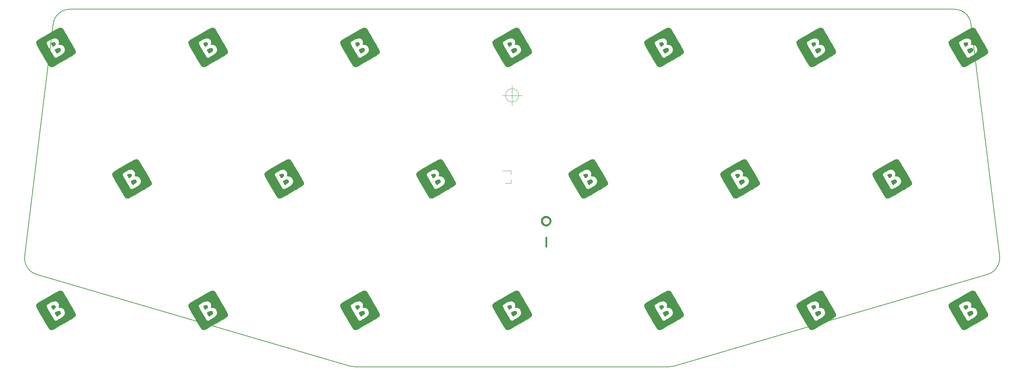
<source format=gbr>
%TF.GenerationSoftware,KiCad,Pcbnew,(5.1.10-1-10_14)*%
%TF.CreationDate,2021-09-26T20:25:07-05:00*%
%TF.ProjectId,LeChiffreBLE_Single_Side,4c654368-6966-4667-9265-424c455f5369,rev?*%
%TF.SameCoordinates,Original*%
%TF.FileFunction,Legend,Top*%
%TF.FilePolarity,Positive*%
%FSLAX46Y46*%
G04 Gerber Fmt 4.6, Leading zero omitted, Abs format (unit mm)*
G04 Created by KiCad (PCBNEW (5.1.10-1-10_14)) date 2021-09-26 20:25:07*
%MOMM*%
%LPD*%
G01*
G04 APERTURE LIST*
%TA.AperFunction,Profile*%
%ADD10C,0.152000*%
%TD*%
%TA.AperFunction,Profile*%
%ADD11C,0.100000*%
%TD*%
%ADD12C,0.010000*%
%ADD13C,0.120000*%
G04 APERTURE END LIST*
D10*
X30724319Y-129889391D02*
X109245812Y-152889284D01*
X190227091Y-152889420D02*
X268787470Y-129887957D01*
X190227090Y-152889421D02*
G75*
G02*
X189043077Y-153059189I-1184013J4043940D01*
G01*
X110430291Y-153059189D02*
G75*
G02*
X109245812Y-152889284I0J4213708D01*
G01*
X110430291Y-153059189D02*
X189043077Y-153059189D01*
X34872010Y-67071010D02*
G75*
G02*
X39054379Y-63370255I4182369J-512953D01*
G01*
X149754177Y-63370255D02*
X39054379Y-63370255D01*
X260454219Y-63370255D02*
X149754177Y-63370255D01*
X260454219Y-63370255D02*
G75*
G02*
X264636555Y-67070738I0J-4213708D01*
G01*
X271785793Y-125330793D02*
X264636555Y-67070738D01*
X271785792Y-125330793D02*
G75*
G02*
X268787470Y-129887957I-4182335J-513225D01*
G01*
X30724319Y-129889391D02*
G75*
G02*
X27726429Y-125332635I1184479J4043803D01*
G01*
X34872010Y-67071010D02*
X27726429Y-125332635D01*
D11*
X151416666Y-84985000D02*
G75*
G03*
X151416666Y-84985000I-1666666J0D01*
G01*
X147250000Y-84985000D02*
X152250000Y-84985000D01*
X149750000Y-82485000D02*
X149750000Y-87485000D01*
D12*
%TO.C,G\u002A\u002A\u002A*%
G36*
X158419344Y-123070010D02*
G01*
X158080677Y-123070010D01*
X158080677Y-120530010D01*
X158419344Y-120530010D01*
X158419344Y-123070010D01*
G37*
X158419344Y-123070010D02*
X158080677Y-123070010D01*
X158080677Y-120530010D01*
X158419344Y-120530010D01*
X158419344Y-123070010D01*
G36*
X158496364Y-115259400D02*
G01*
X158786110Y-115355216D01*
X159051853Y-115524317D01*
X159144984Y-115608994D01*
X159341558Y-115856241D01*
X159463292Y-116120104D01*
X159516053Y-116391617D01*
X159505713Y-116661817D01*
X159438139Y-116921737D01*
X159319201Y-117162414D01*
X159154769Y-117374882D01*
X158950710Y-117550177D01*
X158712895Y-117679333D01*
X158447192Y-117753386D01*
X158159471Y-117763370D01*
X157855601Y-117700322D01*
X157790951Y-117677219D01*
X157528634Y-117533228D01*
X157305367Y-117325859D01*
X157132564Y-117071766D01*
X157021642Y-116787601D01*
X156983968Y-116500010D01*
X156994802Y-116419886D01*
X157418760Y-116419886D01*
X157424112Y-116652945D01*
X157493443Y-116871097D01*
X157616577Y-117063750D01*
X157783343Y-117220315D01*
X157983566Y-117330201D01*
X158207073Y-117382817D01*
X158443691Y-117367574D01*
X158583411Y-117323264D01*
X158810856Y-117188015D01*
X158980088Y-117005475D01*
X159088268Y-116790139D01*
X159132553Y-116556504D01*
X159110104Y-116319063D01*
X159018078Y-116092313D01*
X158862556Y-115899006D01*
X158645942Y-115747746D01*
X158410085Y-115671355D01*
X158169163Y-115666909D01*
X157937354Y-115731485D01*
X157728834Y-115862160D01*
X157557782Y-116056011D01*
X157487560Y-116182510D01*
X157418760Y-116419886D01*
X156994802Y-116419886D01*
X157023321Y-116208997D01*
X157134078Y-115924085D01*
X157305287Y-115671023D01*
X157362952Y-115608994D01*
X157615908Y-115411667D01*
X157897982Y-115287626D01*
X158195894Y-115236870D01*
X158496364Y-115259400D01*
G37*
X158496364Y-115259400D02*
X158786110Y-115355216D01*
X159051853Y-115524317D01*
X159144984Y-115608994D01*
X159341558Y-115856241D01*
X159463292Y-116120104D01*
X159516053Y-116391617D01*
X159505713Y-116661817D01*
X159438139Y-116921737D01*
X159319201Y-117162414D01*
X159154769Y-117374882D01*
X158950710Y-117550177D01*
X158712895Y-117679333D01*
X158447192Y-117753386D01*
X158159471Y-117763370D01*
X157855601Y-117700322D01*
X157790951Y-117677219D01*
X157528634Y-117533228D01*
X157305367Y-117325859D01*
X157132564Y-117071766D01*
X157021642Y-116787601D01*
X156983968Y-116500010D01*
X156994802Y-116419886D01*
X157418760Y-116419886D01*
X157424112Y-116652945D01*
X157493443Y-116871097D01*
X157616577Y-117063750D01*
X157783343Y-117220315D01*
X157983566Y-117330201D01*
X158207073Y-117382817D01*
X158443691Y-117367574D01*
X158583411Y-117323264D01*
X158810856Y-117188015D01*
X158980088Y-117005475D01*
X159088268Y-116790139D01*
X159132553Y-116556504D01*
X159110104Y-116319063D01*
X159018078Y-116092313D01*
X158862556Y-115899006D01*
X158645942Y-115747746D01*
X158410085Y-115671355D01*
X158169163Y-115666909D01*
X157937354Y-115731485D01*
X157728834Y-115862160D01*
X157557782Y-116056011D01*
X157487560Y-116182510D01*
X157418760Y-116419886D01*
X156994802Y-116419886D01*
X157023321Y-116208997D01*
X157134078Y-115924085D01*
X157305287Y-115671023D01*
X157362952Y-115608994D01*
X157615908Y-115411667D01*
X157897982Y-115287626D01*
X158195894Y-115236870D01*
X158496364Y-115259400D01*
D13*
%TO.C,Q2*%
X149500010Y-107070010D02*
X148040010Y-107070010D01*
X149500010Y-103910010D02*
X147340010Y-103910010D01*
X149500010Y-103910010D02*
X149500010Y-104840010D01*
X149500010Y-107070010D02*
X149500010Y-106140010D01*
D12*
%TO.C,G\u002A\u002A\u002A*%
G36*
X36720800Y-133951841D02*
G01*
X36970843Y-134026479D01*
X37166116Y-134141142D01*
X37178378Y-134152800D01*
X37266810Y-134273147D01*
X37424438Y-134519389D01*
X37639501Y-134871001D01*
X37900237Y-135307457D01*
X38194886Y-135808231D01*
X38511685Y-136352798D01*
X38838874Y-136920633D01*
X39164690Y-137491211D01*
X39477372Y-138044005D01*
X39765160Y-138558491D01*
X40016291Y-139014143D01*
X40219004Y-139390436D01*
X40361538Y-139666844D01*
X40432130Y-139822841D01*
X40436942Y-139839472D01*
X40458344Y-139985668D01*
X40451499Y-140119095D01*
X40403464Y-140250150D01*
X40301294Y-140389228D01*
X40132044Y-140546723D01*
X39882768Y-140733032D01*
X39540522Y-140958549D01*
X39092360Y-141233668D01*
X38525339Y-141568787D01*
X37826512Y-141974299D01*
X37655671Y-142072909D01*
X36890328Y-142514952D01*
X36258021Y-142880041D01*
X35744385Y-143174572D01*
X35335055Y-143404940D01*
X35015669Y-143577541D01*
X34771861Y-143698769D01*
X34589267Y-143775021D01*
X34453523Y-143812692D01*
X34350265Y-143818178D01*
X34265129Y-143797873D01*
X34183750Y-143758174D01*
X34091765Y-143705476D01*
X34045307Y-143680378D01*
X33957939Y-143621139D01*
X33856762Y-143520844D01*
X33732666Y-143365473D01*
X33576541Y-143141004D01*
X33379276Y-142833417D01*
X33131761Y-142428690D01*
X32824887Y-141912803D01*
X32449544Y-141271734D01*
X32188748Y-140823010D01*
X31771663Y-140101722D01*
X31433397Y-139510586D01*
X31166075Y-139034295D01*
X30961825Y-138657540D01*
X30812771Y-138365015D01*
X30711041Y-138141413D01*
X30648760Y-137971427D01*
X30618055Y-137839748D01*
X30610991Y-137755767D01*
X30611720Y-137747958D01*
X33140407Y-137747958D01*
X33158458Y-137863815D01*
X33217751Y-138028595D01*
X33327287Y-138261303D01*
X33496065Y-138580945D01*
X33733085Y-139006526D01*
X34047347Y-139557051D01*
X34073526Y-139602594D01*
X34360978Y-140097218D01*
X34627380Y-140545712D01*
X34859155Y-140926006D01*
X35042725Y-141216026D01*
X35164514Y-141393701D01*
X35201825Y-141436843D01*
X35319021Y-141507847D01*
X35450503Y-141527332D01*
X35623507Y-141486389D01*
X35865269Y-141376106D01*
X36203024Y-141187573D01*
X36495809Y-141013510D01*
X36981832Y-140704613D01*
X37331104Y-140437711D01*
X37563181Y-140189670D01*
X37697622Y-139937359D01*
X37753983Y-139657646D01*
X37759085Y-139519322D01*
X37691710Y-139039252D01*
X37500920Y-138650447D01*
X37203189Y-138371303D01*
X36814989Y-138220213D01*
X36576024Y-138198343D01*
X36334667Y-138191127D01*
X36229262Y-138160015D01*
X36226708Y-138090808D01*
X36243566Y-138055742D01*
X36314974Y-137772677D01*
X36288536Y-137432262D01*
X36171203Y-137110159D01*
X36153978Y-137080620D01*
X35871745Y-136767381D01*
X35498882Y-136593832D01*
X35054621Y-136566020D01*
X34778629Y-136631126D01*
X34437800Y-136766940D01*
X34071744Y-136950615D01*
X33720070Y-137159303D01*
X33422385Y-137370156D01*
X33218299Y-137560327D01*
X33154600Y-137662018D01*
X33140407Y-137747958D01*
X30611720Y-137747958D01*
X30637523Y-137471754D01*
X30748819Y-137267308D01*
X30816550Y-137196522D01*
X30937315Y-137108822D01*
X31187274Y-136948374D01*
X31548374Y-136726046D01*
X32002560Y-136452708D01*
X32531780Y-136139226D01*
X33117979Y-135796472D01*
X33720195Y-135448471D01*
X34425600Y-135043975D01*
X35000280Y-134716981D01*
X35459808Y-134459725D01*
X35819756Y-134264438D01*
X36095696Y-134123353D01*
X36303199Y-134028704D01*
X36457839Y-133972724D01*
X36575186Y-133947645D01*
X36670814Y-133945700D01*
X36720800Y-133951841D01*
G37*
X36720800Y-133951841D02*
X36970843Y-134026479D01*
X37166116Y-134141142D01*
X37178378Y-134152800D01*
X37266810Y-134273147D01*
X37424438Y-134519389D01*
X37639501Y-134871001D01*
X37900237Y-135307457D01*
X38194886Y-135808231D01*
X38511685Y-136352798D01*
X38838874Y-136920633D01*
X39164690Y-137491211D01*
X39477372Y-138044005D01*
X39765160Y-138558491D01*
X40016291Y-139014143D01*
X40219004Y-139390436D01*
X40361538Y-139666844D01*
X40432130Y-139822841D01*
X40436942Y-139839472D01*
X40458344Y-139985668D01*
X40451499Y-140119095D01*
X40403464Y-140250150D01*
X40301294Y-140389228D01*
X40132044Y-140546723D01*
X39882768Y-140733032D01*
X39540522Y-140958549D01*
X39092360Y-141233668D01*
X38525339Y-141568787D01*
X37826512Y-141974299D01*
X37655671Y-142072909D01*
X36890328Y-142514952D01*
X36258021Y-142880041D01*
X35744385Y-143174572D01*
X35335055Y-143404940D01*
X35015669Y-143577541D01*
X34771861Y-143698769D01*
X34589267Y-143775021D01*
X34453523Y-143812692D01*
X34350265Y-143818178D01*
X34265129Y-143797873D01*
X34183750Y-143758174D01*
X34091765Y-143705476D01*
X34045307Y-143680378D01*
X33957939Y-143621139D01*
X33856762Y-143520844D01*
X33732666Y-143365473D01*
X33576541Y-143141004D01*
X33379276Y-142833417D01*
X33131761Y-142428690D01*
X32824887Y-141912803D01*
X32449544Y-141271734D01*
X32188748Y-140823010D01*
X31771663Y-140101722D01*
X31433397Y-139510586D01*
X31166075Y-139034295D01*
X30961825Y-138657540D01*
X30812771Y-138365015D01*
X30711041Y-138141413D01*
X30648760Y-137971427D01*
X30618055Y-137839748D01*
X30610991Y-137755767D01*
X30611720Y-137747958D01*
X33140407Y-137747958D01*
X33158458Y-137863815D01*
X33217751Y-138028595D01*
X33327287Y-138261303D01*
X33496065Y-138580945D01*
X33733085Y-139006526D01*
X34047347Y-139557051D01*
X34073526Y-139602594D01*
X34360978Y-140097218D01*
X34627380Y-140545712D01*
X34859155Y-140926006D01*
X35042725Y-141216026D01*
X35164514Y-141393701D01*
X35201825Y-141436843D01*
X35319021Y-141507847D01*
X35450503Y-141527332D01*
X35623507Y-141486389D01*
X35865269Y-141376106D01*
X36203024Y-141187573D01*
X36495809Y-141013510D01*
X36981832Y-140704613D01*
X37331104Y-140437711D01*
X37563181Y-140189670D01*
X37697622Y-139937359D01*
X37753983Y-139657646D01*
X37759085Y-139519322D01*
X37691710Y-139039252D01*
X37500920Y-138650447D01*
X37203189Y-138371303D01*
X36814989Y-138220213D01*
X36576024Y-138198343D01*
X36334667Y-138191127D01*
X36229262Y-138160015D01*
X36226708Y-138090808D01*
X36243566Y-138055742D01*
X36314974Y-137772677D01*
X36288536Y-137432262D01*
X36171203Y-137110159D01*
X36153978Y-137080620D01*
X35871745Y-136767381D01*
X35498882Y-136593832D01*
X35054621Y-136566020D01*
X34778629Y-136631126D01*
X34437800Y-136766940D01*
X34071744Y-136950615D01*
X33720070Y-137159303D01*
X33422385Y-137370156D01*
X33218299Y-137560327D01*
X33154600Y-137662018D01*
X33140407Y-137747958D01*
X30611720Y-137747958D01*
X30637523Y-137471754D01*
X30748819Y-137267308D01*
X30816550Y-137196522D01*
X30937315Y-137108822D01*
X31187274Y-136948374D01*
X31548374Y-136726046D01*
X32002560Y-136452708D01*
X32531780Y-136139226D01*
X33117979Y-135796472D01*
X33720195Y-135448471D01*
X34425600Y-135043975D01*
X35000280Y-134716981D01*
X35459808Y-134459725D01*
X35819756Y-134264438D01*
X36095696Y-134123353D01*
X36303199Y-134028704D01*
X36457839Y-133972724D01*
X36575186Y-133947645D01*
X36670814Y-133945700D01*
X36720800Y-133951841D01*
G36*
X74820800Y-133951841D02*
G01*
X75070843Y-134026479D01*
X75266116Y-134141142D01*
X75278378Y-134152800D01*
X75366810Y-134273147D01*
X75524438Y-134519389D01*
X75739501Y-134871001D01*
X76000237Y-135307457D01*
X76294886Y-135808231D01*
X76611685Y-136352798D01*
X76938874Y-136920633D01*
X77264690Y-137491211D01*
X77577372Y-138044005D01*
X77865160Y-138558491D01*
X78116291Y-139014143D01*
X78319004Y-139390436D01*
X78461538Y-139666844D01*
X78532130Y-139822841D01*
X78536942Y-139839472D01*
X78558344Y-139985668D01*
X78551499Y-140119095D01*
X78503464Y-140250150D01*
X78401294Y-140389228D01*
X78232044Y-140546723D01*
X77982768Y-140733032D01*
X77640522Y-140958549D01*
X77192360Y-141233668D01*
X76625339Y-141568787D01*
X75926512Y-141974299D01*
X75755671Y-142072909D01*
X74990328Y-142514952D01*
X74358021Y-142880041D01*
X73844385Y-143174572D01*
X73435055Y-143404940D01*
X73115669Y-143577541D01*
X72871861Y-143698769D01*
X72689267Y-143775021D01*
X72553523Y-143812692D01*
X72450265Y-143818178D01*
X72365129Y-143797873D01*
X72283750Y-143758174D01*
X72191765Y-143705476D01*
X72145307Y-143680378D01*
X72057939Y-143621139D01*
X71956762Y-143520844D01*
X71832666Y-143365473D01*
X71676541Y-143141004D01*
X71479276Y-142833417D01*
X71231761Y-142428690D01*
X70924887Y-141912803D01*
X70549544Y-141271734D01*
X70288748Y-140823010D01*
X69871663Y-140101722D01*
X69533397Y-139510586D01*
X69266075Y-139034295D01*
X69061825Y-138657540D01*
X68912771Y-138365015D01*
X68811041Y-138141413D01*
X68748760Y-137971427D01*
X68718055Y-137839748D01*
X68710991Y-137755767D01*
X68711720Y-137747958D01*
X71240407Y-137747958D01*
X71258458Y-137863815D01*
X71317751Y-138028595D01*
X71427287Y-138261303D01*
X71596065Y-138580945D01*
X71833085Y-139006526D01*
X72147347Y-139557051D01*
X72173526Y-139602594D01*
X72460978Y-140097218D01*
X72727380Y-140545712D01*
X72959155Y-140926006D01*
X73142725Y-141216026D01*
X73264514Y-141393701D01*
X73301825Y-141436843D01*
X73419021Y-141507847D01*
X73550503Y-141527332D01*
X73723507Y-141486389D01*
X73965269Y-141376106D01*
X74303024Y-141187573D01*
X74595809Y-141013510D01*
X75081832Y-140704613D01*
X75431104Y-140437711D01*
X75663181Y-140189670D01*
X75797622Y-139937359D01*
X75853983Y-139657646D01*
X75859085Y-139519322D01*
X75791710Y-139039252D01*
X75600920Y-138650447D01*
X75303189Y-138371303D01*
X74914989Y-138220213D01*
X74676024Y-138198343D01*
X74434667Y-138191127D01*
X74329262Y-138160015D01*
X74326708Y-138090808D01*
X74343566Y-138055742D01*
X74414974Y-137772677D01*
X74388536Y-137432262D01*
X74271203Y-137110159D01*
X74253978Y-137080620D01*
X73971745Y-136767381D01*
X73598882Y-136593832D01*
X73154621Y-136566020D01*
X72878629Y-136631126D01*
X72537800Y-136766940D01*
X72171744Y-136950615D01*
X71820070Y-137159303D01*
X71522385Y-137370156D01*
X71318299Y-137560327D01*
X71254600Y-137662018D01*
X71240407Y-137747958D01*
X68711720Y-137747958D01*
X68737523Y-137471754D01*
X68848819Y-137267308D01*
X68916550Y-137196522D01*
X69037315Y-137108822D01*
X69287274Y-136948374D01*
X69648374Y-136726046D01*
X70102560Y-136452708D01*
X70631780Y-136139226D01*
X71217979Y-135796472D01*
X71820195Y-135448471D01*
X72525600Y-135043975D01*
X73100280Y-134716981D01*
X73559808Y-134459725D01*
X73919756Y-134264438D01*
X74195696Y-134123353D01*
X74403199Y-134028704D01*
X74557839Y-133972724D01*
X74675186Y-133947645D01*
X74770814Y-133945700D01*
X74820800Y-133951841D01*
G37*
X74820800Y-133951841D02*
X75070843Y-134026479D01*
X75266116Y-134141142D01*
X75278378Y-134152800D01*
X75366810Y-134273147D01*
X75524438Y-134519389D01*
X75739501Y-134871001D01*
X76000237Y-135307457D01*
X76294886Y-135808231D01*
X76611685Y-136352798D01*
X76938874Y-136920633D01*
X77264690Y-137491211D01*
X77577372Y-138044005D01*
X77865160Y-138558491D01*
X78116291Y-139014143D01*
X78319004Y-139390436D01*
X78461538Y-139666844D01*
X78532130Y-139822841D01*
X78536942Y-139839472D01*
X78558344Y-139985668D01*
X78551499Y-140119095D01*
X78503464Y-140250150D01*
X78401294Y-140389228D01*
X78232044Y-140546723D01*
X77982768Y-140733032D01*
X77640522Y-140958549D01*
X77192360Y-141233668D01*
X76625339Y-141568787D01*
X75926512Y-141974299D01*
X75755671Y-142072909D01*
X74990328Y-142514952D01*
X74358021Y-142880041D01*
X73844385Y-143174572D01*
X73435055Y-143404940D01*
X73115669Y-143577541D01*
X72871861Y-143698769D01*
X72689267Y-143775021D01*
X72553523Y-143812692D01*
X72450265Y-143818178D01*
X72365129Y-143797873D01*
X72283750Y-143758174D01*
X72191765Y-143705476D01*
X72145307Y-143680378D01*
X72057939Y-143621139D01*
X71956762Y-143520844D01*
X71832666Y-143365473D01*
X71676541Y-143141004D01*
X71479276Y-142833417D01*
X71231761Y-142428690D01*
X70924887Y-141912803D01*
X70549544Y-141271734D01*
X70288748Y-140823010D01*
X69871663Y-140101722D01*
X69533397Y-139510586D01*
X69266075Y-139034295D01*
X69061825Y-138657540D01*
X68912771Y-138365015D01*
X68811041Y-138141413D01*
X68748760Y-137971427D01*
X68718055Y-137839748D01*
X68710991Y-137755767D01*
X68711720Y-137747958D01*
X71240407Y-137747958D01*
X71258458Y-137863815D01*
X71317751Y-138028595D01*
X71427287Y-138261303D01*
X71596065Y-138580945D01*
X71833085Y-139006526D01*
X72147347Y-139557051D01*
X72173526Y-139602594D01*
X72460978Y-140097218D01*
X72727380Y-140545712D01*
X72959155Y-140926006D01*
X73142725Y-141216026D01*
X73264514Y-141393701D01*
X73301825Y-141436843D01*
X73419021Y-141507847D01*
X73550503Y-141527332D01*
X73723507Y-141486389D01*
X73965269Y-141376106D01*
X74303024Y-141187573D01*
X74595809Y-141013510D01*
X75081832Y-140704613D01*
X75431104Y-140437711D01*
X75663181Y-140189670D01*
X75797622Y-139937359D01*
X75853983Y-139657646D01*
X75859085Y-139519322D01*
X75791710Y-139039252D01*
X75600920Y-138650447D01*
X75303189Y-138371303D01*
X74914989Y-138220213D01*
X74676024Y-138198343D01*
X74434667Y-138191127D01*
X74329262Y-138160015D01*
X74326708Y-138090808D01*
X74343566Y-138055742D01*
X74414974Y-137772677D01*
X74388536Y-137432262D01*
X74271203Y-137110159D01*
X74253978Y-137080620D01*
X73971745Y-136767381D01*
X73598882Y-136593832D01*
X73154621Y-136566020D01*
X72878629Y-136631126D01*
X72537800Y-136766940D01*
X72171744Y-136950615D01*
X71820070Y-137159303D01*
X71522385Y-137370156D01*
X71318299Y-137560327D01*
X71254600Y-137662018D01*
X71240407Y-137747958D01*
X68711720Y-137747958D01*
X68737523Y-137471754D01*
X68848819Y-137267308D01*
X68916550Y-137196522D01*
X69037315Y-137108822D01*
X69287274Y-136948374D01*
X69648374Y-136726046D01*
X70102560Y-136452708D01*
X70631780Y-136139226D01*
X71217979Y-135796472D01*
X71820195Y-135448471D01*
X72525600Y-135043975D01*
X73100280Y-134716981D01*
X73559808Y-134459725D01*
X73919756Y-134264438D01*
X74195696Y-134123353D01*
X74403199Y-134028704D01*
X74557839Y-133972724D01*
X74675186Y-133947645D01*
X74770814Y-133945700D01*
X74820800Y-133951841D01*
G36*
X112836134Y-133951841D02*
G01*
X113086176Y-134026479D01*
X113281450Y-134141142D01*
X113293712Y-134152800D01*
X113382143Y-134273147D01*
X113539771Y-134519389D01*
X113754834Y-134871001D01*
X114015571Y-135307457D01*
X114310219Y-135808231D01*
X114627019Y-136352798D01*
X114954207Y-136920633D01*
X115280023Y-137491211D01*
X115592706Y-138044005D01*
X115880493Y-138558491D01*
X116131624Y-139014143D01*
X116334337Y-139390436D01*
X116476871Y-139666844D01*
X116547464Y-139822841D01*
X116552276Y-139839472D01*
X116573677Y-139985668D01*
X116566832Y-140119095D01*
X116518798Y-140250150D01*
X116416628Y-140389228D01*
X116247377Y-140546723D01*
X115998101Y-140733032D01*
X115655855Y-140958549D01*
X115207694Y-141233668D01*
X114640672Y-141568787D01*
X113941845Y-141974299D01*
X113771005Y-142072909D01*
X113005662Y-142514952D01*
X112373354Y-142880041D01*
X111859718Y-143174572D01*
X111450389Y-143404940D01*
X111131002Y-143577541D01*
X110887194Y-143698769D01*
X110704600Y-143775021D01*
X110568857Y-143812692D01*
X110465599Y-143818178D01*
X110380463Y-143797873D01*
X110299084Y-143758174D01*
X110207098Y-143705476D01*
X110160640Y-143680378D01*
X110073273Y-143621139D01*
X109972096Y-143520844D01*
X109848000Y-143365473D01*
X109691874Y-143141004D01*
X109494609Y-142833417D01*
X109247095Y-142428690D01*
X108940221Y-141912803D01*
X108564877Y-141271734D01*
X108304081Y-140823010D01*
X107886996Y-140101722D01*
X107548730Y-139510586D01*
X107281408Y-139034295D01*
X107077158Y-138657540D01*
X106928104Y-138365015D01*
X106826374Y-138141413D01*
X106764094Y-137971427D01*
X106733389Y-137839748D01*
X106726324Y-137755767D01*
X106727053Y-137747958D01*
X109255741Y-137747958D01*
X109273791Y-137863815D01*
X109333085Y-138028595D01*
X109442621Y-138261303D01*
X109611399Y-138580945D01*
X109848419Y-139006526D01*
X110162680Y-139557051D01*
X110188859Y-139602594D01*
X110476312Y-140097218D01*
X110742714Y-140545712D01*
X110974488Y-140926006D01*
X111158058Y-141216026D01*
X111279847Y-141393701D01*
X111317159Y-141436843D01*
X111434354Y-141507847D01*
X111565836Y-141527332D01*
X111738840Y-141486389D01*
X111980602Y-141376106D01*
X112318357Y-141187573D01*
X112611142Y-141013510D01*
X113097165Y-140704613D01*
X113446437Y-140437711D01*
X113678515Y-140189670D01*
X113812955Y-139937359D01*
X113869316Y-139657646D01*
X113874418Y-139519322D01*
X113807044Y-139039252D01*
X113616254Y-138650447D01*
X113318522Y-138371303D01*
X112930323Y-138220213D01*
X112691357Y-138198343D01*
X112450000Y-138191127D01*
X112344596Y-138160015D01*
X112342041Y-138090808D01*
X112358899Y-138055742D01*
X112430308Y-137772677D01*
X112403870Y-137432262D01*
X112286536Y-137110159D01*
X112269311Y-137080620D01*
X111987078Y-136767381D01*
X111614215Y-136593832D01*
X111169954Y-136566020D01*
X110893962Y-136631126D01*
X110553134Y-136766940D01*
X110187078Y-136950615D01*
X109835403Y-137159303D01*
X109537718Y-137370156D01*
X109333632Y-137560327D01*
X109269933Y-137662018D01*
X109255741Y-137747958D01*
X106727053Y-137747958D01*
X106752856Y-137471754D01*
X106864152Y-137267308D01*
X106931883Y-137196522D01*
X107052648Y-137108822D01*
X107302607Y-136948374D01*
X107663707Y-136726046D01*
X108117894Y-136452708D01*
X108647113Y-136139226D01*
X109233312Y-135796472D01*
X109835528Y-135448471D01*
X110540933Y-135043975D01*
X111115614Y-134716981D01*
X111575142Y-134459725D01*
X111935090Y-134264438D01*
X112211029Y-134123353D01*
X112418533Y-134028704D01*
X112573172Y-133972724D01*
X112690520Y-133947645D01*
X112786147Y-133945700D01*
X112836134Y-133951841D01*
G37*
X112836134Y-133951841D02*
X113086176Y-134026479D01*
X113281450Y-134141142D01*
X113293712Y-134152800D01*
X113382143Y-134273147D01*
X113539771Y-134519389D01*
X113754834Y-134871001D01*
X114015571Y-135307457D01*
X114310219Y-135808231D01*
X114627019Y-136352798D01*
X114954207Y-136920633D01*
X115280023Y-137491211D01*
X115592706Y-138044005D01*
X115880493Y-138558491D01*
X116131624Y-139014143D01*
X116334337Y-139390436D01*
X116476871Y-139666844D01*
X116547464Y-139822841D01*
X116552276Y-139839472D01*
X116573677Y-139985668D01*
X116566832Y-140119095D01*
X116518798Y-140250150D01*
X116416628Y-140389228D01*
X116247377Y-140546723D01*
X115998101Y-140733032D01*
X115655855Y-140958549D01*
X115207694Y-141233668D01*
X114640672Y-141568787D01*
X113941845Y-141974299D01*
X113771005Y-142072909D01*
X113005662Y-142514952D01*
X112373354Y-142880041D01*
X111859718Y-143174572D01*
X111450389Y-143404940D01*
X111131002Y-143577541D01*
X110887194Y-143698769D01*
X110704600Y-143775021D01*
X110568857Y-143812692D01*
X110465599Y-143818178D01*
X110380463Y-143797873D01*
X110299084Y-143758174D01*
X110207098Y-143705476D01*
X110160640Y-143680378D01*
X110073273Y-143621139D01*
X109972096Y-143520844D01*
X109848000Y-143365473D01*
X109691874Y-143141004D01*
X109494609Y-142833417D01*
X109247095Y-142428690D01*
X108940221Y-141912803D01*
X108564877Y-141271734D01*
X108304081Y-140823010D01*
X107886996Y-140101722D01*
X107548730Y-139510586D01*
X107281408Y-139034295D01*
X107077158Y-138657540D01*
X106928104Y-138365015D01*
X106826374Y-138141413D01*
X106764094Y-137971427D01*
X106733389Y-137839748D01*
X106726324Y-137755767D01*
X106727053Y-137747958D01*
X109255741Y-137747958D01*
X109273791Y-137863815D01*
X109333085Y-138028595D01*
X109442621Y-138261303D01*
X109611399Y-138580945D01*
X109848419Y-139006526D01*
X110162680Y-139557051D01*
X110188859Y-139602594D01*
X110476312Y-140097218D01*
X110742714Y-140545712D01*
X110974488Y-140926006D01*
X111158058Y-141216026D01*
X111279847Y-141393701D01*
X111317159Y-141436843D01*
X111434354Y-141507847D01*
X111565836Y-141527332D01*
X111738840Y-141486389D01*
X111980602Y-141376106D01*
X112318357Y-141187573D01*
X112611142Y-141013510D01*
X113097165Y-140704613D01*
X113446437Y-140437711D01*
X113678515Y-140189670D01*
X113812955Y-139937359D01*
X113869316Y-139657646D01*
X113874418Y-139519322D01*
X113807044Y-139039252D01*
X113616254Y-138650447D01*
X113318522Y-138371303D01*
X112930323Y-138220213D01*
X112691357Y-138198343D01*
X112450000Y-138191127D01*
X112344596Y-138160015D01*
X112342041Y-138090808D01*
X112358899Y-138055742D01*
X112430308Y-137772677D01*
X112403870Y-137432262D01*
X112286536Y-137110159D01*
X112269311Y-137080620D01*
X111987078Y-136767381D01*
X111614215Y-136593832D01*
X111169954Y-136566020D01*
X110893962Y-136631126D01*
X110553134Y-136766940D01*
X110187078Y-136950615D01*
X109835403Y-137159303D01*
X109537718Y-137370156D01*
X109333632Y-137560327D01*
X109269933Y-137662018D01*
X109255741Y-137747958D01*
X106727053Y-137747958D01*
X106752856Y-137471754D01*
X106864152Y-137267308D01*
X106931883Y-137196522D01*
X107052648Y-137108822D01*
X107302607Y-136948374D01*
X107663707Y-136726046D01*
X108117894Y-136452708D01*
X108647113Y-136139226D01*
X109233312Y-135796472D01*
X109835528Y-135448471D01*
X110540933Y-135043975D01*
X111115614Y-134716981D01*
X111575142Y-134459725D01*
X111935090Y-134264438D01*
X112211029Y-134123353D01*
X112418533Y-134028704D01*
X112573172Y-133972724D01*
X112690520Y-133947645D01*
X112786147Y-133945700D01*
X112836134Y-133951841D01*
G36*
X150936134Y-133951841D02*
G01*
X151186176Y-134026479D01*
X151381450Y-134141142D01*
X151393712Y-134152800D01*
X151482143Y-134273147D01*
X151639771Y-134519389D01*
X151854834Y-134871001D01*
X152115571Y-135307457D01*
X152410219Y-135808231D01*
X152727019Y-136352798D01*
X153054207Y-136920633D01*
X153380023Y-137491211D01*
X153692706Y-138044005D01*
X153980493Y-138558491D01*
X154231624Y-139014143D01*
X154434337Y-139390436D01*
X154576871Y-139666844D01*
X154647464Y-139822841D01*
X154652276Y-139839472D01*
X154673677Y-139985668D01*
X154666832Y-140119095D01*
X154618798Y-140250150D01*
X154516628Y-140389228D01*
X154347377Y-140546723D01*
X154098101Y-140733032D01*
X153755855Y-140958549D01*
X153307694Y-141233668D01*
X152740672Y-141568787D01*
X152041845Y-141974299D01*
X151871005Y-142072909D01*
X151105662Y-142514952D01*
X150473354Y-142880041D01*
X149959718Y-143174572D01*
X149550389Y-143404940D01*
X149231002Y-143577541D01*
X148987194Y-143698769D01*
X148804600Y-143775021D01*
X148668857Y-143812692D01*
X148565599Y-143818178D01*
X148480463Y-143797873D01*
X148399084Y-143758174D01*
X148307098Y-143705476D01*
X148260640Y-143680378D01*
X148173273Y-143621139D01*
X148072096Y-143520844D01*
X147948000Y-143365473D01*
X147791874Y-143141004D01*
X147594609Y-142833417D01*
X147347095Y-142428690D01*
X147040221Y-141912803D01*
X146664877Y-141271734D01*
X146404081Y-140823010D01*
X145986996Y-140101722D01*
X145648730Y-139510586D01*
X145381408Y-139034295D01*
X145177158Y-138657540D01*
X145028104Y-138365015D01*
X144926374Y-138141413D01*
X144864094Y-137971427D01*
X144833389Y-137839748D01*
X144826324Y-137755767D01*
X144827053Y-137747958D01*
X147355741Y-137747958D01*
X147373791Y-137863815D01*
X147433085Y-138028595D01*
X147542621Y-138261303D01*
X147711399Y-138580945D01*
X147948419Y-139006526D01*
X148262680Y-139557051D01*
X148288859Y-139602594D01*
X148576312Y-140097218D01*
X148842714Y-140545712D01*
X149074488Y-140926006D01*
X149258058Y-141216026D01*
X149379847Y-141393701D01*
X149417159Y-141436843D01*
X149534354Y-141507847D01*
X149665836Y-141527332D01*
X149838840Y-141486389D01*
X150080602Y-141376106D01*
X150418357Y-141187573D01*
X150711142Y-141013510D01*
X151197165Y-140704613D01*
X151546437Y-140437711D01*
X151778515Y-140189670D01*
X151912955Y-139937359D01*
X151969316Y-139657646D01*
X151974418Y-139519322D01*
X151907044Y-139039252D01*
X151716254Y-138650447D01*
X151418522Y-138371303D01*
X151030323Y-138220213D01*
X150791357Y-138198343D01*
X150550000Y-138191127D01*
X150444596Y-138160015D01*
X150442041Y-138090808D01*
X150458899Y-138055742D01*
X150530308Y-137772677D01*
X150503870Y-137432262D01*
X150386536Y-137110159D01*
X150369311Y-137080620D01*
X150087078Y-136767381D01*
X149714215Y-136593832D01*
X149269954Y-136566020D01*
X148993962Y-136631126D01*
X148653134Y-136766940D01*
X148287078Y-136950615D01*
X147935403Y-137159303D01*
X147637718Y-137370156D01*
X147433632Y-137560327D01*
X147369933Y-137662018D01*
X147355741Y-137747958D01*
X144827053Y-137747958D01*
X144852856Y-137471754D01*
X144964152Y-137267308D01*
X145031883Y-137196522D01*
X145152648Y-137108822D01*
X145402607Y-136948374D01*
X145763707Y-136726046D01*
X146217894Y-136452708D01*
X146747113Y-136139226D01*
X147333312Y-135796472D01*
X147935528Y-135448471D01*
X148640933Y-135043975D01*
X149215614Y-134716981D01*
X149675142Y-134459725D01*
X150035090Y-134264438D01*
X150311029Y-134123353D01*
X150518533Y-134028704D01*
X150673172Y-133972724D01*
X150790520Y-133947645D01*
X150886147Y-133945700D01*
X150936134Y-133951841D01*
G37*
X150936134Y-133951841D02*
X151186176Y-134026479D01*
X151381450Y-134141142D01*
X151393712Y-134152800D01*
X151482143Y-134273147D01*
X151639771Y-134519389D01*
X151854834Y-134871001D01*
X152115571Y-135307457D01*
X152410219Y-135808231D01*
X152727019Y-136352798D01*
X153054207Y-136920633D01*
X153380023Y-137491211D01*
X153692706Y-138044005D01*
X153980493Y-138558491D01*
X154231624Y-139014143D01*
X154434337Y-139390436D01*
X154576871Y-139666844D01*
X154647464Y-139822841D01*
X154652276Y-139839472D01*
X154673677Y-139985668D01*
X154666832Y-140119095D01*
X154618798Y-140250150D01*
X154516628Y-140389228D01*
X154347377Y-140546723D01*
X154098101Y-140733032D01*
X153755855Y-140958549D01*
X153307694Y-141233668D01*
X152740672Y-141568787D01*
X152041845Y-141974299D01*
X151871005Y-142072909D01*
X151105662Y-142514952D01*
X150473354Y-142880041D01*
X149959718Y-143174572D01*
X149550389Y-143404940D01*
X149231002Y-143577541D01*
X148987194Y-143698769D01*
X148804600Y-143775021D01*
X148668857Y-143812692D01*
X148565599Y-143818178D01*
X148480463Y-143797873D01*
X148399084Y-143758174D01*
X148307098Y-143705476D01*
X148260640Y-143680378D01*
X148173273Y-143621139D01*
X148072096Y-143520844D01*
X147948000Y-143365473D01*
X147791874Y-143141004D01*
X147594609Y-142833417D01*
X147347095Y-142428690D01*
X147040221Y-141912803D01*
X146664877Y-141271734D01*
X146404081Y-140823010D01*
X145986996Y-140101722D01*
X145648730Y-139510586D01*
X145381408Y-139034295D01*
X145177158Y-138657540D01*
X145028104Y-138365015D01*
X144926374Y-138141413D01*
X144864094Y-137971427D01*
X144833389Y-137839748D01*
X144826324Y-137755767D01*
X144827053Y-137747958D01*
X147355741Y-137747958D01*
X147373791Y-137863815D01*
X147433085Y-138028595D01*
X147542621Y-138261303D01*
X147711399Y-138580945D01*
X147948419Y-139006526D01*
X148262680Y-139557051D01*
X148288859Y-139602594D01*
X148576312Y-140097218D01*
X148842714Y-140545712D01*
X149074488Y-140926006D01*
X149258058Y-141216026D01*
X149379847Y-141393701D01*
X149417159Y-141436843D01*
X149534354Y-141507847D01*
X149665836Y-141527332D01*
X149838840Y-141486389D01*
X150080602Y-141376106D01*
X150418357Y-141187573D01*
X150711142Y-141013510D01*
X151197165Y-140704613D01*
X151546437Y-140437711D01*
X151778515Y-140189670D01*
X151912955Y-139937359D01*
X151969316Y-139657646D01*
X151974418Y-139519322D01*
X151907044Y-139039252D01*
X151716254Y-138650447D01*
X151418522Y-138371303D01*
X151030323Y-138220213D01*
X150791357Y-138198343D01*
X150550000Y-138191127D01*
X150444596Y-138160015D01*
X150442041Y-138090808D01*
X150458899Y-138055742D01*
X150530308Y-137772677D01*
X150503870Y-137432262D01*
X150386536Y-137110159D01*
X150369311Y-137080620D01*
X150087078Y-136767381D01*
X149714215Y-136593832D01*
X149269954Y-136566020D01*
X148993962Y-136631126D01*
X148653134Y-136766940D01*
X148287078Y-136950615D01*
X147935403Y-137159303D01*
X147637718Y-137370156D01*
X147433632Y-137560327D01*
X147369933Y-137662018D01*
X147355741Y-137747958D01*
X144827053Y-137747958D01*
X144852856Y-137471754D01*
X144964152Y-137267308D01*
X145031883Y-137196522D01*
X145152648Y-137108822D01*
X145402607Y-136948374D01*
X145763707Y-136726046D01*
X146217894Y-136452708D01*
X146747113Y-136139226D01*
X147333312Y-135796472D01*
X147935528Y-135448471D01*
X148640933Y-135043975D01*
X149215614Y-134716981D01*
X149675142Y-134459725D01*
X150035090Y-134264438D01*
X150311029Y-134123353D01*
X150518533Y-134028704D01*
X150673172Y-133972724D01*
X150790520Y-133947645D01*
X150886147Y-133945700D01*
X150936134Y-133951841D01*
G36*
X188951467Y-133951841D02*
G01*
X189201509Y-134026479D01*
X189396783Y-134141142D01*
X189409045Y-134152800D01*
X189497477Y-134273147D01*
X189655105Y-134519389D01*
X189870168Y-134871001D01*
X190130904Y-135307457D01*
X190425553Y-135808231D01*
X190742352Y-136352798D01*
X191069540Y-136920633D01*
X191395357Y-137491211D01*
X191708039Y-138044005D01*
X191995827Y-138558491D01*
X192246958Y-139014143D01*
X192449671Y-139390436D01*
X192592204Y-139666844D01*
X192662797Y-139822841D01*
X192667609Y-139839472D01*
X192689010Y-139985668D01*
X192682166Y-140119095D01*
X192634131Y-140250150D01*
X192531961Y-140389228D01*
X192362710Y-140546723D01*
X192113435Y-140733032D01*
X191771188Y-140958549D01*
X191323027Y-141233668D01*
X190756005Y-141568787D01*
X190057179Y-141974299D01*
X189886338Y-142072909D01*
X189120995Y-142514952D01*
X188488688Y-142880041D01*
X187975051Y-143174572D01*
X187565722Y-143404940D01*
X187246335Y-143577541D01*
X187002527Y-143698769D01*
X186819934Y-143775021D01*
X186684190Y-143812692D01*
X186580932Y-143818178D01*
X186495796Y-143797873D01*
X186414417Y-143758174D01*
X186322432Y-143705476D01*
X186275974Y-143680378D01*
X186188606Y-143621139D01*
X186087429Y-143520844D01*
X185963333Y-143365473D01*
X185807207Y-143141004D01*
X185609943Y-142833417D01*
X185362428Y-142428690D01*
X185055554Y-141912803D01*
X184680211Y-141271734D01*
X184419414Y-140823010D01*
X184002329Y-140101722D01*
X183664063Y-139510586D01*
X183396742Y-139034295D01*
X183192491Y-138657540D01*
X183043438Y-138365015D01*
X182941708Y-138141413D01*
X182879427Y-137971427D01*
X182848722Y-137839748D01*
X182841657Y-137755767D01*
X182842386Y-137747958D01*
X185371074Y-137747958D01*
X185389125Y-137863815D01*
X185448418Y-138028595D01*
X185557954Y-138261303D01*
X185726732Y-138580945D01*
X185963752Y-139006526D01*
X186278014Y-139557051D01*
X186304193Y-139602594D01*
X186591645Y-140097218D01*
X186858047Y-140545712D01*
X187089822Y-140926006D01*
X187273392Y-141216026D01*
X187395181Y-141393701D01*
X187432492Y-141436843D01*
X187549687Y-141507847D01*
X187681169Y-141527332D01*
X187854173Y-141486389D01*
X188095935Y-141376106D01*
X188433691Y-141187573D01*
X188726475Y-141013510D01*
X189212499Y-140704613D01*
X189561770Y-140437711D01*
X189793848Y-140189670D01*
X189928289Y-139937359D01*
X189984649Y-139657646D01*
X189989752Y-139519322D01*
X189922377Y-139039252D01*
X189731587Y-138650447D01*
X189433855Y-138371303D01*
X189045656Y-138220213D01*
X188806690Y-138198343D01*
X188565333Y-138191127D01*
X188459929Y-138160015D01*
X188457375Y-138090808D01*
X188474232Y-138055742D01*
X188545641Y-137772677D01*
X188519203Y-137432262D01*
X188401869Y-137110159D01*
X188384644Y-137080620D01*
X188102412Y-136767381D01*
X187729549Y-136593832D01*
X187285288Y-136566020D01*
X187009295Y-136631126D01*
X186668467Y-136766940D01*
X186302411Y-136950615D01*
X185950736Y-137159303D01*
X185653052Y-137370156D01*
X185448966Y-137560327D01*
X185385266Y-137662018D01*
X185371074Y-137747958D01*
X182842386Y-137747958D01*
X182868189Y-137471754D01*
X182979485Y-137267308D01*
X183047217Y-137196522D01*
X183167982Y-137108822D01*
X183417941Y-136948374D01*
X183779041Y-136726046D01*
X184233227Y-136452708D01*
X184762447Y-136139226D01*
X185348645Y-135796472D01*
X185950862Y-135448471D01*
X186656267Y-135043975D01*
X187230947Y-134716981D01*
X187690475Y-134459725D01*
X188050423Y-134264438D01*
X188326362Y-134123353D01*
X188533866Y-134028704D01*
X188688505Y-133972724D01*
X188805853Y-133947645D01*
X188901481Y-133945700D01*
X188951467Y-133951841D01*
G37*
X188951467Y-133951841D02*
X189201509Y-134026479D01*
X189396783Y-134141142D01*
X189409045Y-134152800D01*
X189497477Y-134273147D01*
X189655105Y-134519389D01*
X189870168Y-134871001D01*
X190130904Y-135307457D01*
X190425553Y-135808231D01*
X190742352Y-136352798D01*
X191069540Y-136920633D01*
X191395357Y-137491211D01*
X191708039Y-138044005D01*
X191995827Y-138558491D01*
X192246958Y-139014143D01*
X192449671Y-139390436D01*
X192592204Y-139666844D01*
X192662797Y-139822841D01*
X192667609Y-139839472D01*
X192689010Y-139985668D01*
X192682166Y-140119095D01*
X192634131Y-140250150D01*
X192531961Y-140389228D01*
X192362710Y-140546723D01*
X192113435Y-140733032D01*
X191771188Y-140958549D01*
X191323027Y-141233668D01*
X190756005Y-141568787D01*
X190057179Y-141974299D01*
X189886338Y-142072909D01*
X189120995Y-142514952D01*
X188488688Y-142880041D01*
X187975051Y-143174572D01*
X187565722Y-143404940D01*
X187246335Y-143577541D01*
X187002527Y-143698769D01*
X186819934Y-143775021D01*
X186684190Y-143812692D01*
X186580932Y-143818178D01*
X186495796Y-143797873D01*
X186414417Y-143758174D01*
X186322432Y-143705476D01*
X186275974Y-143680378D01*
X186188606Y-143621139D01*
X186087429Y-143520844D01*
X185963333Y-143365473D01*
X185807207Y-143141004D01*
X185609943Y-142833417D01*
X185362428Y-142428690D01*
X185055554Y-141912803D01*
X184680211Y-141271734D01*
X184419414Y-140823010D01*
X184002329Y-140101722D01*
X183664063Y-139510586D01*
X183396742Y-139034295D01*
X183192491Y-138657540D01*
X183043438Y-138365015D01*
X182941708Y-138141413D01*
X182879427Y-137971427D01*
X182848722Y-137839748D01*
X182841657Y-137755767D01*
X182842386Y-137747958D01*
X185371074Y-137747958D01*
X185389125Y-137863815D01*
X185448418Y-138028595D01*
X185557954Y-138261303D01*
X185726732Y-138580945D01*
X185963752Y-139006526D01*
X186278014Y-139557051D01*
X186304193Y-139602594D01*
X186591645Y-140097218D01*
X186858047Y-140545712D01*
X187089822Y-140926006D01*
X187273392Y-141216026D01*
X187395181Y-141393701D01*
X187432492Y-141436843D01*
X187549687Y-141507847D01*
X187681169Y-141527332D01*
X187854173Y-141486389D01*
X188095935Y-141376106D01*
X188433691Y-141187573D01*
X188726475Y-141013510D01*
X189212499Y-140704613D01*
X189561770Y-140437711D01*
X189793848Y-140189670D01*
X189928289Y-139937359D01*
X189984649Y-139657646D01*
X189989752Y-139519322D01*
X189922377Y-139039252D01*
X189731587Y-138650447D01*
X189433855Y-138371303D01*
X189045656Y-138220213D01*
X188806690Y-138198343D01*
X188565333Y-138191127D01*
X188459929Y-138160015D01*
X188457375Y-138090808D01*
X188474232Y-138055742D01*
X188545641Y-137772677D01*
X188519203Y-137432262D01*
X188401869Y-137110159D01*
X188384644Y-137080620D01*
X188102412Y-136767381D01*
X187729549Y-136593832D01*
X187285288Y-136566020D01*
X187009295Y-136631126D01*
X186668467Y-136766940D01*
X186302411Y-136950615D01*
X185950736Y-137159303D01*
X185653052Y-137370156D01*
X185448966Y-137560327D01*
X185385266Y-137662018D01*
X185371074Y-137747958D01*
X182842386Y-137747958D01*
X182868189Y-137471754D01*
X182979485Y-137267308D01*
X183047217Y-137196522D01*
X183167982Y-137108822D01*
X183417941Y-136948374D01*
X183779041Y-136726046D01*
X184233227Y-136452708D01*
X184762447Y-136139226D01*
X185348645Y-135796472D01*
X185950862Y-135448471D01*
X186656267Y-135043975D01*
X187230947Y-134716981D01*
X187690475Y-134459725D01*
X188050423Y-134264438D01*
X188326362Y-134123353D01*
X188533866Y-134028704D01*
X188688505Y-133972724D01*
X188805853Y-133947645D01*
X188901481Y-133945700D01*
X188951467Y-133951841D01*
G36*
X227051467Y-133951841D02*
G01*
X227301509Y-134026479D01*
X227496783Y-134141142D01*
X227509045Y-134152800D01*
X227597477Y-134273147D01*
X227755105Y-134519389D01*
X227970168Y-134871001D01*
X228230904Y-135307457D01*
X228525553Y-135808231D01*
X228842352Y-136352798D01*
X229169540Y-136920633D01*
X229495357Y-137491211D01*
X229808039Y-138044005D01*
X230095827Y-138558491D01*
X230346958Y-139014143D01*
X230549671Y-139390436D01*
X230692204Y-139666844D01*
X230762797Y-139822841D01*
X230767609Y-139839472D01*
X230789010Y-139985668D01*
X230782166Y-140119095D01*
X230734131Y-140250150D01*
X230631961Y-140389228D01*
X230462710Y-140546723D01*
X230213435Y-140733032D01*
X229871188Y-140958549D01*
X229423027Y-141233668D01*
X228856005Y-141568787D01*
X228157179Y-141974299D01*
X227986338Y-142072909D01*
X227220995Y-142514952D01*
X226588688Y-142880041D01*
X226075051Y-143174572D01*
X225665722Y-143404940D01*
X225346335Y-143577541D01*
X225102527Y-143698769D01*
X224919934Y-143775021D01*
X224784190Y-143812692D01*
X224680932Y-143818178D01*
X224595796Y-143797873D01*
X224514417Y-143758174D01*
X224422432Y-143705476D01*
X224375974Y-143680378D01*
X224288606Y-143621139D01*
X224187429Y-143520844D01*
X224063333Y-143365473D01*
X223907207Y-143141004D01*
X223709943Y-142833417D01*
X223462428Y-142428690D01*
X223155554Y-141912803D01*
X222780211Y-141271734D01*
X222519414Y-140823010D01*
X222102329Y-140101722D01*
X221764063Y-139510586D01*
X221496742Y-139034295D01*
X221292491Y-138657540D01*
X221143438Y-138365015D01*
X221041708Y-138141413D01*
X220979427Y-137971427D01*
X220948722Y-137839748D01*
X220941657Y-137755767D01*
X220942386Y-137747958D01*
X223471074Y-137747958D01*
X223489125Y-137863815D01*
X223548418Y-138028595D01*
X223657954Y-138261303D01*
X223826732Y-138580945D01*
X224063752Y-139006526D01*
X224378014Y-139557051D01*
X224404193Y-139602594D01*
X224691645Y-140097218D01*
X224958047Y-140545712D01*
X225189822Y-140926006D01*
X225373392Y-141216026D01*
X225495181Y-141393701D01*
X225532492Y-141436843D01*
X225649687Y-141507847D01*
X225781169Y-141527332D01*
X225954173Y-141486389D01*
X226195935Y-141376106D01*
X226533691Y-141187573D01*
X226826475Y-141013510D01*
X227312499Y-140704613D01*
X227661770Y-140437711D01*
X227893848Y-140189670D01*
X228028289Y-139937359D01*
X228084649Y-139657646D01*
X228089752Y-139519322D01*
X228022377Y-139039252D01*
X227831587Y-138650447D01*
X227533855Y-138371303D01*
X227145656Y-138220213D01*
X226906690Y-138198343D01*
X226665333Y-138191127D01*
X226559929Y-138160015D01*
X226557375Y-138090808D01*
X226574232Y-138055742D01*
X226645641Y-137772677D01*
X226619203Y-137432262D01*
X226501869Y-137110159D01*
X226484644Y-137080620D01*
X226202412Y-136767381D01*
X225829549Y-136593832D01*
X225385288Y-136566020D01*
X225109295Y-136631126D01*
X224768467Y-136766940D01*
X224402411Y-136950615D01*
X224050736Y-137159303D01*
X223753052Y-137370156D01*
X223548966Y-137560327D01*
X223485266Y-137662018D01*
X223471074Y-137747958D01*
X220942386Y-137747958D01*
X220968189Y-137471754D01*
X221079485Y-137267308D01*
X221147217Y-137196522D01*
X221267982Y-137108822D01*
X221517941Y-136948374D01*
X221879041Y-136726046D01*
X222333227Y-136452708D01*
X222862447Y-136139226D01*
X223448645Y-135796472D01*
X224050862Y-135448471D01*
X224756267Y-135043975D01*
X225330947Y-134716981D01*
X225790475Y-134459725D01*
X226150423Y-134264438D01*
X226426362Y-134123353D01*
X226633866Y-134028704D01*
X226788505Y-133972724D01*
X226905853Y-133947645D01*
X227001481Y-133945700D01*
X227051467Y-133951841D01*
G37*
X227051467Y-133951841D02*
X227301509Y-134026479D01*
X227496783Y-134141142D01*
X227509045Y-134152800D01*
X227597477Y-134273147D01*
X227755105Y-134519389D01*
X227970168Y-134871001D01*
X228230904Y-135307457D01*
X228525553Y-135808231D01*
X228842352Y-136352798D01*
X229169540Y-136920633D01*
X229495357Y-137491211D01*
X229808039Y-138044005D01*
X230095827Y-138558491D01*
X230346958Y-139014143D01*
X230549671Y-139390436D01*
X230692204Y-139666844D01*
X230762797Y-139822841D01*
X230767609Y-139839472D01*
X230789010Y-139985668D01*
X230782166Y-140119095D01*
X230734131Y-140250150D01*
X230631961Y-140389228D01*
X230462710Y-140546723D01*
X230213435Y-140733032D01*
X229871188Y-140958549D01*
X229423027Y-141233668D01*
X228856005Y-141568787D01*
X228157179Y-141974299D01*
X227986338Y-142072909D01*
X227220995Y-142514952D01*
X226588688Y-142880041D01*
X226075051Y-143174572D01*
X225665722Y-143404940D01*
X225346335Y-143577541D01*
X225102527Y-143698769D01*
X224919934Y-143775021D01*
X224784190Y-143812692D01*
X224680932Y-143818178D01*
X224595796Y-143797873D01*
X224514417Y-143758174D01*
X224422432Y-143705476D01*
X224375974Y-143680378D01*
X224288606Y-143621139D01*
X224187429Y-143520844D01*
X224063333Y-143365473D01*
X223907207Y-143141004D01*
X223709943Y-142833417D01*
X223462428Y-142428690D01*
X223155554Y-141912803D01*
X222780211Y-141271734D01*
X222519414Y-140823010D01*
X222102329Y-140101722D01*
X221764063Y-139510586D01*
X221496742Y-139034295D01*
X221292491Y-138657540D01*
X221143438Y-138365015D01*
X221041708Y-138141413D01*
X220979427Y-137971427D01*
X220948722Y-137839748D01*
X220941657Y-137755767D01*
X220942386Y-137747958D01*
X223471074Y-137747958D01*
X223489125Y-137863815D01*
X223548418Y-138028595D01*
X223657954Y-138261303D01*
X223826732Y-138580945D01*
X224063752Y-139006526D01*
X224378014Y-139557051D01*
X224404193Y-139602594D01*
X224691645Y-140097218D01*
X224958047Y-140545712D01*
X225189822Y-140926006D01*
X225373392Y-141216026D01*
X225495181Y-141393701D01*
X225532492Y-141436843D01*
X225649687Y-141507847D01*
X225781169Y-141527332D01*
X225954173Y-141486389D01*
X226195935Y-141376106D01*
X226533691Y-141187573D01*
X226826475Y-141013510D01*
X227312499Y-140704613D01*
X227661770Y-140437711D01*
X227893848Y-140189670D01*
X228028289Y-139937359D01*
X228084649Y-139657646D01*
X228089752Y-139519322D01*
X228022377Y-139039252D01*
X227831587Y-138650447D01*
X227533855Y-138371303D01*
X227145656Y-138220213D01*
X226906690Y-138198343D01*
X226665333Y-138191127D01*
X226559929Y-138160015D01*
X226557375Y-138090808D01*
X226574232Y-138055742D01*
X226645641Y-137772677D01*
X226619203Y-137432262D01*
X226501869Y-137110159D01*
X226484644Y-137080620D01*
X226202412Y-136767381D01*
X225829549Y-136593832D01*
X225385288Y-136566020D01*
X225109295Y-136631126D01*
X224768467Y-136766940D01*
X224402411Y-136950615D01*
X224050736Y-137159303D01*
X223753052Y-137370156D01*
X223548966Y-137560327D01*
X223485266Y-137662018D01*
X223471074Y-137747958D01*
X220942386Y-137747958D01*
X220968189Y-137471754D01*
X221079485Y-137267308D01*
X221147217Y-137196522D01*
X221267982Y-137108822D01*
X221517941Y-136948374D01*
X221879041Y-136726046D01*
X222333227Y-136452708D01*
X222862447Y-136139226D01*
X223448645Y-135796472D01*
X224050862Y-135448471D01*
X224756267Y-135043975D01*
X225330947Y-134716981D01*
X225790475Y-134459725D01*
X226150423Y-134264438D01*
X226426362Y-134123353D01*
X226633866Y-134028704D01*
X226788505Y-133972724D01*
X226905853Y-133947645D01*
X227001481Y-133945700D01*
X227051467Y-133951841D01*
G36*
X265151467Y-133951841D02*
G01*
X265401509Y-134026479D01*
X265596783Y-134141142D01*
X265609045Y-134152800D01*
X265697477Y-134273147D01*
X265855105Y-134519389D01*
X266070168Y-134871001D01*
X266330904Y-135307457D01*
X266625553Y-135808231D01*
X266942352Y-136352798D01*
X267269540Y-136920633D01*
X267595357Y-137491211D01*
X267908039Y-138044005D01*
X268195827Y-138558491D01*
X268446958Y-139014143D01*
X268649671Y-139390436D01*
X268792204Y-139666844D01*
X268862797Y-139822841D01*
X268867609Y-139839472D01*
X268889010Y-139985668D01*
X268882166Y-140119095D01*
X268834131Y-140250150D01*
X268731961Y-140389228D01*
X268562710Y-140546723D01*
X268313435Y-140733032D01*
X267971188Y-140958549D01*
X267523027Y-141233668D01*
X266956005Y-141568787D01*
X266257179Y-141974299D01*
X266086338Y-142072909D01*
X265320995Y-142514952D01*
X264688688Y-142880041D01*
X264175051Y-143174572D01*
X263765722Y-143404940D01*
X263446335Y-143577541D01*
X263202527Y-143698769D01*
X263019934Y-143775021D01*
X262884190Y-143812692D01*
X262780932Y-143818178D01*
X262695796Y-143797873D01*
X262614417Y-143758174D01*
X262522432Y-143705476D01*
X262475974Y-143680378D01*
X262388606Y-143621139D01*
X262287429Y-143520844D01*
X262163333Y-143365473D01*
X262007207Y-143141004D01*
X261809943Y-142833417D01*
X261562428Y-142428690D01*
X261255554Y-141912803D01*
X260880211Y-141271734D01*
X260619414Y-140823010D01*
X260202329Y-140101722D01*
X259864063Y-139510586D01*
X259596742Y-139034295D01*
X259392491Y-138657540D01*
X259243438Y-138365015D01*
X259141708Y-138141413D01*
X259079427Y-137971427D01*
X259048722Y-137839748D01*
X259041657Y-137755767D01*
X259042386Y-137747958D01*
X261571074Y-137747958D01*
X261589125Y-137863815D01*
X261648418Y-138028595D01*
X261757954Y-138261303D01*
X261926732Y-138580945D01*
X262163752Y-139006526D01*
X262478014Y-139557051D01*
X262504193Y-139602594D01*
X262791645Y-140097218D01*
X263058047Y-140545712D01*
X263289822Y-140926006D01*
X263473392Y-141216026D01*
X263595181Y-141393701D01*
X263632492Y-141436843D01*
X263749687Y-141507847D01*
X263881169Y-141527332D01*
X264054173Y-141486389D01*
X264295935Y-141376106D01*
X264633691Y-141187573D01*
X264926475Y-141013510D01*
X265412499Y-140704613D01*
X265761770Y-140437711D01*
X265993848Y-140189670D01*
X266128289Y-139937359D01*
X266184649Y-139657646D01*
X266189752Y-139519322D01*
X266122377Y-139039252D01*
X265931587Y-138650447D01*
X265633855Y-138371303D01*
X265245656Y-138220213D01*
X265006690Y-138198343D01*
X264765333Y-138191127D01*
X264659929Y-138160015D01*
X264657375Y-138090808D01*
X264674232Y-138055742D01*
X264745641Y-137772677D01*
X264719203Y-137432262D01*
X264601869Y-137110159D01*
X264584644Y-137080620D01*
X264302412Y-136767381D01*
X263929549Y-136593832D01*
X263485288Y-136566020D01*
X263209295Y-136631126D01*
X262868467Y-136766940D01*
X262502411Y-136950615D01*
X262150736Y-137159303D01*
X261853052Y-137370156D01*
X261648966Y-137560327D01*
X261585266Y-137662018D01*
X261571074Y-137747958D01*
X259042386Y-137747958D01*
X259068189Y-137471754D01*
X259179485Y-137267308D01*
X259247217Y-137196522D01*
X259367982Y-137108822D01*
X259617941Y-136948374D01*
X259979041Y-136726046D01*
X260433227Y-136452708D01*
X260962447Y-136139226D01*
X261548645Y-135796472D01*
X262150862Y-135448471D01*
X262856267Y-135043975D01*
X263430947Y-134716981D01*
X263890475Y-134459725D01*
X264250423Y-134264438D01*
X264526362Y-134123353D01*
X264733866Y-134028704D01*
X264888505Y-133972724D01*
X265005853Y-133947645D01*
X265101481Y-133945700D01*
X265151467Y-133951841D01*
G37*
X265151467Y-133951841D02*
X265401509Y-134026479D01*
X265596783Y-134141142D01*
X265609045Y-134152800D01*
X265697477Y-134273147D01*
X265855105Y-134519389D01*
X266070168Y-134871001D01*
X266330904Y-135307457D01*
X266625553Y-135808231D01*
X266942352Y-136352798D01*
X267269540Y-136920633D01*
X267595357Y-137491211D01*
X267908039Y-138044005D01*
X268195827Y-138558491D01*
X268446958Y-139014143D01*
X268649671Y-139390436D01*
X268792204Y-139666844D01*
X268862797Y-139822841D01*
X268867609Y-139839472D01*
X268889010Y-139985668D01*
X268882166Y-140119095D01*
X268834131Y-140250150D01*
X268731961Y-140389228D01*
X268562710Y-140546723D01*
X268313435Y-140733032D01*
X267971188Y-140958549D01*
X267523027Y-141233668D01*
X266956005Y-141568787D01*
X266257179Y-141974299D01*
X266086338Y-142072909D01*
X265320995Y-142514952D01*
X264688688Y-142880041D01*
X264175051Y-143174572D01*
X263765722Y-143404940D01*
X263446335Y-143577541D01*
X263202527Y-143698769D01*
X263019934Y-143775021D01*
X262884190Y-143812692D01*
X262780932Y-143818178D01*
X262695796Y-143797873D01*
X262614417Y-143758174D01*
X262522432Y-143705476D01*
X262475974Y-143680378D01*
X262388606Y-143621139D01*
X262287429Y-143520844D01*
X262163333Y-143365473D01*
X262007207Y-143141004D01*
X261809943Y-142833417D01*
X261562428Y-142428690D01*
X261255554Y-141912803D01*
X260880211Y-141271734D01*
X260619414Y-140823010D01*
X260202329Y-140101722D01*
X259864063Y-139510586D01*
X259596742Y-139034295D01*
X259392491Y-138657540D01*
X259243438Y-138365015D01*
X259141708Y-138141413D01*
X259079427Y-137971427D01*
X259048722Y-137839748D01*
X259041657Y-137755767D01*
X259042386Y-137747958D01*
X261571074Y-137747958D01*
X261589125Y-137863815D01*
X261648418Y-138028595D01*
X261757954Y-138261303D01*
X261926732Y-138580945D01*
X262163752Y-139006526D01*
X262478014Y-139557051D01*
X262504193Y-139602594D01*
X262791645Y-140097218D01*
X263058047Y-140545712D01*
X263289822Y-140926006D01*
X263473392Y-141216026D01*
X263595181Y-141393701D01*
X263632492Y-141436843D01*
X263749687Y-141507847D01*
X263881169Y-141527332D01*
X264054173Y-141486389D01*
X264295935Y-141376106D01*
X264633691Y-141187573D01*
X264926475Y-141013510D01*
X265412499Y-140704613D01*
X265761770Y-140437711D01*
X265993848Y-140189670D01*
X266128289Y-139937359D01*
X266184649Y-139657646D01*
X266189752Y-139519322D01*
X266122377Y-139039252D01*
X265931587Y-138650447D01*
X265633855Y-138371303D01*
X265245656Y-138220213D01*
X265006690Y-138198343D01*
X264765333Y-138191127D01*
X264659929Y-138160015D01*
X264657375Y-138090808D01*
X264674232Y-138055742D01*
X264745641Y-137772677D01*
X264719203Y-137432262D01*
X264601869Y-137110159D01*
X264584644Y-137080620D01*
X264302412Y-136767381D01*
X263929549Y-136593832D01*
X263485288Y-136566020D01*
X263209295Y-136631126D01*
X262868467Y-136766940D01*
X262502411Y-136950615D01*
X262150736Y-137159303D01*
X261853052Y-137370156D01*
X261648966Y-137560327D01*
X261585266Y-137662018D01*
X261571074Y-137747958D01*
X259042386Y-137747958D01*
X259068189Y-137471754D01*
X259179485Y-137267308D01*
X259247217Y-137196522D01*
X259367982Y-137108822D01*
X259617941Y-136948374D01*
X259979041Y-136726046D01*
X260433227Y-136452708D01*
X260962447Y-136139226D01*
X261548645Y-135796472D01*
X262150862Y-135448471D01*
X262856267Y-135043975D01*
X263430947Y-134716981D01*
X263890475Y-134459725D01*
X264250423Y-134264438D01*
X264526362Y-134123353D01*
X264733866Y-134028704D01*
X264888505Y-133972724D01*
X265005853Y-133947645D01*
X265101481Y-133945700D01*
X265151467Y-133951841D01*
G36*
X55856627Y-100991182D02*
G01*
X55983397Y-101036619D01*
X56097244Y-101117599D01*
X56204733Y-101220176D01*
X56299786Y-101346570D01*
X56467357Y-101601602D01*
X56696144Y-101966774D01*
X56974849Y-102423590D01*
X57292170Y-102953555D01*
X57636806Y-103538171D01*
X57950543Y-104077676D01*
X58381658Y-104826295D01*
X58732285Y-105444167D01*
X59008110Y-105946309D01*
X59214818Y-106347739D01*
X59358096Y-106663477D01*
X59443630Y-106908540D01*
X59477107Y-107097946D01*
X59464212Y-107246715D01*
X59410632Y-107369862D01*
X59322052Y-107482409D01*
X59262626Y-107543124D01*
X59151999Y-107622983D01*
X58915204Y-107774705D01*
X58573038Y-107986036D01*
X58146298Y-108244724D01*
X57655779Y-108538516D01*
X57122279Y-108855160D01*
X56566594Y-109182403D01*
X56009520Y-109507991D01*
X55471854Y-109819673D01*
X54974393Y-110105195D01*
X54537932Y-110352305D01*
X54183268Y-110548750D01*
X53955921Y-110669685D01*
X53600775Y-110785894D01*
X53251258Y-110787336D01*
X52964778Y-110674639D01*
X52943684Y-110658627D01*
X52852656Y-110545951D01*
X52691997Y-110305412D01*
X52473550Y-109957591D01*
X52209160Y-109523067D01*
X51910671Y-109022423D01*
X51589927Y-108476236D01*
X51258773Y-107905090D01*
X50929054Y-107329563D01*
X50612612Y-106770236D01*
X50321294Y-106247689D01*
X50066943Y-105782503D01*
X49861403Y-105395259D01*
X49716519Y-105106536D01*
X49644135Y-104936916D01*
X49638877Y-104916282D01*
X49627312Y-104824411D01*
X52153846Y-104824411D01*
X52194520Y-104936366D01*
X52307600Y-105168094D01*
X52478571Y-105494043D01*
X52692920Y-105888662D01*
X52936132Y-106326401D01*
X53193694Y-106781709D01*
X53451093Y-107229036D01*
X53693813Y-107642829D01*
X53907342Y-107997539D01*
X54077165Y-108267614D01*
X54188769Y-108427504D01*
X54217796Y-108457880D01*
X54402156Y-108517297D01*
X54654024Y-108482717D01*
X54994153Y-108348426D01*
X55403897Y-108131310D01*
X55939059Y-107803522D01*
X56329806Y-107506922D01*
X56593242Y-107221850D01*
X56746470Y-106928645D01*
X56806593Y-106607648D01*
X56809085Y-106516047D01*
X56734193Y-106074595D01*
X56527861Y-105697517D01*
X56217037Y-105413003D01*
X55828665Y-105249244D01*
X55570844Y-105220676D01*
X55345513Y-105215078D01*
X55254896Y-105180956D01*
X55264392Y-105092321D01*
X55297670Y-105015489D01*
X55358368Y-104693546D01*
X55286246Y-104347401D01*
X55103987Y-104019877D01*
X54834272Y-103753799D01*
X54551923Y-103607512D01*
X54296938Y-103557879D01*
X54020239Y-103582494D01*
X53692271Y-103690169D01*
X53283479Y-103889717D01*
X52929005Y-104091384D01*
X52580284Y-104302799D01*
X52354458Y-104458306D01*
X52225473Y-104582543D01*
X52167274Y-104700148D01*
X52153846Y-104824411D01*
X49627312Y-104824411D01*
X49620691Y-104771818D01*
X49626790Y-104640970D01*
X49669879Y-104513700D01*
X49762657Y-104379970D01*
X49917828Y-104229740D01*
X50148094Y-104052973D01*
X50466156Y-103839630D01*
X50884717Y-103579672D01*
X51416478Y-103263062D01*
X52074141Y-102879760D01*
X52601577Y-102574843D01*
X53364428Y-102135655D01*
X53995980Y-101776517D01*
X54511028Y-101491865D01*
X54924371Y-101276136D01*
X55250806Y-101123766D01*
X55505128Y-101029192D01*
X55702136Y-100986852D01*
X55856627Y-100991182D01*
G37*
X55856627Y-100991182D02*
X55983397Y-101036619D01*
X56097244Y-101117599D01*
X56204733Y-101220176D01*
X56299786Y-101346570D01*
X56467357Y-101601602D01*
X56696144Y-101966774D01*
X56974849Y-102423590D01*
X57292170Y-102953555D01*
X57636806Y-103538171D01*
X57950543Y-104077676D01*
X58381658Y-104826295D01*
X58732285Y-105444167D01*
X59008110Y-105946309D01*
X59214818Y-106347739D01*
X59358096Y-106663477D01*
X59443630Y-106908540D01*
X59477107Y-107097946D01*
X59464212Y-107246715D01*
X59410632Y-107369862D01*
X59322052Y-107482409D01*
X59262626Y-107543124D01*
X59151999Y-107622983D01*
X58915204Y-107774705D01*
X58573038Y-107986036D01*
X58146298Y-108244724D01*
X57655779Y-108538516D01*
X57122279Y-108855160D01*
X56566594Y-109182403D01*
X56009520Y-109507991D01*
X55471854Y-109819673D01*
X54974393Y-110105195D01*
X54537932Y-110352305D01*
X54183268Y-110548750D01*
X53955921Y-110669685D01*
X53600775Y-110785894D01*
X53251258Y-110787336D01*
X52964778Y-110674639D01*
X52943684Y-110658627D01*
X52852656Y-110545951D01*
X52691997Y-110305412D01*
X52473550Y-109957591D01*
X52209160Y-109523067D01*
X51910671Y-109022423D01*
X51589927Y-108476236D01*
X51258773Y-107905090D01*
X50929054Y-107329563D01*
X50612612Y-106770236D01*
X50321294Y-106247689D01*
X50066943Y-105782503D01*
X49861403Y-105395259D01*
X49716519Y-105106536D01*
X49644135Y-104936916D01*
X49638877Y-104916282D01*
X49627312Y-104824411D01*
X52153846Y-104824411D01*
X52194520Y-104936366D01*
X52307600Y-105168094D01*
X52478571Y-105494043D01*
X52692920Y-105888662D01*
X52936132Y-106326401D01*
X53193694Y-106781709D01*
X53451093Y-107229036D01*
X53693813Y-107642829D01*
X53907342Y-107997539D01*
X54077165Y-108267614D01*
X54188769Y-108427504D01*
X54217796Y-108457880D01*
X54402156Y-108517297D01*
X54654024Y-108482717D01*
X54994153Y-108348426D01*
X55403897Y-108131310D01*
X55939059Y-107803522D01*
X56329806Y-107506922D01*
X56593242Y-107221850D01*
X56746470Y-106928645D01*
X56806593Y-106607648D01*
X56809085Y-106516047D01*
X56734193Y-106074595D01*
X56527861Y-105697517D01*
X56217037Y-105413003D01*
X55828665Y-105249244D01*
X55570844Y-105220676D01*
X55345513Y-105215078D01*
X55254896Y-105180956D01*
X55264392Y-105092321D01*
X55297670Y-105015489D01*
X55358368Y-104693546D01*
X55286246Y-104347401D01*
X55103987Y-104019877D01*
X54834272Y-103753799D01*
X54551923Y-103607512D01*
X54296938Y-103557879D01*
X54020239Y-103582494D01*
X53692271Y-103690169D01*
X53283479Y-103889717D01*
X52929005Y-104091384D01*
X52580284Y-104302799D01*
X52354458Y-104458306D01*
X52225473Y-104582543D01*
X52167274Y-104700148D01*
X52153846Y-104824411D01*
X49627312Y-104824411D01*
X49620691Y-104771818D01*
X49626790Y-104640970D01*
X49669879Y-104513700D01*
X49762657Y-104379970D01*
X49917828Y-104229740D01*
X50148094Y-104052973D01*
X50466156Y-103839630D01*
X50884717Y-103579672D01*
X51416478Y-103263062D01*
X52074141Y-102879760D01*
X52601577Y-102574843D01*
X53364428Y-102135655D01*
X53995980Y-101776517D01*
X54511028Y-101491865D01*
X54924371Y-101276136D01*
X55250806Y-101123766D01*
X55505128Y-101029192D01*
X55702136Y-100986852D01*
X55856627Y-100991182D01*
G36*
X93956627Y-100991182D02*
G01*
X94083397Y-101036619D01*
X94197244Y-101117599D01*
X94304733Y-101220176D01*
X94399786Y-101346570D01*
X94567357Y-101601602D01*
X94796144Y-101966774D01*
X95074849Y-102423590D01*
X95392170Y-102953555D01*
X95736806Y-103538171D01*
X96050543Y-104077676D01*
X96481658Y-104826295D01*
X96832285Y-105444167D01*
X97108110Y-105946309D01*
X97314818Y-106347739D01*
X97458096Y-106663477D01*
X97543630Y-106908540D01*
X97577107Y-107097946D01*
X97564212Y-107246715D01*
X97510632Y-107369862D01*
X97422052Y-107482409D01*
X97362626Y-107543124D01*
X97251999Y-107622983D01*
X97015204Y-107774705D01*
X96673038Y-107986036D01*
X96246298Y-108244724D01*
X95755779Y-108538516D01*
X95222279Y-108855160D01*
X94666594Y-109182403D01*
X94109520Y-109507991D01*
X93571854Y-109819673D01*
X93074393Y-110105195D01*
X92637932Y-110352305D01*
X92283268Y-110548750D01*
X92055921Y-110669685D01*
X91700775Y-110785894D01*
X91351258Y-110787336D01*
X91064778Y-110674639D01*
X91043684Y-110658627D01*
X90952656Y-110545951D01*
X90791997Y-110305412D01*
X90573550Y-109957591D01*
X90309160Y-109523067D01*
X90010671Y-109022423D01*
X89689927Y-108476236D01*
X89358773Y-107905090D01*
X89029054Y-107329563D01*
X88712612Y-106770236D01*
X88421294Y-106247689D01*
X88166943Y-105782503D01*
X87961403Y-105395259D01*
X87816519Y-105106536D01*
X87744135Y-104936916D01*
X87738877Y-104916282D01*
X87727312Y-104824411D01*
X90253846Y-104824411D01*
X90294520Y-104936366D01*
X90407600Y-105168094D01*
X90578571Y-105494043D01*
X90792920Y-105888662D01*
X91036132Y-106326401D01*
X91293694Y-106781709D01*
X91551093Y-107229036D01*
X91793813Y-107642829D01*
X92007342Y-107997539D01*
X92177165Y-108267614D01*
X92288769Y-108427504D01*
X92317796Y-108457880D01*
X92502156Y-108517297D01*
X92754024Y-108482717D01*
X93094153Y-108348426D01*
X93503897Y-108131310D01*
X94039059Y-107803522D01*
X94429806Y-107506922D01*
X94693242Y-107221850D01*
X94846470Y-106928645D01*
X94906593Y-106607648D01*
X94909085Y-106516047D01*
X94834193Y-106074595D01*
X94627861Y-105697517D01*
X94317037Y-105413003D01*
X93928665Y-105249244D01*
X93670844Y-105220676D01*
X93445513Y-105215078D01*
X93354896Y-105180956D01*
X93364392Y-105092321D01*
X93397670Y-105015489D01*
X93458368Y-104693546D01*
X93386246Y-104347401D01*
X93203987Y-104019877D01*
X92934272Y-103753799D01*
X92651923Y-103607512D01*
X92396938Y-103557879D01*
X92120239Y-103582494D01*
X91792271Y-103690169D01*
X91383479Y-103889717D01*
X91029005Y-104091384D01*
X90680284Y-104302799D01*
X90454458Y-104458306D01*
X90325473Y-104582543D01*
X90267274Y-104700148D01*
X90253846Y-104824411D01*
X87727312Y-104824411D01*
X87720691Y-104771818D01*
X87726790Y-104640970D01*
X87769879Y-104513700D01*
X87862657Y-104379970D01*
X88017828Y-104229740D01*
X88248094Y-104052973D01*
X88566156Y-103839630D01*
X88984717Y-103579672D01*
X89516478Y-103263062D01*
X90174141Y-102879760D01*
X90701577Y-102574843D01*
X91464428Y-102135655D01*
X92095980Y-101776517D01*
X92611028Y-101491865D01*
X93024371Y-101276136D01*
X93350806Y-101123766D01*
X93605128Y-101029192D01*
X93802136Y-100986852D01*
X93956627Y-100991182D01*
G37*
X93956627Y-100991182D02*
X94083397Y-101036619D01*
X94197244Y-101117599D01*
X94304733Y-101220176D01*
X94399786Y-101346570D01*
X94567357Y-101601602D01*
X94796144Y-101966774D01*
X95074849Y-102423590D01*
X95392170Y-102953555D01*
X95736806Y-103538171D01*
X96050543Y-104077676D01*
X96481658Y-104826295D01*
X96832285Y-105444167D01*
X97108110Y-105946309D01*
X97314818Y-106347739D01*
X97458096Y-106663477D01*
X97543630Y-106908540D01*
X97577107Y-107097946D01*
X97564212Y-107246715D01*
X97510632Y-107369862D01*
X97422052Y-107482409D01*
X97362626Y-107543124D01*
X97251999Y-107622983D01*
X97015204Y-107774705D01*
X96673038Y-107986036D01*
X96246298Y-108244724D01*
X95755779Y-108538516D01*
X95222279Y-108855160D01*
X94666594Y-109182403D01*
X94109520Y-109507991D01*
X93571854Y-109819673D01*
X93074393Y-110105195D01*
X92637932Y-110352305D01*
X92283268Y-110548750D01*
X92055921Y-110669685D01*
X91700775Y-110785894D01*
X91351258Y-110787336D01*
X91064778Y-110674639D01*
X91043684Y-110658627D01*
X90952656Y-110545951D01*
X90791997Y-110305412D01*
X90573550Y-109957591D01*
X90309160Y-109523067D01*
X90010671Y-109022423D01*
X89689927Y-108476236D01*
X89358773Y-107905090D01*
X89029054Y-107329563D01*
X88712612Y-106770236D01*
X88421294Y-106247689D01*
X88166943Y-105782503D01*
X87961403Y-105395259D01*
X87816519Y-105106536D01*
X87744135Y-104936916D01*
X87738877Y-104916282D01*
X87727312Y-104824411D01*
X90253846Y-104824411D01*
X90294520Y-104936366D01*
X90407600Y-105168094D01*
X90578571Y-105494043D01*
X90792920Y-105888662D01*
X91036132Y-106326401D01*
X91293694Y-106781709D01*
X91551093Y-107229036D01*
X91793813Y-107642829D01*
X92007342Y-107997539D01*
X92177165Y-108267614D01*
X92288769Y-108427504D01*
X92317796Y-108457880D01*
X92502156Y-108517297D01*
X92754024Y-108482717D01*
X93094153Y-108348426D01*
X93503897Y-108131310D01*
X94039059Y-107803522D01*
X94429806Y-107506922D01*
X94693242Y-107221850D01*
X94846470Y-106928645D01*
X94906593Y-106607648D01*
X94909085Y-106516047D01*
X94834193Y-106074595D01*
X94627861Y-105697517D01*
X94317037Y-105413003D01*
X93928665Y-105249244D01*
X93670844Y-105220676D01*
X93445513Y-105215078D01*
X93354896Y-105180956D01*
X93364392Y-105092321D01*
X93397670Y-105015489D01*
X93458368Y-104693546D01*
X93386246Y-104347401D01*
X93203987Y-104019877D01*
X92934272Y-103753799D01*
X92651923Y-103607512D01*
X92396938Y-103557879D01*
X92120239Y-103582494D01*
X91792271Y-103690169D01*
X91383479Y-103889717D01*
X91029005Y-104091384D01*
X90680284Y-104302799D01*
X90454458Y-104458306D01*
X90325473Y-104582543D01*
X90267274Y-104700148D01*
X90253846Y-104824411D01*
X87727312Y-104824411D01*
X87720691Y-104771818D01*
X87726790Y-104640970D01*
X87769879Y-104513700D01*
X87862657Y-104379970D01*
X88017828Y-104229740D01*
X88248094Y-104052973D01*
X88566156Y-103839630D01*
X88984717Y-103579672D01*
X89516478Y-103263062D01*
X90174141Y-102879760D01*
X90701577Y-102574843D01*
X91464428Y-102135655D01*
X92095980Y-101776517D01*
X92611028Y-101491865D01*
X93024371Y-101276136D01*
X93350806Y-101123766D01*
X93605128Y-101029192D01*
X93802136Y-100986852D01*
X93956627Y-100991182D01*
G36*
X131971960Y-100991182D02*
G01*
X132098731Y-101036619D01*
X132212577Y-101117599D01*
X132320066Y-101220176D01*
X132415119Y-101346570D01*
X132582690Y-101601602D01*
X132811478Y-101966774D01*
X133090182Y-102423590D01*
X133407503Y-102953555D01*
X133752139Y-103538171D01*
X134065876Y-104077676D01*
X134496992Y-104826295D01*
X134847619Y-105444167D01*
X135123443Y-105946309D01*
X135330151Y-106347739D01*
X135473430Y-106663477D01*
X135558964Y-106908540D01*
X135592440Y-107097946D01*
X135579545Y-107246715D01*
X135525965Y-107369862D01*
X135437386Y-107482409D01*
X135377959Y-107543124D01*
X135267332Y-107622983D01*
X135030537Y-107774705D01*
X134688372Y-107986036D01*
X134261631Y-108244724D01*
X133771113Y-108538516D01*
X133237613Y-108855160D01*
X132681927Y-109182403D01*
X132124854Y-109507991D01*
X131587188Y-109819673D01*
X131089726Y-110105195D01*
X130653265Y-110352305D01*
X130298602Y-110548750D01*
X130071254Y-110669685D01*
X129716108Y-110785894D01*
X129366591Y-110787336D01*
X129080111Y-110674639D01*
X129059017Y-110658627D01*
X128967990Y-110545951D01*
X128807330Y-110305412D01*
X128588884Y-109957591D01*
X128324493Y-109523067D01*
X128026004Y-109022423D01*
X127705261Y-108476236D01*
X127374107Y-107905090D01*
X127044387Y-107329563D01*
X126727946Y-106770236D01*
X126436627Y-106247689D01*
X126182276Y-105782503D01*
X125976736Y-105395259D01*
X125831852Y-105106536D01*
X125759468Y-104936916D01*
X125754211Y-104916282D01*
X125742646Y-104824411D01*
X128269180Y-104824411D01*
X128309854Y-104936366D01*
X128422933Y-105168094D01*
X128593904Y-105494043D01*
X128808253Y-105888662D01*
X129051465Y-106326401D01*
X129309028Y-106781709D01*
X129566426Y-107229036D01*
X129809147Y-107642829D01*
X130022675Y-107997539D01*
X130192499Y-108267614D01*
X130304102Y-108427504D01*
X130333130Y-108457880D01*
X130517489Y-108517297D01*
X130769358Y-108482717D01*
X131109487Y-108348426D01*
X131519230Y-108131310D01*
X132054392Y-107803522D01*
X132445140Y-107506922D01*
X132708576Y-107221850D01*
X132861803Y-106928645D01*
X132921926Y-106607648D01*
X132924418Y-106516047D01*
X132849526Y-106074595D01*
X132643195Y-105697517D01*
X132332370Y-105413003D01*
X131943998Y-105249244D01*
X131686178Y-105220676D01*
X131460846Y-105215078D01*
X131370229Y-105180956D01*
X131379726Y-105092321D01*
X131413003Y-105015489D01*
X131473701Y-104693546D01*
X131401579Y-104347401D01*
X131219320Y-104019877D01*
X130949606Y-103753799D01*
X130667256Y-103607512D01*
X130412272Y-103557879D01*
X130135573Y-103582494D01*
X129807605Y-103690169D01*
X129398813Y-103889717D01*
X129044339Y-104091384D01*
X128695617Y-104302799D01*
X128469791Y-104458306D01*
X128340806Y-104582543D01*
X128282608Y-104700148D01*
X128269180Y-104824411D01*
X125742646Y-104824411D01*
X125736024Y-104771818D01*
X125742124Y-104640970D01*
X125785212Y-104513700D01*
X125877991Y-104379970D01*
X126033162Y-104229740D01*
X126263427Y-104052973D01*
X126581490Y-103839630D01*
X127000050Y-103579672D01*
X127531811Y-103263062D01*
X128189475Y-102879760D01*
X128716911Y-102574843D01*
X129479762Y-102135655D01*
X130111313Y-101776517D01*
X130626362Y-101491865D01*
X131039705Y-101276136D01*
X131366139Y-101123766D01*
X131620462Y-101029192D01*
X131817470Y-100986852D01*
X131971960Y-100991182D01*
G37*
X131971960Y-100991182D02*
X132098731Y-101036619D01*
X132212577Y-101117599D01*
X132320066Y-101220176D01*
X132415119Y-101346570D01*
X132582690Y-101601602D01*
X132811478Y-101966774D01*
X133090182Y-102423590D01*
X133407503Y-102953555D01*
X133752139Y-103538171D01*
X134065876Y-104077676D01*
X134496992Y-104826295D01*
X134847619Y-105444167D01*
X135123443Y-105946309D01*
X135330151Y-106347739D01*
X135473430Y-106663477D01*
X135558964Y-106908540D01*
X135592440Y-107097946D01*
X135579545Y-107246715D01*
X135525965Y-107369862D01*
X135437386Y-107482409D01*
X135377959Y-107543124D01*
X135267332Y-107622983D01*
X135030537Y-107774705D01*
X134688372Y-107986036D01*
X134261631Y-108244724D01*
X133771113Y-108538516D01*
X133237613Y-108855160D01*
X132681927Y-109182403D01*
X132124854Y-109507991D01*
X131587188Y-109819673D01*
X131089726Y-110105195D01*
X130653265Y-110352305D01*
X130298602Y-110548750D01*
X130071254Y-110669685D01*
X129716108Y-110785894D01*
X129366591Y-110787336D01*
X129080111Y-110674639D01*
X129059017Y-110658627D01*
X128967990Y-110545951D01*
X128807330Y-110305412D01*
X128588884Y-109957591D01*
X128324493Y-109523067D01*
X128026004Y-109022423D01*
X127705261Y-108476236D01*
X127374107Y-107905090D01*
X127044387Y-107329563D01*
X126727946Y-106770236D01*
X126436627Y-106247689D01*
X126182276Y-105782503D01*
X125976736Y-105395259D01*
X125831852Y-105106536D01*
X125759468Y-104936916D01*
X125754211Y-104916282D01*
X125742646Y-104824411D01*
X128269180Y-104824411D01*
X128309854Y-104936366D01*
X128422933Y-105168094D01*
X128593904Y-105494043D01*
X128808253Y-105888662D01*
X129051465Y-106326401D01*
X129309028Y-106781709D01*
X129566426Y-107229036D01*
X129809147Y-107642829D01*
X130022675Y-107997539D01*
X130192499Y-108267614D01*
X130304102Y-108427504D01*
X130333130Y-108457880D01*
X130517489Y-108517297D01*
X130769358Y-108482717D01*
X131109487Y-108348426D01*
X131519230Y-108131310D01*
X132054392Y-107803522D01*
X132445140Y-107506922D01*
X132708576Y-107221850D01*
X132861803Y-106928645D01*
X132921926Y-106607648D01*
X132924418Y-106516047D01*
X132849526Y-106074595D01*
X132643195Y-105697517D01*
X132332370Y-105413003D01*
X131943998Y-105249244D01*
X131686178Y-105220676D01*
X131460846Y-105215078D01*
X131370229Y-105180956D01*
X131379726Y-105092321D01*
X131413003Y-105015489D01*
X131473701Y-104693546D01*
X131401579Y-104347401D01*
X131219320Y-104019877D01*
X130949606Y-103753799D01*
X130667256Y-103607512D01*
X130412272Y-103557879D01*
X130135573Y-103582494D01*
X129807605Y-103690169D01*
X129398813Y-103889717D01*
X129044339Y-104091384D01*
X128695617Y-104302799D01*
X128469791Y-104458306D01*
X128340806Y-104582543D01*
X128282608Y-104700148D01*
X128269180Y-104824411D01*
X125742646Y-104824411D01*
X125736024Y-104771818D01*
X125742124Y-104640970D01*
X125785212Y-104513700D01*
X125877991Y-104379970D01*
X126033162Y-104229740D01*
X126263427Y-104052973D01*
X126581490Y-103839630D01*
X127000050Y-103579672D01*
X127531811Y-103263062D01*
X128189475Y-102879760D01*
X128716911Y-102574843D01*
X129479762Y-102135655D01*
X130111313Y-101776517D01*
X130626362Y-101491865D01*
X131039705Y-101276136D01*
X131366139Y-101123766D01*
X131620462Y-101029192D01*
X131817470Y-100986852D01*
X131971960Y-100991182D01*
G36*
X170071960Y-100991182D02*
G01*
X170198731Y-101036619D01*
X170312577Y-101117599D01*
X170420066Y-101220176D01*
X170515119Y-101346570D01*
X170682690Y-101601602D01*
X170911478Y-101966774D01*
X171190182Y-102423590D01*
X171507503Y-102953555D01*
X171852139Y-103538171D01*
X172165876Y-104077676D01*
X172596992Y-104826295D01*
X172947619Y-105444167D01*
X173223443Y-105946309D01*
X173430151Y-106347739D01*
X173573430Y-106663477D01*
X173658964Y-106908540D01*
X173692440Y-107097946D01*
X173679545Y-107246715D01*
X173625965Y-107369862D01*
X173537386Y-107482409D01*
X173477959Y-107543124D01*
X173367332Y-107622983D01*
X173130537Y-107774705D01*
X172788372Y-107986036D01*
X172361631Y-108244724D01*
X171871113Y-108538516D01*
X171337613Y-108855160D01*
X170781927Y-109182403D01*
X170224854Y-109507991D01*
X169687188Y-109819673D01*
X169189726Y-110105195D01*
X168753265Y-110352305D01*
X168398602Y-110548750D01*
X168171254Y-110669685D01*
X167816108Y-110785894D01*
X167466591Y-110787336D01*
X167180111Y-110674639D01*
X167159017Y-110658627D01*
X167067990Y-110545951D01*
X166907330Y-110305412D01*
X166688884Y-109957591D01*
X166424493Y-109523067D01*
X166126004Y-109022423D01*
X165805261Y-108476236D01*
X165474107Y-107905090D01*
X165144387Y-107329563D01*
X164827946Y-106770236D01*
X164536627Y-106247689D01*
X164282276Y-105782503D01*
X164076736Y-105395259D01*
X163931852Y-105106536D01*
X163859468Y-104936916D01*
X163854211Y-104916282D01*
X163842646Y-104824411D01*
X166369180Y-104824411D01*
X166409854Y-104936366D01*
X166522933Y-105168094D01*
X166693904Y-105494043D01*
X166908253Y-105888662D01*
X167151465Y-106326401D01*
X167409028Y-106781709D01*
X167666426Y-107229036D01*
X167909147Y-107642829D01*
X168122675Y-107997539D01*
X168292499Y-108267614D01*
X168404102Y-108427504D01*
X168433130Y-108457880D01*
X168617489Y-108517297D01*
X168869358Y-108482717D01*
X169209487Y-108348426D01*
X169619230Y-108131310D01*
X170154392Y-107803522D01*
X170545140Y-107506922D01*
X170808576Y-107221850D01*
X170961803Y-106928645D01*
X171021926Y-106607648D01*
X171024418Y-106516047D01*
X170949526Y-106074595D01*
X170743195Y-105697517D01*
X170432370Y-105413003D01*
X170043998Y-105249244D01*
X169786178Y-105220676D01*
X169560846Y-105215078D01*
X169470229Y-105180956D01*
X169479726Y-105092321D01*
X169513003Y-105015489D01*
X169573701Y-104693546D01*
X169501579Y-104347401D01*
X169319320Y-104019877D01*
X169049606Y-103753799D01*
X168767256Y-103607512D01*
X168512272Y-103557879D01*
X168235573Y-103582494D01*
X167907605Y-103690169D01*
X167498813Y-103889717D01*
X167144339Y-104091384D01*
X166795617Y-104302799D01*
X166569791Y-104458306D01*
X166440806Y-104582543D01*
X166382608Y-104700148D01*
X166369180Y-104824411D01*
X163842646Y-104824411D01*
X163836024Y-104771818D01*
X163842124Y-104640970D01*
X163885212Y-104513700D01*
X163977991Y-104379970D01*
X164133162Y-104229740D01*
X164363427Y-104052973D01*
X164681490Y-103839630D01*
X165100050Y-103579672D01*
X165631811Y-103263062D01*
X166289475Y-102879760D01*
X166816911Y-102574843D01*
X167579762Y-102135655D01*
X168211313Y-101776517D01*
X168726362Y-101491865D01*
X169139705Y-101276136D01*
X169466139Y-101123766D01*
X169720462Y-101029192D01*
X169917470Y-100986852D01*
X170071960Y-100991182D01*
G37*
X170071960Y-100991182D02*
X170198731Y-101036619D01*
X170312577Y-101117599D01*
X170420066Y-101220176D01*
X170515119Y-101346570D01*
X170682690Y-101601602D01*
X170911478Y-101966774D01*
X171190182Y-102423590D01*
X171507503Y-102953555D01*
X171852139Y-103538171D01*
X172165876Y-104077676D01*
X172596992Y-104826295D01*
X172947619Y-105444167D01*
X173223443Y-105946309D01*
X173430151Y-106347739D01*
X173573430Y-106663477D01*
X173658964Y-106908540D01*
X173692440Y-107097946D01*
X173679545Y-107246715D01*
X173625965Y-107369862D01*
X173537386Y-107482409D01*
X173477959Y-107543124D01*
X173367332Y-107622983D01*
X173130537Y-107774705D01*
X172788372Y-107986036D01*
X172361631Y-108244724D01*
X171871113Y-108538516D01*
X171337613Y-108855160D01*
X170781927Y-109182403D01*
X170224854Y-109507991D01*
X169687188Y-109819673D01*
X169189726Y-110105195D01*
X168753265Y-110352305D01*
X168398602Y-110548750D01*
X168171254Y-110669685D01*
X167816108Y-110785894D01*
X167466591Y-110787336D01*
X167180111Y-110674639D01*
X167159017Y-110658627D01*
X167067990Y-110545951D01*
X166907330Y-110305412D01*
X166688884Y-109957591D01*
X166424493Y-109523067D01*
X166126004Y-109022423D01*
X165805261Y-108476236D01*
X165474107Y-107905090D01*
X165144387Y-107329563D01*
X164827946Y-106770236D01*
X164536627Y-106247689D01*
X164282276Y-105782503D01*
X164076736Y-105395259D01*
X163931852Y-105106536D01*
X163859468Y-104936916D01*
X163854211Y-104916282D01*
X163842646Y-104824411D01*
X166369180Y-104824411D01*
X166409854Y-104936366D01*
X166522933Y-105168094D01*
X166693904Y-105494043D01*
X166908253Y-105888662D01*
X167151465Y-106326401D01*
X167409028Y-106781709D01*
X167666426Y-107229036D01*
X167909147Y-107642829D01*
X168122675Y-107997539D01*
X168292499Y-108267614D01*
X168404102Y-108427504D01*
X168433130Y-108457880D01*
X168617489Y-108517297D01*
X168869358Y-108482717D01*
X169209487Y-108348426D01*
X169619230Y-108131310D01*
X170154392Y-107803522D01*
X170545140Y-107506922D01*
X170808576Y-107221850D01*
X170961803Y-106928645D01*
X171021926Y-106607648D01*
X171024418Y-106516047D01*
X170949526Y-106074595D01*
X170743195Y-105697517D01*
X170432370Y-105413003D01*
X170043998Y-105249244D01*
X169786178Y-105220676D01*
X169560846Y-105215078D01*
X169470229Y-105180956D01*
X169479726Y-105092321D01*
X169513003Y-105015489D01*
X169573701Y-104693546D01*
X169501579Y-104347401D01*
X169319320Y-104019877D01*
X169049606Y-103753799D01*
X168767256Y-103607512D01*
X168512272Y-103557879D01*
X168235573Y-103582494D01*
X167907605Y-103690169D01*
X167498813Y-103889717D01*
X167144339Y-104091384D01*
X166795617Y-104302799D01*
X166569791Y-104458306D01*
X166440806Y-104582543D01*
X166382608Y-104700148D01*
X166369180Y-104824411D01*
X163842646Y-104824411D01*
X163836024Y-104771818D01*
X163842124Y-104640970D01*
X163885212Y-104513700D01*
X163977991Y-104379970D01*
X164133162Y-104229740D01*
X164363427Y-104052973D01*
X164681490Y-103839630D01*
X165100050Y-103579672D01*
X165631811Y-103263062D01*
X166289475Y-102879760D01*
X166816911Y-102574843D01*
X167579762Y-102135655D01*
X168211313Y-101776517D01*
X168726362Y-101491865D01*
X169139705Y-101276136D01*
X169466139Y-101123766D01*
X169720462Y-101029192D01*
X169917470Y-100986852D01*
X170071960Y-100991182D01*
G36*
X208087294Y-100991182D02*
G01*
X208214064Y-101036619D01*
X208327911Y-101117599D01*
X208435400Y-101220176D01*
X208530453Y-101346570D01*
X208698023Y-101601602D01*
X208926811Y-101966774D01*
X209205516Y-102423590D01*
X209522836Y-102953555D01*
X209867473Y-103538171D01*
X210181210Y-104077676D01*
X210612325Y-104826295D01*
X210962952Y-105444167D01*
X211238776Y-105946309D01*
X211445485Y-106347739D01*
X211588763Y-106663477D01*
X211674297Y-106908540D01*
X211707774Y-107097946D01*
X211694879Y-107246715D01*
X211641299Y-107369862D01*
X211552719Y-107482409D01*
X211493292Y-107543124D01*
X211382665Y-107622983D01*
X211145871Y-107774705D01*
X210803705Y-107986036D01*
X210376965Y-108244724D01*
X209886446Y-108538516D01*
X209352946Y-108855160D01*
X208797261Y-109182403D01*
X208240187Y-109507991D01*
X207702521Y-109819673D01*
X207205059Y-110105195D01*
X206768598Y-110352305D01*
X206413935Y-110548750D01*
X206186588Y-110669685D01*
X205831441Y-110785894D01*
X205481924Y-110787336D01*
X205195445Y-110674639D01*
X205174351Y-110658627D01*
X205083323Y-110545951D01*
X204922664Y-110305412D01*
X204704217Y-109957591D01*
X204439827Y-109523067D01*
X204141338Y-109022423D01*
X203820594Y-108476236D01*
X203489440Y-107905090D01*
X203159720Y-107329563D01*
X202843279Y-106770236D01*
X202551961Y-106247689D01*
X202297609Y-105782503D01*
X202092069Y-105395259D01*
X201947185Y-105106536D01*
X201874801Y-104936916D01*
X201869544Y-104916282D01*
X201857979Y-104824411D01*
X204384513Y-104824411D01*
X204425187Y-104936366D01*
X204538267Y-105168094D01*
X204709238Y-105494043D01*
X204923586Y-105888662D01*
X205166799Y-106326401D01*
X205424361Y-106781709D01*
X205681759Y-107229036D01*
X205924480Y-107642829D01*
X206138009Y-107997539D01*
X206307832Y-108267614D01*
X206419436Y-108427504D01*
X206448463Y-108457880D01*
X206632822Y-108517297D01*
X206884691Y-108482717D01*
X207224820Y-108348426D01*
X207634563Y-108131310D01*
X208169726Y-107803522D01*
X208560473Y-107506922D01*
X208823909Y-107221850D01*
X208977137Y-106928645D01*
X209037260Y-106607648D01*
X209039752Y-106516047D01*
X208964860Y-106074595D01*
X208758528Y-105697517D01*
X208447703Y-105413003D01*
X208059332Y-105249244D01*
X207801511Y-105220676D01*
X207576180Y-105215078D01*
X207485563Y-105180956D01*
X207495059Y-105092321D01*
X207528336Y-105015489D01*
X207589034Y-104693546D01*
X207516913Y-104347401D01*
X207334653Y-104019877D01*
X207064939Y-103753799D01*
X206782589Y-103607512D01*
X206527605Y-103557879D01*
X206250906Y-103582494D01*
X205922938Y-103690169D01*
X205514146Y-103889717D01*
X205159672Y-104091384D01*
X204810950Y-104302799D01*
X204585124Y-104458306D01*
X204456139Y-104582543D01*
X204397941Y-104700148D01*
X204384513Y-104824411D01*
X201857979Y-104824411D01*
X201851357Y-104771818D01*
X201857457Y-104640970D01*
X201900545Y-104513700D01*
X201993324Y-104379970D01*
X202148495Y-104229740D01*
X202378761Y-104052973D01*
X202696823Y-103839630D01*
X203115383Y-103579672D01*
X203647144Y-103263062D01*
X204304808Y-102879760D01*
X204832244Y-102574843D01*
X205595095Y-102135655D01*
X206226647Y-101776517D01*
X206741695Y-101491865D01*
X207155038Y-101276136D01*
X207481472Y-101123766D01*
X207735795Y-101029192D01*
X207932803Y-100986852D01*
X208087294Y-100991182D01*
G37*
X208087294Y-100991182D02*
X208214064Y-101036619D01*
X208327911Y-101117599D01*
X208435400Y-101220176D01*
X208530453Y-101346570D01*
X208698023Y-101601602D01*
X208926811Y-101966774D01*
X209205516Y-102423590D01*
X209522836Y-102953555D01*
X209867473Y-103538171D01*
X210181210Y-104077676D01*
X210612325Y-104826295D01*
X210962952Y-105444167D01*
X211238776Y-105946309D01*
X211445485Y-106347739D01*
X211588763Y-106663477D01*
X211674297Y-106908540D01*
X211707774Y-107097946D01*
X211694879Y-107246715D01*
X211641299Y-107369862D01*
X211552719Y-107482409D01*
X211493292Y-107543124D01*
X211382665Y-107622983D01*
X211145871Y-107774705D01*
X210803705Y-107986036D01*
X210376965Y-108244724D01*
X209886446Y-108538516D01*
X209352946Y-108855160D01*
X208797261Y-109182403D01*
X208240187Y-109507991D01*
X207702521Y-109819673D01*
X207205059Y-110105195D01*
X206768598Y-110352305D01*
X206413935Y-110548750D01*
X206186588Y-110669685D01*
X205831441Y-110785894D01*
X205481924Y-110787336D01*
X205195445Y-110674639D01*
X205174351Y-110658627D01*
X205083323Y-110545951D01*
X204922664Y-110305412D01*
X204704217Y-109957591D01*
X204439827Y-109523067D01*
X204141338Y-109022423D01*
X203820594Y-108476236D01*
X203489440Y-107905090D01*
X203159720Y-107329563D01*
X202843279Y-106770236D01*
X202551961Y-106247689D01*
X202297609Y-105782503D01*
X202092069Y-105395259D01*
X201947185Y-105106536D01*
X201874801Y-104936916D01*
X201869544Y-104916282D01*
X201857979Y-104824411D01*
X204384513Y-104824411D01*
X204425187Y-104936366D01*
X204538267Y-105168094D01*
X204709238Y-105494043D01*
X204923586Y-105888662D01*
X205166799Y-106326401D01*
X205424361Y-106781709D01*
X205681759Y-107229036D01*
X205924480Y-107642829D01*
X206138009Y-107997539D01*
X206307832Y-108267614D01*
X206419436Y-108427504D01*
X206448463Y-108457880D01*
X206632822Y-108517297D01*
X206884691Y-108482717D01*
X207224820Y-108348426D01*
X207634563Y-108131310D01*
X208169726Y-107803522D01*
X208560473Y-107506922D01*
X208823909Y-107221850D01*
X208977137Y-106928645D01*
X209037260Y-106607648D01*
X209039752Y-106516047D01*
X208964860Y-106074595D01*
X208758528Y-105697517D01*
X208447703Y-105413003D01*
X208059332Y-105249244D01*
X207801511Y-105220676D01*
X207576180Y-105215078D01*
X207485563Y-105180956D01*
X207495059Y-105092321D01*
X207528336Y-105015489D01*
X207589034Y-104693546D01*
X207516913Y-104347401D01*
X207334653Y-104019877D01*
X207064939Y-103753799D01*
X206782589Y-103607512D01*
X206527605Y-103557879D01*
X206250906Y-103582494D01*
X205922938Y-103690169D01*
X205514146Y-103889717D01*
X205159672Y-104091384D01*
X204810950Y-104302799D01*
X204585124Y-104458306D01*
X204456139Y-104582543D01*
X204397941Y-104700148D01*
X204384513Y-104824411D01*
X201857979Y-104824411D01*
X201851357Y-104771818D01*
X201857457Y-104640970D01*
X201900545Y-104513700D01*
X201993324Y-104379970D01*
X202148495Y-104229740D01*
X202378761Y-104052973D01*
X202696823Y-103839630D01*
X203115383Y-103579672D01*
X203647144Y-103263062D01*
X204304808Y-102879760D01*
X204832244Y-102574843D01*
X205595095Y-102135655D01*
X206226647Y-101776517D01*
X206741695Y-101491865D01*
X207155038Y-101276136D01*
X207481472Y-101123766D01*
X207735795Y-101029192D01*
X207932803Y-100986852D01*
X208087294Y-100991182D01*
G36*
X246187294Y-100991182D02*
G01*
X246314064Y-101036619D01*
X246427911Y-101117599D01*
X246535400Y-101220176D01*
X246630453Y-101346570D01*
X246798023Y-101601602D01*
X247026811Y-101966774D01*
X247305516Y-102423590D01*
X247622836Y-102953555D01*
X247967473Y-103538171D01*
X248281210Y-104077676D01*
X248712325Y-104826295D01*
X249062952Y-105444167D01*
X249338776Y-105946309D01*
X249545485Y-106347739D01*
X249688763Y-106663477D01*
X249774297Y-106908540D01*
X249807774Y-107097946D01*
X249794879Y-107246715D01*
X249741299Y-107369862D01*
X249652719Y-107482409D01*
X249593292Y-107543124D01*
X249482665Y-107622983D01*
X249245871Y-107774705D01*
X248903705Y-107986036D01*
X248476965Y-108244724D01*
X247986446Y-108538516D01*
X247452946Y-108855160D01*
X246897261Y-109182403D01*
X246340187Y-109507991D01*
X245802521Y-109819673D01*
X245305059Y-110105195D01*
X244868598Y-110352305D01*
X244513935Y-110548750D01*
X244286588Y-110669685D01*
X243931441Y-110785894D01*
X243581924Y-110787336D01*
X243295445Y-110674639D01*
X243274351Y-110658627D01*
X243183323Y-110545951D01*
X243022664Y-110305412D01*
X242804217Y-109957591D01*
X242539827Y-109523067D01*
X242241338Y-109022423D01*
X241920594Y-108476236D01*
X241589440Y-107905090D01*
X241259720Y-107329563D01*
X240943279Y-106770236D01*
X240651961Y-106247689D01*
X240397609Y-105782503D01*
X240192069Y-105395259D01*
X240047185Y-105106536D01*
X239974801Y-104936916D01*
X239969544Y-104916282D01*
X239957979Y-104824411D01*
X242484513Y-104824411D01*
X242525187Y-104936366D01*
X242638267Y-105168094D01*
X242809238Y-105494043D01*
X243023586Y-105888662D01*
X243266799Y-106326401D01*
X243524361Y-106781709D01*
X243781759Y-107229036D01*
X244024480Y-107642829D01*
X244238009Y-107997539D01*
X244407832Y-108267614D01*
X244519436Y-108427504D01*
X244548463Y-108457880D01*
X244732822Y-108517297D01*
X244984691Y-108482717D01*
X245324820Y-108348426D01*
X245734563Y-108131310D01*
X246269726Y-107803522D01*
X246660473Y-107506922D01*
X246923909Y-107221850D01*
X247077137Y-106928645D01*
X247137260Y-106607648D01*
X247139752Y-106516047D01*
X247064860Y-106074595D01*
X246858528Y-105697517D01*
X246547703Y-105413003D01*
X246159332Y-105249244D01*
X245901511Y-105220676D01*
X245676180Y-105215078D01*
X245585563Y-105180956D01*
X245595059Y-105092321D01*
X245628336Y-105015489D01*
X245689034Y-104693546D01*
X245616913Y-104347401D01*
X245434653Y-104019877D01*
X245164939Y-103753799D01*
X244882589Y-103607512D01*
X244627605Y-103557879D01*
X244350906Y-103582494D01*
X244022938Y-103690169D01*
X243614146Y-103889717D01*
X243259672Y-104091384D01*
X242910950Y-104302799D01*
X242685124Y-104458306D01*
X242556139Y-104582543D01*
X242497941Y-104700148D01*
X242484513Y-104824411D01*
X239957979Y-104824411D01*
X239951357Y-104771818D01*
X239957457Y-104640970D01*
X240000545Y-104513700D01*
X240093324Y-104379970D01*
X240248495Y-104229740D01*
X240478761Y-104052973D01*
X240796823Y-103839630D01*
X241215383Y-103579672D01*
X241747144Y-103263062D01*
X242404808Y-102879760D01*
X242932244Y-102574843D01*
X243695095Y-102135655D01*
X244326647Y-101776517D01*
X244841695Y-101491865D01*
X245255038Y-101276136D01*
X245581472Y-101123766D01*
X245835795Y-101029192D01*
X246032803Y-100986852D01*
X246187294Y-100991182D01*
G37*
X246187294Y-100991182D02*
X246314064Y-101036619D01*
X246427911Y-101117599D01*
X246535400Y-101220176D01*
X246630453Y-101346570D01*
X246798023Y-101601602D01*
X247026811Y-101966774D01*
X247305516Y-102423590D01*
X247622836Y-102953555D01*
X247967473Y-103538171D01*
X248281210Y-104077676D01*
X248712325Y-104826295D01*
X249062952Y-105444167D01*
X249338776Y-105946309D01*
X249545485Y-106347739D01*
X249688763Y-106663477D01*
X249774297Y-106908540D01*
X249807774Y-107097946D01*
X249794879Y-107246715D01*
X249741299Y-107369862D01*
X249652719Y-107482409D01*
X249593292Y-107543124D01*
X249482665Y-107622983D01*
X249245871Y-107774705D01*
X248903705Y-107986036D01*
X248476965Y-108244724D01*
X247986446Y-108538516D01*
X247452946Y-108855160D01*
X246897261Y-109182403D01*
X246340187Y-109507991D01*
X245802521Y-109819673D01*
X245305059Y-110105195D01*
X244868598Y-110352305D01*
X244513935Y-110548750D01*
X244286588Y-110669685D01*
X243931441Y-110785894D01*
X243581924Y-110787336D01*
X243295445Y-110674639D01*
X243274351Y-110658627D01*
X243183323Y-110545951D01*
X243022664Y-110305412D01*
X242804217Y-109957591D01*
X242539827Y-109523067D01*
X242241338Y-109022423D01*
X241920594Y-108476236D01*
X241589440Y-107905090D01*
X241259720Y-107329563D01*
X240943279Y-106770236D01*
X240651961Y-106247689D01*
X240397609Y-105782503D01*
X240192069Y-105395259D01*
X240047185Y-105106536D01*
X239974801Y-104936916D01*
X239969544Y-104916282D01*
X239957979Y-104824411D01*
X242484513Y-104824411D01*
X242525187Y-104936366D01*
X242638267Y-105168094D01*
X242809238Y-105494043D01*
X243023586Y-105888662D01*
X243266799Y-106326401D01*
X243524361Y-106781709D01*
X243781759Y-107229036D01*
X244024480Y-107642829D01*
X244238009Y-107997539D01*
X244407832Y-108267614D01*
X244519436Y-108427504D01*
X244548463Y-108457880D01*
X244732822Y-108517297D01*
X244984691Y-108482717D01*
X245324820Y-108348426D01*
X245734563Y-108131310D01*
X246269726Y-107803522D01*
X246660473Y-107506922D01*
X246923909Y-107221850D01*
X247077137Y-106928645D01*
X247137260Y-106607648D01*
X247139752Y-106516047D01*
X247064860Y-106074595D01*
X246858528Y-105697517D01*
X246547703Y-105413003D01*
X246159332Y-105249244D01*
X245901511Y-105220676D01*
X245676180Y-105215078D01*
X245585563Y-105180956D01*
X245595059Y-105092321D01*
X245628336Y-105015489D01*
X245689034Y-104693546D01*
X245616913Y-104347401D01*
X245434653Y-104019877D01*
X245164939Y-103753799D01*
X244882589Y-103607512D01*
X244627605Y-103557879D01*
X244350906Y-103582494D01*
X244022938Y-103690169D01*
X243614146Y-103889717D01*
X243259672Y-104091384D01*
X242910950Y-104302799D01*
X242685124Y-104458306D01*
X242556139Y-104582543D01*
X242497941Y-104700148D01*
X242484513Y-104824411D01*
X239957979Y-104824411D01*
X239951357Y-104771818D01*
X239957457Y-104640970D01*
X240000545Y-104513700D01*
X240093324Y-104379970D01*
X240248495Y-104229740D01*
X240478761Y-104052973D01*
X240796823Y-103839630D01*
X241215383Y-103579672D01*
X241747144Y-103263062D01*
X242404808Y-102879760D01*
X242932244Y-102574843D01*
X243695095Y-102135655D01*
X244326647Y-101776517D01*
X244841695Y-101491865D01*
X245255038Y-101276136D01*
X245581472Y-101123766D01*
X245835795Y-101029192D01*
X246032803Y-100986852D01*
X246187294Y-100991182D01*
G36*
X36720800Y-67996507D02*
G01*
X36970843Y-68071146D01*
X37166116Y-68185809D01*
X37178378Y-68197467D01*
X37266810Y-68317814D01*
X37424438Y-68564056D01*
X37639501Y-68915668D01*
X37900237Y-69352123D01*
X38194886Y-69852897D01*
X38511685Y-70397465D01*
X38838874Y-70965300D01*
X39164690Y-71535878D01*
X39477372Y-72088672D01*
X39765160Y-72603158D01*
X40016291Y-73058810D01*
X40219004Y-73435102D01*
X40361538Y-73711510D01*
X40432130Y-73867508D01*
X40436942Y-73884139D01*
X40458344Y-74030334D01*
X40451499Y-74163762D01*
X40403464Y-74294817D01*
X40301294Y-74433895D01*
X40132044Y-74591390D01*
X39882768Y-74777699D01*
X39540522Y-75003215D01*
X39092360Y-75278335D01*
X38525339Y-75613453D01*
X37826512Y-76018965D01*
X37655671Y-76117575D01*
X36890328Y-76559619D01*
X36258021Y-76924708D01*
X35744385Y-77219239D01*
X35335055Y-77449607D01*
X35015669Y-77622207D01*
X34771861Y-77743436D01*
X34589267Y-77819688D01*
X34453523Y-77857359D01*
X34350265Y-77862844D01*
X34265129Y-77842540D01*
X34183750Y-77802841D01*
X34091765Y-77750143D01*
X34045307Y-77725045D01*
X33957939Y-77665805D01*
X33856762Y-77565510D01*
X33732666Y-77410139D01*
X33576541Y-77185671D01*
X33379276Y-76878083D01*
X33131761Y-76473357D01*
X32824887Y-75957470D01*
X32449544Y-75316401D01*
X32188748Y-74867676D01*
X31771663Y-74146389D01*
X31433397Y-73555253D01*
X31166075Y-73078961D01*
X30961825Y-72702207D01*
X30812771Y-72409682D01*
X30711041Y-72186080D01*
X30648760Y-72016093D01*
X30618055Y-71884415D01*
X30610991Y-71800434D01*
X30611720Y-71792625D01*
X33140407Y-71792625D01*
X33158458Y-71908482D01*
X33217751Y-72073262D01*
X33327287Y-72305970D01*
X33496065Y-72625611D01*
X33733085Y-73051192D01*
X34047347Y-73601718D01*
X34073526Y-73647260D01*
X34360978Y-74141884D01*
X34627380Y-74590379D01*
X34859155Y-74970672D01*
X35042725Y-75260692D01*
X35164514Y-75438367D01*
X35201825Y-75481510D01*
X35319021Y-75552514D01*
X35450503Y-75571999D01*
X35623507Y-75531055D01*
X35865269Y-75420772D01*
X36203024Y-75232240D01*
X36495809Y-75058176D01*
X36981832Y-74749280D01*
X37331104Y-74482377D01*
X37563181Y-74234337D01*
X37697622Y-73982026D01*
X37753983Y-73702313D01*
X37759085Y-73563989D01*
X37691710Y-73083919D01*
X37500920Y-72695114D01*
X37203189Y-72415970D01*
X36814989Y-72264880D01*
X36576024Y-72243010D01*
X36334667Y-72235794D01*
X36229262Y-72204682D01*
X36226708Y-72135475D01*
X36243566Y-72100409D01*
X36314974Y-71817343D01*
X36288536Y-71476929D01*
X36171203Y-71154826D01*
X36153978Y-71125287D01*
X35871745Y-70812048D01*
X35498882Y-70638499D01*
X35054621Y-70610687D01*
X34778629Y-70675793D01*
X34437800Y-70811607D01*
X34071744Y-70995282D01*
X33720070Y-71203970D01*
X33422385Y-71414823D01*
X33218299Y-71604993D01*
X33154600Y-71706685D01*
X33140407Y-71792625D01*
X30611720Y-71792625D01*
X30637523Y-71516421D01*
X30748819Y-71311975D01*
X30816550Y-71241188D01*
X30937315Y-71153489D01*
X31187274Y-70993041D01*
X31548374Y-70770713D01*
X32002560Y-70497374D01*
X32531780Y-70183893D01*
X33117979Y-69841138D01*
X33720195Y-69493138D01*
X34425600Y-69088641D01*
X35000280Y-68761648D01*
X35459808Y-68504391D01*
X35819756Y-68309104D01*
X36095696Y-68168020D01*
X36303199Y-68073371D01*
X36457839Y-68017390D01*
X36575186Y-67992311D01*
X36670814Y-67990367D01*
X36720800Y-67996507D01*
G37*
X36720800Y-67996507D02*
X36970843Y-68071146D01*
X37166116Y-68185809D01*
X37178378Y-68197467D01*
X37266810Y-68317814D01*
X37424438Y-68564056D01*
X37639501Y-68915668D01*
X37900237Y-69352123D01*
X38194886Y-69852897D01*
X38511685Y-70397465D01*
X38838874Y-70965300D01*
X39164690Y-71535878D01*
X39477372Y-72088672D01*
X39765160Y-72603158D01*
X40016291Y-73058810D01*
X40219004Y-73435102D01*
X40361538Y-73711510D01*
X40432130Y-73867508D01*
X40436942Y-73884139D01*
X40458344Y-74030334D01*
X40451499Y-74163762D01*
X40403464Y-74294817D01*
X40301294Y-74433895D01*
X40132044Y-74591390D01*
X39882768Y-74777699D01*
X39540522Y-75003215D01*
X39092360Y-75278335D01*
X38525339Y-75613453D01*
X37826512Y-76018965D01*
X37655671Y-76117575D01*
X36890328Y-76559619D01*
X36258021Y-76924708D01*
X35744385Y-77219239D01*
X35335055Y-77449607D01*
X35015669Y-77622207D01*
X34771861Y-77743436D01*
X34589267Y-77819688D01*
X34453523Y-77857359D01*
X34350265Y-77862844D01*
X34265129Y-77842540D01*
X34183750Y-77802841D01*
X34091765Y-77750143D01*
X34045307Y-77725045D01*
X33957939Y-77665805D01*
X33856762Y-77565510D01*
X33732666Y-77410139D01*
X33576541Y-77185671D01*
X33379276Y-76878083D01*
X33131761Y-76473357D01*
X32824887Y-75957470D01*
X32449544Y-75316401D01*
X32188748Y-74867676D01*
X31771663Y-74146389D01*
X31433397Y-73555253D01*
X31166075Y-73078961D01*
X30961825Y-72702207D01*
X30812771Y-72409682D01*
X30711041Y-72186080D01*
X30648760Y-72016093D01*
X30618055Y-71884415D01*
X30610991Y-71800434D01*
X30611720Y-71792625D01*
X33140407Y-71792625D01*
X33158458Y-71908482D01*
X33217751Y-72073262D01*
X33327287Y-72305970D01*
X33496065Y-72625611D01*
X33733085Y-73051192D01*
X34047347Y-73601718D01*
X34073526Y-73647260D01*
X34360978Y-74141884D01*
X34627380Y-74590379D01*
X34859155Y-74970672D01*
X35042725Y-75260692D01*
X35164514Y-75438367D01*
X35201825Y-75481510D01*
X35319021Y-75552514D01*
X35450503Y-75571999D01*
X35623507Y-75531055D01*
X35865269Y-75420772D01*
X36203024Y-75232240D01*
X36495809Y-75058176D01*
X36981832Y-74749280D01*
X37331104Y-74482377D01*
X37563181Y-74234337D01*
X37697622Y-73982026D01*
X37753983Y-73702313D01*
X37759085Y-73563989D01*
X37691710Y-73083919D01*
X37500920Y-72695114D01*
X37203189Y-72415970D01*
X36814989Y-72264880D01*
X36576024Y-72243010D01*
X36334667Y-72235794D01*
X36229262Y-72204682D01*
X36226708Y-72135475D01*
X36243566Y-72100409D01*
X36314974Y-71817343D01*
X36288536Y-71476929D01*
X36171203Y-71154826D01*
X36153978Y-71125287D01*
X35871745Y-70812048D01*
X35498882Y-70638499D01*
X35054621Y-70610687D01*
X34778629Y-70675793D01*
X34437800Y-70811607D01*
X34071744Y-70995282D01*
X33720070Y-71203970D01*
X33422385Y-71414823D01*
X33218299Y-71604993D01*
X33154600Y-71706685D01*
X33140407Y-71792625D01*
X30611720Y-71792625D01*
X30637523Y-71516421D01*
X30748819Y-71311975D01*
X30816550Y-71241188D01*
X30937315Y-71153489D01*
X31187274Y-70993041D01*
X31548374Y-70770713D01*
X32002560Y-70497374D01*
X32531780Y-70183893D01*
X33117979Y-69841138D01*
X33720195Y-69493138D01*
X34425600Y-69088641D01*
X35000280Y-68761648D01*
X35459808Y-68504391D01*
X35819756Y-68309104D01*
X36095696Y-68168020D01*
X36303199Y-68073371D01*
X36457839Y-68017390D01*
X36575186Y-67992311D01*
X36670814Y-67990367D01*
X36720800Y-67996507D01*
G36*
X74820800Y-67996507D02*
G01*
X75070843Y-68071146D01*
X75266116Y-68185809D01*
X75278378Y-68197467D01*
X75366810Y-68317814D01*
X75524438Y-68564056D01*
X75739501Y-68915668D01*
X76000237Y-69352123D01*
X76294886Y-69852897D01*
X76611685Y-70397465D01*
X76938874Y-70965300D01*
X77264690Y-71535878D01*
X77577372Y-72088672D01*
X77865160Y-72603158D01*
X78116291Y-73058810D01*
X78319004Y-73435102D01*
X78461538Y-73711510D01*
X78532130Y-73867508D01*
X78536942Y-73884139D01*
X78558344Y-74030334D01*
X78551499Y-74163762D01*
X78503464Y-74294817D01*
X78401294Y-74433895D01*
X78232044Y-74591390D01*
X77982768Y-74777699D01*
X77640522Y-75003215D01*
X77192360Y-75278335D01*
X76625339Y-75613453D01*
X75926512Y-76018965D01*
X75755671Y-76117575D01*
X74990328Y-76559619D01*
X74358021Y-76924708D01*
X73844385Y-77219239D01*
X73435055Y-77449607D01*
X73115669Y-77622207D01*
X72871861Y-77743436D01*
X72689267Y-77819688D01*
X72553523Y-77857359D01*
X72450265Y-77862844D01*
X72365129Y-77842540D01*
X72283750Y-77802841D01*
X72191765Y-77750143D01*
X72145307Y-77725045D01*
X72057939Y-77665805D01*
X71956762Y-77565510D01*
X71832666Y-77410139D01*
X71676541Y-77185671D01*
X71479276Y-76878083D01*
X71231761Y-76473357D01*
X70924887Y-75957470D01*
X70549544Y-75316401D01*
X70288748Y-74867676D01*
X69871663Y-74146389D01*
X69533397Y-73555253D01*
X69266075Y-73078961D01*
X69061825Y-72702207D01*
X68912771Y-72409682D01*
X68811041Y-72186080D01*
X68748760Y-72016093D01*
X68718055Y-71884415D01*
X68710991Y-71800434D01*
X68711720Y-71792625D01*
X71240407Y-71792625D01*
X71258458Y-71908482D01*
X71317751Y-72073262D01*
X71427287Y-72305970D01*
X71596065Y-72625611D01*
X71833085Y-73051192D01*
X72147347Y-73601718D01*
X72173526Y-73647260D01*
X72460978Y-74141884D01*
X72727380Y-74590379D01*
X72959155Y-74970672D01*
X73142725Y-75260692D01*
X73264514Y-75438367D01*
X73301825Y-75481510D01*
X73419021Y-75552514D01*
X73550503Y-75571999D01*
X73723507Y-75531055D01*
X73965269Y-75420772D01*
X74303024Y-75232240D01*
X74595809Y-75058176D01*
X75081832Y-74749280D01*
X75431104Y-74482377D01*
X75663181Y-74234337D01*
X75797622Y-73982026D01*
X75853983Y-73702313D01*
X75859085Y-73563989D01*
X75791710Y-73083919D01*
X75600920Y-72695114D01*
X75303189Y-72415970D01*
X74914989Y-72264880D01*
X74676024Y-72243010D01*
X74434667Y-72235794D01*
X74329262Y-72204682D01*
X74326708Y-72135475D01*
X74343566Y-72100409D01*
X74414974Y-71817343D01*
X74388536Y-71476929D01*
X74271203Y-71154826D01*
X74253978Y-71125287D01*
X73971745Y-70812048D01*
X73598882Y-70638499D01*
X73154621Y-70610687D01*
X72878629Y-70675793D01*
X72537800Y-70811607D01*
X72171744Y-70995282D01*
X71820070Y-71203970D01*
X71522385Y-71414823D01*
X71318299Y-71604993D01*
X71254600Y-71706685D01*
X71240407Y-71792625D01*
X68711720Y-71792625D01*
X68737523Y-71516421D01*
X68848819Y-71311975D01*
X68916550Y-71241188D01*
X69037315Y-71153489D01*
X69287274Y-70993041D01*
X69648374Y-70770713D01*
X70102560Y-70497374D01*
X70631780Y-70183893D01*
X71217979Y-69841138D01*
X71820195Y-69493138D01*
X72525600Y-69088641D01*
X73100280Y-68761648D01*
X73559808Y-68504391D01*
X73919756Y-68309104D01*
X74195696Y-68168020D01*
X74403199Y-68073371D01*
X74557839Y-68017390D01*
X74675186Y-67992311D01*
X74770814Y-67990367D01*
X74820800Y-67996507D01*
G37*
X74820800Y-67996507D02*
X75070843Y-68071146D01*
X75266116Y-68185809D01*
X75278378Y-68197467D01*
X75366810Y-68317814D01*
X75524438Y-68564056D01*
X75739501Y-68915668D01*
X76000237Y-69352123D01*
X76294886Y-69852897D01*
X76611685Y-70397465D01*
X76938874Y-70965300D01*
X77264690Y-71535878D01*
X77577372Y-72088672D01*
X77865160Y-72603158D01*
X78116291Y-73058810D01*
X78319004Y-73435102D01*
X78461538Y-73711510D01*
X78532130Y-73867508D01*
X78536942Y-73884139D01*
X78558344Y-74030334D01*
X78551499Y-74163762D01*
X78503464Y-74294817D01*
X78401294Y-74433895D01*
X78232044Y-74591390D01*
X77982768Y-74777699D01*
X77640522Y-75003215D01*
X77192360Y-75278335D01*
X76625339Y-75613453D01*
X75926512Y-76018965D01*
X75755671Y-76117575D01*
X74990328Y-76559619D01*
X74358021Y-76924708D01*
X73844385Y-77219239D01*
X73435055Y-77449607D01*
X73115669Y-77622207D01*
X72871861Y-77743436D01*
X72689267Y-77819688D01*
X72553523Y-77857359D01*
X72450265Y-77862844D01*
X72365129Y-77842540D01*
X72283750Y-77802841D01*
X72191765Y-77750143D01*
X72145307Y-77725045D01*
X72057939Y-77665805D01*
X71956762Y-77565510D01*
X71832666Y-77410139D01*
X71676541Y-77185671D01*
X71479276Y-76878083D01*
X71231761Y-76473357D01*
X70924887Y-75957470D01*
X70549544Y-75316401D01*
X70288748Y-74867676D01*
X69871663Y-74146389D01*
X69533397Y-73555253D01*
X69266075Y-73078961D01*
X69061825Y-72702207D01*
X68912771Y-72409682D01*
X68811041Y-72186080D01*
X68748760Y-72016093D01*
X68718055Y-71884415D01*
X68710991Y-71800434D01*
X68711720Y-71792625D01*
X71240407Y-71792625D01*
X71258458Y-71908482D01*
X71317751Y-72073262D01*
X71427287Y-72305970D01*
X71596065Y-72625611D01*
X71833085Y-73051192D01*
X72147347Y-73601718D01*
X72173526Y-73647260D01*
X72460978Y-74141884D01*
X72727380Y-74590379D01*
X72959155Y-74970672D01*
X73142725Y-75260692D01*
X73264514Y-75438367D01*
X73301825Y-75481510D01*
X73419021Y-75552514D01*
X73550503Y-75571999D01*
X73723507Y-75531055D01*
X73965269Y-75420772D01*
X74303024Y-75232240D01*
X74595809Y-75058176D01*
X75081832Y-74749280D01*
X75431104Y-74482377D01*
X75663181Y-74234337D01*
X75797622Y-73982026D01*
X75853983Y-73702313D01*
X75859085Y-73563989D01*
X75791710Y-73083919D01*
X75600920Y-72695114D01*
X75303189Y-72415970D01*
X74914989Y-72264880D01*
X74676024Y-72243010D01*
X74434667Y-72235794D01*
X74329262Y-72204682D01*
X74326708Y-72135475D01*
X74343566Y-72100409D01*
X74414974Y-71817343D01*
X74388536Y-71476929D01*
X74271203Y-71154826D01*
X74253978Y-71125287D01*
X73971745Y-70812048D01*
X73598882Y-70638499D01*
X73154621Y-70610687D01*
X72878629Y-70675793D01*
X72537800Y-70811607D01*
X72171744Y-70995282D01*
X71820070Y-71203970D01*
X71522385Y-71414823D01*
X71318299Y-71604993D01*
X71254600Y-71706685D01*
X71240407Y-71792625D01*
X68711720Y-71792625D01*
X68737523Y-71516421D01*
X68848819Y-71311975D01*
X68916550Y-71241188D01*
X69037315Y-71153489D01*
X69287274Y-70993041D01*
X69648374Y-70770713D01*
X70102560Y-70497374D01*
X70631780Y-70183893D01*
X71217979Y-69841138D01*
X71820195Y-69493138D01*
X72525600Y-69088641D01*
X73100280Y-68761648D01*
X73559808Y-68504391D01*
X73919756Y-68309104D01*
X74195696Y-68168020D01*
X74403199Y-68073371D01*
X74557839Y-68017390D01*
X74675186Y-67992311D01*
X74770814Y-67990367D01*
X74820800Y-67996507D01*
G36*
X112836134Y-67996507D02*
G01*
X113086176Y-68071146D01*
X113281450Y-68185809D01*
X113293712Y-68197467D01*
X113382143Y-68317814D01*
X113539771Y-68564056D01*
X113754834Y-68915668D01*
X114015571Y-69352123D01*
X114310219Y-69852897D01*
X114627019Y-70397465D01*
X114954207Y-70965300D01*
X115280023Y-71535878D01*
X115592706Y-72088672D01*
X115880493Y-72603158D01*
X116131624Y-73058810D01*
X116334337Y-73435102D01*
X116476871Y-73711510D01*
X116547464Y-73867508D01*
X116552276Y-73884139D01*
X116573677Y-74030334D01*
X116566832Y-74163762D01*
X116518798Y-74294817D01*
X116416628Y-74433895D01*
X116247377Y-74591390D01*
X115998101Y-74777699D01*
X115655855Y-75003215D01*
X115207694Y-75278335D01*
X114640672Y-75613453D01*
X113941845Y-76018965D01*
X113771005Y-76117575D01*
X113005662Y-76559619D01*
X112373354Y-76924708D01*
X111859718Y-77219239D01*
X111450389Y-77449607D01*
X111131002Y-77622207D01*
X110887194Y-77743436D01*
X110704600Y-77819688D01*
X110568857Y-77857359D01*
X110465599Y-77862844D01*
X110380463Y-77842540D01*
X110299084Y-77802841D01*
X110207098Y-77750143D01*
X110160640Y-77725045D01*
X110073273Y-77665805D01*
X109972096Y-77565510D01*
X109848000Y-77410139D01*
X109691874Y-77185671D01*
X109494609Y-76878083D01*
X109247095Y-76473357D01*
X108940221Y-75957470D01*
X108564877Y-75316401D01*
X108304081Y-74867676D01*
X107886996Y-74146389D01*
X107548730Y-73555253D01*
X107281408Y-73078961D01*
X107077158Y-72702207D01*
X106928104Y-72409682D01*
X106826374Y-72186080D01*
X106764094Y-72016093D01*
X106733389Y-71884415D01*
X106726324Y-71800434D01*
X106727053Y-71792625D01*
X109255741Y-71792625D01*
X109273791Y-71908482D01*
X109333085Y-72073262D01*
X109442621Y-72305970D01*
X109611399Y-72625611D01*
X109848419Y-73051192D01*
X110162680Y-73601718D01*
X110188859Y-73647260D01*
X110476312Y-74141884D01*
X110742714Y-74590379D01*
X110974488Y-74970672D01*
X111158058Y-75260692D01*
X111279847Y-75438367D01*
X111317159Y-75481510D01*
X111434354Y-75552514D01*
X111565836Y-75571999D01*
X111738840Y-75531055D01*
X111980602Y-75420772D01*
X112318357Y-75232240D01*
X112611142Y-75058176D01*
X113097165Y-74749280D01*
X113446437Y-74482377D01*
X113678515Y-74234337D01*
X113812955Y-73982026D01*
X113869316Y-73702313D01*
X113874418Y-73563989D01*
X113807044Y-73083919D01*
X113616254Y-72695114D01*
X113318522Y-72415970D01*
X112930323Y-72264880D01*
X112691357Y-72243010D01*
X112450000Y-72235794D01*
X112344596Y-72204682D01*
X112342041Y-72135475D01*
X112358899Y-72100409D01*
X112430308Y-71817343D01*
X112403870Y-71476929D01*
X112286536Y-71154826D01*
X112269311Y-71125287D01*
X111987078Y-70812048D01*
X111614215Y-70638499D01*
X111169954Y-70610687D01*
X110893962Y-70675793D01*
X110553134Y-70811607D01*
X110187078Y-70995282D01*
X109835403Y-71203970D01*
X109537718Y-71414823D01*
X109333632Y-71604993D01*
X109269933Y-71706685D01*
X109255741Y-71792625D01*
X106727053Y-71792625D01*
X106752856Y-71516421D01*
X106864152Y-71311975D01*
X106931883Y-71241188D01*
X107052648Y-71153489D01*
X107302607Y-70993041D01*
X107663707Y-70770713D01*
X108117894Y-70497374D01*
X108647113Y-70183893D01*
X109233312Y-69841138D01*
X109835528Y-69493138D01*
X110540933Y-69088641D01*
X111115614Y-68761648D01*
X111575142Y-68504391D01*
X111935090Y-68309104D01*
X112211029Y-68168020D01*
X112418533Y-68073371D01*
X112573172Y-68017390D01*
X112690520Y-67992311D01*
X112786147Y-67990367D01*
X112836134Y-67996507D01*
G37*
X112836134Y-67996507D02*
X113086176Y-68071146D01*
X113281450Y-68185809D01*
X113293712Y-68197467D01*
X113382143Y-68317814D01*
X113539771Y-68564056D01*
X113754834Y-68915668D01*
X114015571Y-69352123D01*
X114310219Y-69852897D01*
X114627019Y-70397465D01*
X114954207Y-70965300D01*
X115280023Y-71535878D01*
X115592706Y-72088672D01*
X115880493Y-72603158D01*
X116131624Y-73058810D01*
X116334337Y-73435102D01*
X116476871Y-73711510D01*
X116547464Y-73867508D01*
X116552276Y-73884139D01*
X116573677Y-74030334D01*
X116566832Y-74163762D01*
X116518798Y-74294817D01*
X116416628Y-74433895D01*
X116247377Y-74591390D01*
X115998101Y-74777699D01*
X115655855Y-75003215D01*
X115207694Y-75278335D01*
X114640672Y-75613453D01*
X113941845Y-76018965D01*
X113771005Y-76117575D01*
X113005662Y-76559619D01*
X112373354Y-76924708D01*
X111859718Y-77219239D01*
X111450389Y-77449607D01*
X111131002Y-77622207D01*
X110887194Y-77743436D01*
X110704600Y-77819688D01*
X110568857Y-77857359D01*
X110465599Y-77862844D01*
X110380463Y-77842540D01*
X110299084Y-77802841D01*
X110207098Y-77750143D01*
X110160640Y-77725045D01*
X110073273Y-77665805D01*
X109972096Y-77565510D01*
X109848000Y-77410139D01*
X109691874Y-77185671D01*
X109494609Y-76878083D01*
X109247095Y-76473357D01*
X108940221Y-75957470D01*
X108564877Y-75316401D01*
X108304081Y-74867676D01*
X107886996Y-74146389D01*
X107548730Y-73555253D01*
X107281408Y-73078961D01*
X107077158Y-72702207D01*
X106928104Y-72409682D01*
X106826374Y-72186080D01*
X106764094Y-72016093D01*
X106733389Y-71884415D01*
X106726324Y-71800434D01*
X106727053Y-71792625D01*
X109255741Y-71792625D01*
X109273791Y-71908482D01*
X109333085Y-72073262D01*
X109442621Y-72305970D01*
X109611399Y-72625611D01*
X109848419Y-73051192D01*
X110162680Y-73601718D01*
X110188859Y-73647260D01*
X110476312Y-74141884D01*
X110742714Y-74590379D01*
X110974488Y-74970672D01*
X111158058Y-75260692D01*
X111279847Y-75438367D01*
X111317159Y-75481510D01*
X111434354Y-75552514D01*
X111565836Y-75571999D01*
X111738840Y-75531055D01*
X111980602Y-75420772D01*
X112318357Y-75232240D01*
X112611142Y-75058176D01*
X113097165Y-74749280D01*
X113446437Y-74482377D01*
X113678515Y-74234337D01*
X113812955Y-73982026D01*
X113869316Y-73702313D01*
X113874418Y-73563989D01*
X113807044Y-73083919D01*
X113616254Y-72695114D01*
X113318522Y-72415970D01*
X112930323Y-72264880D01*
X112691357Y-72243010D01*
X112450000Y-72235794D01*
X112344596Y-72204682D01*
X112342041Y-72135475D01*
X112358899Y-72100409D01*
X112430308Y-71817343D01*
X112403870Y-71476929D01*
X112286536Y-71154826D01*
X112269311Y-71125287D01*
X111987078Y-70812048D01*
X111614215Y-70638499D01*
X111169954Y-70610687D01*
X110893962Y-70675793D01*
X110553134Y-70811607D01*
X110187078Y-70995282D01*
X109835403Y-71203970D01*
X109537718Y-71414823D01*
X109333632Y-71604993D01*
X109269933Y-71706685D01*
X109255741Y-71792625D01*
X106727053Y-71792625D01*
X106752856Y-71516421D01*
X106864152Y-71311975D01*
X106931883Y-71241188D01*
X107052648Y-71153489D01*
X107302607Y-70993041D01*
X107663707Y-70770713D01*
X108117894Y-70497374D01*
X108647113Y-70183893D01*
X109233312Y-69841138D01*
X109835528Y-69493138D01*
X110540933Y-69088641D01*
X111115614Y-68761648D01*
X111575142Y-68504391D01*
X111935090Y-68309104D01*
X112211029Y-68168020D01*
X112418533Y-68073371D01*
X112573172Y-68017390D01*
X112690520Y-67992311D01*
X112786147Y-67990367D01*
X112836134Y-67996507D01*
G36*
X150936134Y-67996507D02*
G01*
X151186176Y-68071146D01*
X151381450Y-68185809D01*
X151393712Y-68197467D01*
X151482143Y-68317814D01*
X151639771Y-68564056D01*
X151854834Y-68915668D01*
X152115571Y-69352123D01*
X152410219Y-69852897D01*
X152727019Y-70397465D01*
X153054207Y-70965300D01*
X153380023Y-71535878D01*
X153692706Y-72088672D01*
X153980493Y-72603158D01*
X154231624Y-73058810D01*
X154434337Y-73435102D01*
X154576871Y-73711510D01*
X154647464Y-73867508D01*
X154652276Y-73884139D01*
X154673677Y-74030334D01*
X154666832Y-74163762D01*
X154618798Y-74294817D01*
X154516628Y-74433895D01*
X154347377Y-74591390D01*
X154098101Y-74777699D01*
X153755855Y-75003215D01*
X153307694Y-75278335D01*
X152740672Y-75613453D01*
X152041845Y-76018965D01*
X151871005Y-76117575D01*
X151105662Y-76559619D01*
X150473354Y-76924708D01*
X149959718Y-77219239D01*
X149550389Y-77449607D01*
X149231002Y-77622207D01*
X148987194Y-77743436D01*
X148804600Y-77819688D01*
X148668857Y-77857359D01*
X148565599Y-77862844D01*
X148480463Y-77842540D01*
X148399084Y-77802841D01*
X148307098Y-77750143D01*
X148260640Y-77725045D01*
X148173273Y-77665805D01*
X148072096Y-77565510D01*
X147948000Y-77410139D01*
X147791874Y-77185671D01*
X147594609Y-76878083D01*
X147347095Y-76473357D01*
X147040221Y-75957470D01*
X146664877Y-75316401D01*
X146404081Y-74867676D01*
X145986996Y-74146389D01*
X145648730Y-73555253D01*
X145381408Y-73078961D01*
X145177158Y-72702207D01*
X145028104Y-72409682D01*
X144926374Y-72186080D01*
X144864094Y-72016093D01*
X144833389Y-71884415D01*
X144826324Y-71800434D01*
X144827053Y-71792625D01*
X147355741Y-71792625D01*
X147373791Y-71908482D01*
X147433085Y-72073262D01*
X147542621Y-72305970D01*
X147711399Y-72625611D01*
X147948419Y-73051192D01*
X148262680Y-73601718D01*
X148288859Y-73647260D01*
X148576312Y-74141884D01*
X148842714Y-74590379D01*
X149074488Y-74970672D01*
X149258058Y-75260692D01*
X149379847Y-75438367D01*
X149417159Y-75481510D01*
X149534354Y-75552514D01*
X149665836Y-75571999D01*
X149838840Y-75531055D01*
X150080602Y-75420772D01*
X150418357Y-75232240D01*
X150711142Y-75058176D01*
X151197165Y-74749280D01*
X151546437Y-74482377D01*
X151778515Y-74234337D01*
X151912955Y-73982026D01*
X151969316Y-73702313D01*
X151974418Y-73563989D01*
X151907044Y-73083919D01*
X151716254Y-72695114D01*
X151418522Y-72415970D01*
X151030323Y-72264880D01*
X150791357Y-72243010D01*
X150550000Y-72235794D01*
X150444596Y-72204682D01*
X150442041Y-72135475D01*
X150458899Y-72100409D01*
X150530308Y-71817343D01*
X150503870Y-71476929D01*
X150386536Y-71154826D01*
X150369311Y-71125287D01*
X150087078Y-70812048D01*
X149714215Y-70638499D01*
X149269954Y-70610687D01*
X148993962Y-70675793D01*
X148653134Y-70811607D01*
X148287078Y-70995282D01*
X147935403Y-71203970D01*
X147637718Y-71414823D01*
X147433632Y-71604993D01*
X147369933Y-71706685D01*
X147355741Y-71792625D01*
X144827053Y-71792625D01*
X144852856Y-71516421D01*
X144964152Y-71311975D01*
X145031883Y-71241188D01*
X145152648Y-71153489D01*
X145402607Y-70993041D01*
X145763707Y-70770713D01*
X146217894Y-70497374D01*
X146747113Y-70183893D01*
X147333312Y-69841138D01*
X147935528Y-69493138D01*
X148640933Y-69088641D01*
X149215614Y-68761648D01*
X149675142Y-68504391D01*
X150035090Y-68309104D01*
X150311029Y-68168020D01*
X150518533Y-68073371D01*
X150673172Y-68017390D01*
X150790520Y-67992311D01*
X150886147Y-67990367D01*
X150936134Y-67996507D01*
G37*
X150936134Y-67996507D02*
X151186176Y-68071146D01*
X151381450Y-68185809D01*
X151393712Y-68197467D01*
X151482143Y-68317814D01*
X151639771Y-68564056D01*
X151854834Y-68915668D01*
X152115571Y-69352123D01*
X152410219Y-69852897D01*
X152727019Y-70397465D01*
X153054207Y-70965300D01*
X153380023Y-71535878D01*
X153692706Y-72088672D01*
X153980493Y-72603158D01*
X154231624Y-73058810D01*
X154434337Y-73435102D01*
X154576871Y-73711510D01*
X154647464Y-73867508D01*
X154652276Y-73884139D01*
X154673677Y-74030334D01*
X154666832Y-74163762D01*
X154618798Y-74294817D01*
X154516628Y-74433895D01*
X154347377Y-74591390D01*
X154098101Y-74777699D01*
X153755855Y-75003215D01*
X153307694Y-75278335D01*
X152740672Y-75613453D01*
X152041845Y-76018965D01*
X151871005Y-76117575D01*
X151105662Y-76559619D01*
X150473354Y-76924708D01*
X149959718Y-77219239D01*
X149550389Y-77449607D01*
X149231002Y-77622207D01*
X148987194Y-77743436D01*
X148804600Y-77819688D01*
X148668857Y-77857359D01*
X148565599Y-77862844D01*
X148480463Y-77842540D01*
X148399084Y-77802841D01*
X148307098Y-77750143D01*
X148260640Y-77725045D01*
X148173273Y-77665805D01*
X148072096Y-77565510D01*
X147948000Y-77410139D01*
X147791874Y-77185671D01*
X147594609Y-76878083D01*
X147347095Y-76473357D01*
X147040221Y-75957470D01*
X146664877Y-75316401D01*
X146404081Y-74867676D01*
X145986996Y-74146389D01*
X145648730Y-73555253D01*
X145381408Y-73078961D01*
X145177158Y-72702207D01*
X145028104Y-72409682D01*
X144926374Y-72186080D01*
X144864094Y-72016093D01*
X144833389Y-71884415D01*
X144826324Y-71800434D01*
X144827053Y-71792625D01*
X147355741Y-71792625D01*
X147373791Y-71908482D01*
X147433085Y-72073262D01*
X147542621Y-72305970D01*
X147711399Y-72625611D01*
X147948419Y-73051192D01*
X148262680Y-73601718D01*
X148288859Y-73647260D01*
X148576312Y-74141884D01*
X148842714Y-74590379D01*
X149074488Y-74970672D01*
X149258058Y-75260692D01*
X149379847Y-75438367D01*
X149417159Y-75481510D01*
X149534354Y-75552514D01*
X149665836Y-75571999D01*
X149838840Y-75531055D01*
X150080602Y-75420772D01*
X150418357Y-75232240D01*
X150711142Y-75058176D01*
X151197165Y-74749280D01*
X151546437Y-74482377D01*
X151778515Y-74234337D01*
X151912955Y-73982026D01*
X151969316Y-73702313D01*
X151974418Y-73563989D01*
X151907044Y-73083919D01*
X151716254Y-72695114D01*
X151418522Y-72415970D01*
X151030323Y-72264880D01*
X150791357Y-72243010D01*
X150550000Y-72235794D01*
X150444596Y-72204682D01*
X150442041Y-72135475D01*
X150458899Y-72100409D01*
X150530308Y-71817343D01*
X150503870Y-71476929D01*
X150386536Y-71154826D01*
X150369311Y-71125287D01*
X150087078Y-70812048D01*
X149714215Y-70638499D01*
X149269954Y-70610687D01*
X148993962Y-70675793D01*
X148653134Y-70811607D01*
X148287078Y-70995282D01*
X147935403Y-71203970D01*
X147637718Y-71414823D01*
X147433632Y-71604993D01*
X147369933Y-71706685D01*
X147355741Y-71792625D01*
X144827053Y-71792625D01*
X144852856Y-71516421D01*
X144964152Y-71311975D01*
X145031883Y-71241188D01*
X145152648Y-71153489D01*
X145402607Y-70993041D01*
X145763707Y-70770713D01*
X146217894Y-70497374D01*
X146747113Y-70183893D01*
X147333312Y-69841138D01*
X147935528Y-69493138D01*
X148640933Y-69088641D01*
X149215614Y-68761648D01*
X149675142Y-68504391D01*
X150035090Y-68309104D01*
X150311029Y-68168020D01*
X150518533Y-68073371D01*
X150673172Y-68017390D01*
X150790520Y-67992311D01*
X150886147Y-67990367D01*
X150936134Y-67996507D01*
G36*
X188951467Y-67996507D02*
G01*
X189201509Y-68071146D01*
X189396783Y-68185809D01*
X189409045Y-68197467D01*
X189497477Y-68317814D01*
X189655105Y-68564056D01*
X189870168Y-68915668D01*
X190130904Y-69352123D01*
X190425553Y-69852897D01*
X190742352Y-70397465D01*
X191069540Y-70965300D01*
X191395357Y-71535878D01*
X191708039Y-72088672D01*
X191995827Y-72603158D01*
X192246958Y-73058810D01*
X192449671Y-73435102D01*
X192592204Y-73711510D01*
X192662797Y-73867508D01*
X192667609Y-73884139D01*
X192689010Y-74030334D01*
X192682166Y-74163762D01*
X192634131Y-74294817D01*
X192531961Y-74433895D01*
X192362710Y-74591390D01*
X192113435Y-74777699D01*
X191771188Y-75003215D01*
X191323027Y-75278335D01*
X190756005Y-75613453D01*
X190057179Y-76018965D01*
X189886338Y-76117575D01*
X189120995Y-76559619D01*
X188488688Y-76924708D01*
X187975051Y-77219239D01*
X187565722Y-77449607D01*
X187246335Y-77622207D01*
X187002527Y-77743436D01*
X186819934Y-77819688D01*
X186684190Y-77857359D01*
X186580932Y-77862844D01*
X186495796Y-77842540D01*
X186414417Y-77802841D01*
X186322432Y-77750143D01*
X186275974Y-77725045D01*
X186188606Y-77665805D01*
X186087429Y-77565510D01*
X185963333Y-77410139D01*
X185807207Y-77185671D01*
X185609943Y-76878083D01*
X185362428Y-76473357D01*
X185055554Y-75957470D01*
X184680211Y-75316401D01*
X184419414Y-74867676D01*
X184002329Y-74146389D01*
X183664063Y-73555253D01*
X183396742Y-73078961D01*
X183192491Y-72702207D01*
X183043438Y-72409682D01*
X182941708Y-72186080D01*
X182879427Y-72016093D01*
X182848722Y-71884415D01*
X182841657Y-71800434D01*
X182842386Y-71792625D01*
X185371074Y-71792625D01*
X185389125Y-71908482D01*
X185448418Y-72073262D01*
X185557954Y-72305970D01*
X185726732Y-72625611D01*
X185963752Y-73051192D01*
X186278014Y-73601718D01*
X186304193Y-73647260D01*
X186591645Y-74141884D01*
X186858047Y-74590379D01*
X187089822Y-74970672D01*
X187273392Y-75260692D01*
X187395181Y-75438367D01*
X187432492Y-75481510D01*
X187549687Y-75552514D01*
X187681169Y-75571999D01*
X187854173Y-75531055D01*
X188095935Y-75420772D01*
X188433691Y-75232240D01*
X188726475Y-75058176D01*
X189212499Y-74749280D01*
X189561770Y-74482377D01*
X189793848Y-74234337D01*
X189928289Y-73982026D01*
X189984649Y-73702313D01*
X189989752Y-73563989D01*
X189922377Y-73083919D01*
X189731587Y-72695114D01*
X189433855Y-72415970D01*
X189045656Y-72264880D01*
X188806690Y-72243010D01*
X188565333Y-72235794D01*
X188459929Y-72204682D01*
X188457375Y-72135475D01*
X188474232Y-72100409D01*
X188545641Y-71817343D01*
X188519203Y-71476929D01*
X188401869Y-71154826D01*
X188384644Y-71125287D01*
X188102412Y-70812048D01*
X187729549Y-70638499D01*
X187285288Y-70610687D01*
X187009295Y-70675793D01*
X186668467Y-70811607D01*
X186302411Y-70995282D01*
X185950736Y-71203970D01*
X185653052Y-71414823D01*
X185448966Y-71604993D01*
X185385266Y-71706685D01*
X185371074Y-71792625D01*
X182842386Y-71792625D01*
X182868189Y-71516421D01*
X182979485Y-71311975D01*
X183047217Y-71241188D01*
X183167982Y-71153489D01*
X183417941Y-70993041D01*
X183779041Y-70770713D01*
X184233227Y-70497374D01*
X184762447Y-70183893D01*
X185348645Y-69841138D01*
X185950862Y-69493138D01*
X186656267Y-69088641D01*
X187230947Y-68761648D01*
X187690475Y-68504391D01*
X188050423Y-68309104D01*
X188326362Y-68168020D01*
X188533866Y-68073371D01*
X188688505Y-68017390D01*
X188805853Y-67992311D01*
X188901481Y-67990367D01*
X188951467Y-67996507D01*
G37*
X188951467Y-67996507D02*
X189201509Y-68071146D01*
X189396783Y-68185809D01*
X189409045Y-68197467D01*
X189497477Y-68317814D01*
X189655105Y-68564056D01*
X189870168Y-68915668D01*
X190130904Y-69352123D01*
X190425553Y-69852897D01*
X190742352Y-70397465D01*
X191069540Y-70965300D01*
X191395357Y-71535878D01*
X191708039Y-72088672D01*
X191995827Y-72603158D01*
X192246958Y-73058810D01*
X192449671Y-73435102D01*
X192592204Y-73711510D01*
X192662797Y-73867508D01*
X192667609Y-73884139D01*
X192689010Y-74030334D01*
X192682166Y-74163762D01*
X192634131Y-74294817D01*
X192531961Y-74433895D01*
X192362710Y-74591390D01*
X192113435Y-74777699D01*
X191771188Y-75003215D01*
X191323027Y-75278335D01*
X190756005Y-75613453D01*
X190057179Y-76018965D01*
X189886338Y-76117575D01*
X189120995Y-76559619D01*
X188488688Y-76924708D01*
X187975051Y-77219239D01*
X187565722Y-77449607D01*
X187246335Y-77622207D01*
X187002527Y-77743436D01*
X186819934Y-77819688D01*
X186684190Y-77857359D01*
X186580932Y-77862844D01*
X186495796Y-77842540D01*
X186414417Y-77802841D01*
X186322432Y-77750143D01*
X186275974Y-77725045D01*
X186188606Y-77665805D01*
X186087429Y-77565510D01*
X185963333Y-77410139D01*
X185807207Y-77185671D01*
X185609943Y-76878083D01*
X185362428Y-76473357D01*
X185055554Y-75957470D01*
X184680211Y-75316401D01*
X184419414Y-74867676D01*
X184002329Y-74146389D01*
X183664063Y-73555253D01*
X183396742Y-73078961D01*
X183192491Y-72702207D01*
X183043438Y-72409682D01*
X182941708Y-72186080D01*
X182879427Y-72016093D01*
X182848722Y-71884415D01*
X182841657Y-71800434D01*
X182842386Y-71792625D01*
X185371074Y-71792625D01*
X185389125Y-71908482D01*
X185448418Y-72073262D01*
X185557954Y-72305970D01*
X185726732Y-72625611D01*
X185963752Y-73051192D01*
X186278014Y-73601718D01*
X186304193Y-73647260D01*
X186591645Y-74141884D01*
X186858047Y-74590379D01*
X187089822Y-74970672D01*
X187273392Y-75260692D01*
X187395181Y-75438367D01*
X187432492Y-75481510D01*
X187549687Y-75552514D01*
X187681169Y-75571999D01*
X187854173Y-75531055D01*
X188095935Y-75420772D01*
X188433691Y-75232240D01*
X188726475Y-75058176D01*
X189212499Y-74749280D01*
X189561770Y-74482377D01*
X189793848Y-74234337D01*
X189928289Y-73982026D01*
X189984649Y-73702313D01*
X189989752Y-73563989D01*
X189922377Y-73083919D01*
X189731587Y-72695114D01*
X189433855Y-72415970D01*
X189045656Y-72264880D01*
X188806690Y-72243010D01*
X188565333Y-72235794D01*
X188459929Y-72204682D01*
X188457375Y-72135475D01*
X188474232Y-72100409D01*
X188545641Y-71817343D01*
X188519203Y-71476929D01*
X188401869Y-71154826D01*
X188384644Y-71125287D01*
X188102412Y-70812048D01*
X187729549Y-70638499D01*
X187285288Y-70610687D01*
X187009295Y-70675793D01*
X186668467Y-70811607D01*
X186302411Y-70995282D01*
X185950736Y-71203970D01*
X185653052Y-71414823D01*
X185448966Y-71604993D01*
X185385266Y-71706685D01*
X185371074Y-71792625D01*
X182842386Y-71792625D01*
X182868189Y-71516421D01*
X182979485Y-71311975D01*
X183047217Y-71241188D01*
X183167982Y-71153489D01*
X183417941Y-70993041D01*
X183779041Y-70770713D01*
X184233227Y-70497374D01*
X184762447Y-70183893D01*
X185348645Y-69841138D01*
X185950862Y-69493138D01*
X186656267Y-69088641D01*
X187230947Y-68761648D01*
X187690475Y-68504391D01*
X188050423Y-68309104D01*
X188326362Y-68168020D01*
X188533866Y-68073371D01*
X188688505Y-68017390D01*
X188805853Y-67992311D01*
X188901481Y-67990367D01*
X188951467Y-67996507D01*
G36*
X227051467Y-67996507D02*
G01*
X227301509Y-68071146D01*
X227496783Y-68185809D01*
X227509045Y-68197467D01*
X227597477Y-68317814D01*
X227755105Y-68564056D01*
X227970168Y-68915668D01*
X228230904Y-69352123D01*
X228525553Y-69852897D01*
X228842352Y-70397465D01*
X229169540Y-70965300D01*
X229495357Y-71535878D01*
X229808039Y-72088672D01*
X230095827Y-72603158D01*
X230346958Y-73058810D01*
X230549671Y-73435102D01*
X230692204Y-73711510D01*
X230762797Y-73867508D01*
X230767609Y-73884139D01*
X230789010Y-74030334D01*
X230782166Y-74163762D01*
X230734131Y-74294817D01*
X230631961Y-74433895D01*
X230462710Y-74591390D01*
X230213435Y-74777699D01*
X229871188Y-75003215D01*
X229423027Y-75278335D01*
X228856005Y-75613453D01*
X228157179Y-76018965D01*
X227986338Y-76117575D01*
X227220995Y-76559619D01*
X226588688Y-76924708D01*
X226075051Y-77219239D01*
X225665722Y-77449607D01*
X225346335Y-77622207D01*
X225102527Y-77743436D01*
X224919934Y-77819688D01*
X224784190Y-77857359D01*
X224680932Y-77862844D01*
X224595796Y-77842540D01*
X224514417Y-77802841D01*
X224422432Y-77750143D01*
X224375974Y-77725045D01*
X224288606Y-77665805D01*
X224187429Y-77565510D01*
X224063333Y-77410139D01*
X223907207Y-77185671D01*
X223709943Y-76878083D01*
X223462428Y-76473357D01*
X223155554Y-75957470D01*
X222780211Y-75316401D01*
X222519414Y-74867676D01*
X222102329Y-74146389D01*
X221764063Y-73555253D01*
X221496742Y-73078961D01*
X221292491Y-72702207D01*
X221143438Y-72409682D01*
X221041708Y-72186080D01*
X220979427Y-72016093D01*
X220948722Y-71884415D01*
X220941657Y-71800434D01*
X220942386Y-71792625D01*
X223471074Y-71792625D01*
X223489125Y-71908482D01*
X223548418Y-72073262D01*
X223657954Y-72305970D01*
X223826732Y-72625611D01*
X224063752Y-73051192D01*
X224378014Y-73601718D01*
X224404193Y-73647260D01*
X224691645Y-74141884D01*
X224958047Y-74590379D01*
X225189822Y-74970672D01*
X225373392Y-75260692D01*
X225495181Y-75438367D01*
X225532492Y-75481510D01*
X225649687Y-75552514D01*
X225781169Y-75571999D01*
X225954173Y-75531055D01*
X226195935Y-75420772D01*
X226533691Y-75232240D01*
X226826475Y-75058176D01*
X227312499Y-74749280D01*
X227661770Y-74482377D01*
X227893848Y-74234337D01*
X228028289Y-73982026D01*
X228084649Y-73702313D01*
X228089752Y-73563989D01*
X228022377Y-73083919D01*
X227831587Y-72695114D01*
X227533855Y-72415970D01*
X227145656Y-72264880D01*
X226906690Y-72243010D01*
X226665333Y-72235794D01*
X226559929Y-72204682D01*
X226557375Y-72135475D01*
X226574232Y-72100409D01*
X226645641Y-71817343D01*
X226619203Y-71476929D01*
X226501869Y-71154826D01*
X226484644Y-71125287D01*
X226202412Y-70812048D01*
X225829549Y-70638499D01*
X225385288Y-70610687D01*
X225109295Y-70675793D01*
X224768467Y-70811607D01*
X224402411Y-70995282D01*
X224050736Y-71203970D01*
X223753052Y-71414823D01*
X223548966Y-71604993D01*
X223485266Y-71706685D01*
X223471074Y-71792625D01*
X220942386Y-71792625D01*
X220968189Y-71516421D01*
X221079485Y-71311975D01*
X221147217Y-71241188D01*
X221267982Y-71153489D01*
X221517941Y-70993041D01*
X221879041Y-70770713D01*
X222333227Y-70497374D01*
X222862447Y-70183893D01*
X223448645Y-69841138D01*
X224050862Y-69493138D01*
X224756267Y-69088641D01*
X225330947Y-68761648D01*
X225790475Y-68504391D01*
X226150423Y-68309104D01*
X226426362Y-68168020D01*
X226633866Y-68073371D01*
X226788505Y-68017390D01*
X226905853Y-67992311D01*
X227001481Y-67990367D01*
X227051467Y-67996507D01*
G37*
X227051467Y-67996507D02*
X227301509Y-68071146D01*
X227496783Y-68185809D01*
X227509045Y-68197467D01*
X227597477Y-68317814D01*
X227755105Y-68564056D01*
X227970168Y-68915668D01*
X228230904Y-69352123D01*
X228525553Y-69852897D01*
X228842352Y-70397465D01*
X229169540Y-70965300D01*
X229495357Y-71535878D01*
X229808039Y-72088672D01*
X230095827Y-72603158D01*
X230346958Y-73058810D01*
X230549671Y-73435102D01*
X230692204Y-73711510D01*
X230762797Y-73867508D01*
X230767609Y-73884139D01*
X230789010Y-74030334D01*
X230782166Y-74163762D01*
X230734131Y-74294817D01*
X230631961Y-74433895D01*
X230462710Y-74591390D01*
X230213435Y-74777699D01*
X229871188Y-75003215D01*
X229423027Y-75278335D01*
X228856005Y-75613453D01*
X228157179Y-76018965D01*
X227986338Y-76117575D01*
X227220995Y-76559619D01*
X226588688Y-76924708D01*
X226075051Y-77219239D01*
X225665722Y-77449607D01*
X225346335Y-77622207D01*
X225102527Y-77743436D01*
X224919934Y-77819688D01*
X224784190Y-77857359D01*
X224680932Y-77862844D01*
X224595796Y-77842540D01*
X224514417Y-77802841D01*
X224422432Y-77750143D01*
X224375974Y-77725045D01*
X224288606Y-77665805D01*
X224187429Y-77565510D01*
X224063333Y-77410139D01*
X223907207Y-77185671D01*
X223709943Y-76878083D01*
X223462428Y-76473357D01*
X223155554Y-75957470D01*
X222780211Y-75316401D01*
X222519414Y-74867676D01*
X222102329Y-74146389D01*
X221764063Y-73555253D01*
X221496742Y-73078961D01*
X221292491Y-72702207D01*
X221143438Y-72409682D01*
X221041708Y-72186080D01*
X220979427Y-72016093D01*
X220948722Y-71884415D01*
X220941657Y-71800434D01*
X220942386Y-71792625D01*
X223471074Y-71792625D01*
X223489125Y-71908482D01*
X223548418Y-72073262D01*
X223657954Y-72305970D01*
X223826732Y-72625611D01*
X224063752Y-73051192D01*
X224378014Y-73601718D01*
X224404193Y-73647260D01*
X224691645Y-74141884D01*
X224958047Y-74590379D01*
X225189822Y-74970672D01*
X225373392Y-75260692D01*
X225495181Y-75438367D01*
X225532492Y-75481510D01*
X225649687Y-75552514D01*
X225781169Y-75571999D01*
X225954173Y-75531055D01*
X226195935Y-75420772D01*
X226533691Y-75232240D01*
X226826475Y-75058176D01*
X227312499Y-74749280D01*
X227661770Y-74482377D01*
X227893848Y-74234337D01*
X228028289Y-73982026D01*
X228084649Y-73702313D01*
X228089752Y-73563989D01*
X228022377Y-73083919D01*
X227831587Y-72695114D01*
X227533855Y-72415970D01*
X227145656Y-72264880D01*
X226906690Y-72243010D01*
X226665333Y-72235794D01*
X226559929Y-72204682D01*
X226557375Y-72135475D01*
X226574232Y-72100409D01*
X226645641Y-71817343D01*
X226619203Y-71476929D01*
X226501869Y-71154826D01*
X226484644Y-71125287D01*
X226202412Y-70812048D01*
X225829549Y-70638499D01*
X225385288Y-70610687D01*
X225109295Y-70675793D01*
X224768467Y-70811607D01*
X224402411Y-70995282D01*
X224050736Y-71203970D01*
X223753052Y-71414823D01*
X223548966Y-71604993D01*
X223485266Y-71706685D01*
X223471074Y-71792625D01*
X220942386Y-71792625D01*
X220968189Y-71516421D01*
X221079485Y-71311975D01*
X221147217Y-71241188D01*
X221267982Y-71153489D01*
X221517941Y-70993041D01*
X221879041Y-70770713D01*
X222333227Y-70497374D01*
X222862447Y-70183893D01*
X223448645Y-69841138D01*
X224050862Y-69493138D01*
X224756267Y-69088641D01*
X225330947Y-68761648D01*
X225790475Y-68504391D01*
X226150423Y-68309104D01*
X226426362Y-68168020D01*
X226633866Y-68073371D01*
X226788505Y-68017390D01*
X226905853Y-67992311D01*
X227001481Y-67990367D01*
X227051467Y-67996507D01*
G36*
X265151467Y-67996507D02*
G01*
X265401509Y-68071146D01*
X265596783Y-68185809D01*
X265609045Y-68197467D01*
X265697477Y-68317814D01*
X265855105Y-68564056D01*
X266070168Y-68915668D01*
X266330904Y-69352123D01*
X266625553Y-69852897D01*
X266942352Y-70397465D01*
X267269540Y-70965300D01*
X267595357Y-71535878D01*
X267908039Y-72088672D01*
X268195827Y-72603158D01*
X268446958Y-73058810D01*
X268649671Y-73435102D01*
X268792204Y-73711510D01*
X268862797Y-73867508D01*
X268867609Y-73884139D01*
X268889010Y-74030334D01*
X268882166Y-74163762D01*
X268834131Y-74294817D01*
X268731961Y-74433895D01*
X268562710Y-74591390D01*
X268313435Y-74777699D01*
X267971188Y-75003215D01*
X267523027Y-75278335D01*
X266956005Y-75613453D01*
X266257179Y-76018965D01*
X266086338Y-76117575D01*
X265320995Y-76559619D01*
X264688688Y-76924708D01*
X264175051Y-77219239D01*
X263765722Y-77449607D01*
X263446335Y-77622207D01*
X263202527Y-77743436D01*
X263019934Y-77819688D01*
X262884190Y-77857359D01*
X262780932Y-77862844D01*
X262695796Y-77842540D01*
X262614417Y-77802841D01*
X262522432Y-77750143D01*
X262475974Y-77725045D01*
X262388606Y-77665805D01*
X262287429Y-77565510D01*
X262163333Y-77410139D01*
X262007207Y-77185671D01*
X261809943Y-76878083D01*
X261562428Y-76473357D01*
X261255554Y-75957470D01*
X260880211Y-75316401D01*
X260619414Y-74867676D01*
X260202329Y-74146389D01*
X259864063Y-73555253D01*
X259596742Y-73078961D01*
X259392491Y-72702207D01*
X259243438Y-72409682D01*
X259141708Y-72186080D01*
X259079427Y-72016093D01*
X259048722Y-71884415D01*
X259041657Y-71800434D01*
X259042386Y-71792625D01*
X261571074Y-71792625D01*
X261589125Y-71908482D01*
X261648418Y-72073262D01*
X261757954Y-72305970D01*
X261926732Y-72625611D01*
X262163752Y-73051192D01*
X262478014Y-73601718D01*
X262504193Y-73647260D01*
X262791645Y-74141884D01*
X263058047Y-74590379D01*
X263289822Y-74970672D01*
X263473392Y-75260692D01*
X263595181Y-75438367D01*
X263632492Y-75481510D01*
X263749687Y-75552514D01*
X263881169Y-75571999D01*
X264054173Y-75531055D01*
X264295935Y-75420772D01*
X264633691Y-75232240D01*
X264926475Y-75058176D01*
X265412499Y-74749280D01*
X265761770Y-74482377D01*
X265993848Y-74234337D01*
X266128289Y-73982026D01*
X266184649Y-73702313D01*
X266189752Y-73563989D01*
X266122377Y-73083919D01*
X265931587Y-72695114D01*
X265633855Y-72415970D01*
X265245656Y-72264880D01*
X265006690Y-72243010D01*
X264765333Y-72235794D01*
X264659929Y-72204682D01*
X264657375Y-72135475D01*
X264674232Y-72100409D01*
X264745641Y-71817343D01*
X264719203Y-71476929D01*
X264601869Y-71154826D01*
X264584644Y-71125287D01*
X264302412Y-70812048D01*
X263929549Y-70638499D01*
X263485288Y-70610687D01*
X263209295Y-70675793D01*
X262868467Y-70811607D01*
X262502411Y-70995282D01*
X262150736Y-71203970D01*
X261853052Y-71414823D01*
X261648966Y-71604993D01*
X261585266Y-71706685D01*
X261571074Y-71792625D01*
X259042386Y-71792625D01*
X259068189Y-71516421D01*
X259179485Y-71311975D01*
X259247217Y-71241188D01*
X259367982Y-71153489D01*
X259617941Y-70993041D01*
X259979041Y-70770713D01*
X260433227Y-70497374D01*
X260962447Y-70183893D01*
X261548645Y-69841138D01*
X262150862Y-69493138D01*
X262856267Y-69088641D01*
X263430947Y-68761648D01*
X263890475Y-68504391D01*
X264250423Y-68309104D01*
X264526362Y-68168020D01*
X264733866Y-68073371D01*
X264888505Y-68017390D01*
X265005853Y-67992311D01*
X265101481Y-67990367D01*
X265151467Y-67996507D01*
G37*
X265151467Y-67996507D02*
X265401509Y-68071146D01*
X265596783Y-68185809D01*
X265609045Y-68197467D01*
X265697477Y-68317814D01*
X265855105Y-68564056D01*
X266070168Y-68915668D01*
X266330904Y-69352123D01*
X266625553Y-69852897D01*
X266942352Y-70397465D01*
X267269540Y-70965300D01*
X267595357Y-71535878D01*
X267908039Y-72088672D01*
X268195827Y-72603158D01*
X268446958Y-73058810D01*
X268649671Y-73435102D01*
X268792204Y-73711510D01*
X268862797Y-73867508D01*
X268867609Y-73884139D01*
X268889010Y-74030334D01*
X268882166Y-74163762D01*
X268834131Y-74294817D01*
X268731961Y-74433895D01*
X268562710Y-74591390D01*
X268313435Y-74777699D01*
X267971188Y-75003215D01*
X267523027Y-75278335D01*
X266956005Y-75613453D01*
X266257179Y-76018965D01*
X266086338Y-76117575D01*
X265320995Y-76559619D01*
X264688688Y-76924708D01*
X264175051Y-77219239D01*
X263765722Y-77449607D01*
X263446335Y-77622207D01*
X263202527Y-77743436D01*
X263019934Y-77819688D01*
X262884190Y-77857359D01*
X262780932Y-77862844D01*
X262695796Y-77842540D01*
X262614417Y-77802841D01*
X262522432Y-77750143D01*
X262475974Y-77725045D01*
X262388606Y-77665805D01*
X262287429Y-77565510D01*
X262163333Y-77410139D01*
X262007207Y-77185671D01*
X261809943Y-76878083D01*
X261562428Y-76473357D01*
X261255554Y-75957470D01*
X260880211Y-75316401D01*
X260619414Y-74867676D01*
X260202329Y-74146389D01*
X259864063Y-73555253D01*
X259596742Y-73078961D01*
X259392491Y-72702207D01*
X259243438Y-72409682D01*
X259141708Y-72186080D01*
X259079427Y-72016093D01*
X259048722Y-71884415D01*
X259041657Y-71800434D01*
X259042386Y-71792625D01*
X261571074Y-71792625D01*
X261589125Y-71908482D01*
X261648418Y-72073262D01*
X261757954Y-72305970D01*
X261926732Y-72625611D01*
X262163752Y-73051192D01*
X262478014Y-73601718D01*
X262504193Y-73647260D01*
X262791645Y-74141884D01*
X263058047Y-74590379D01*
X263289822Y-74970672D01*
X263473392Y-75260692D01*
X263595181Y-75438367D01*
X263632492Y-75481510D01*
X263749687Y-75552514D01*
X263881169Y-75571999D01*
X264054173Y-75531055D01*
X264295935Y-75420772D01*
X264633691Y-75232240D01*
X264926475Y-75058176D01*
X265412499Y-74749280D01*
X265761770Y-74482377D01*
X265993848Y-74234337D01*
X266128289Y-73982026D01*
X266184649Y-73702313D01*
X266189752Y-73563989D01*
X266122377Y-73083919D01*
X265931587Y-72695114D01*
X265633855Y-72415970D01*
X265245656Y-72264880D01*
X265006690Y-72243010D01*
X264765333Y-72235794D01*
X264659929Y-72204682D01*
X264657375Y-72135475D01*
X264674232Y-72100409D01*
X264745641Y-71817343D01*
X264719203Y-71476929D01*
X264601869Y-71154826D01*
X264584644Y-71125287D01*
X264302412Y-70812048D01*
X263929549Y-70638499D01*
X263485288Y-70610687D01*
X263209295Y-70675793D01*
X262868467Y-70811607D01*
X262502411Y-70995282D01*
X262150736Y-71203970D01*
X261853052Y-71414823D01*
X261648966Y-71604993D01*
X261585266Y-71706685D01*
X261571074Y-71792625D01*
X259042386Y-71792625D01*
X259068189Y-71516421D01*
X259179485Y-71311975D01*
X259247217Y-71241188D01*
X259367982Y-71153489D01*
X259617941Y-70993041D01*
X259979041Y-70770713D01*
X260433227Y-70497374D01*
X260962447Y-70183893D01*
X261548645Y-69841138D01*
X262150862Y-69493138D01*
X262856267Y-69088641D01*
X263430947Y-68761648D01*
X263890475Y-68504391D01*
X264250423Y-68309104D01*
X264526362Y-68168020D01*
X264733866Y-68073371D01*
X264888505Y-68017390D01*
X265005853Y-67992311D01*
X265101481Y-67990367D01*
X265151467Y-67996507D01*
G36*
X36549156Y-139161397D02*
G01*
X36676153Y-139383344D01*
X36702917Y-139631629D01*
X36664083Y-139754338D01*
X36545360Y-139886619D01*
X36337972Y-140050503D01*
X36098207Y-140208363D01*
X35882359Y-140322571D01*
X35762111Y-140357257D01*
X35682277Y-140289147D01*
X35555294Y-140112949D01*
X35443845Y-139928017D01*
X35319321Y-139693977D01*
X35243767Y-139527505D01*
X35232179Y-139472441D01*
X35415967Y-139349955D01*
X35678598Y-139222597D01*
X35962173Y-139112994D01*
X36208793Y-139043775D01*
X36351893Y-139034853D01*
X36549156Y-139161397D01*
G37*
X36549156Y-139161397D02*
X36676153Y-139383344D01*
X36702917Y-139631629D01*
X36664083Y-139754338D01*
X36545360Y-139886619D01*
X36337972Y-140050503D01*
X36098207Y-140208363D01*
X35882359Y-140322571D01*
X35762111Y-140357257D01*
X35682277Y-140289147D01*
X35555294Y-140112949D01*
X35443845Y-139928017D01*
X35319321Y-139693977D01*
X35243767Y-139527505D01*
X35232179Y-139472441D01*
X35415967Y-139349955D01*
X35678598Y-139222597D01*
X35962173Y-139112994D01*
X36208793Y-139043775D01*
X36351893Y-139034853D01*
X36549156Y-139161397D01*
G36*
X35228198Y-137637303D02*
G01*
X35375306Y-137816467D01*
X35443373Y-138036760D01*
X35430345Y-138157706D01*
X35329950Y-138302556D01*
X35146099Y-138468499D01*
X34942780Y-138605539D01*
X34783980Y-138663679D01*
X34782762Y-138663693D01*
X34712571Y-138597048D01*
X34591890Y-138425579D01*
X34500131Y-138276363D01*
X34378455Y-138056144D01*
X34308545Y-137904482D01*
X34301586Y-137863797D01*
X34462717Y-137765445D01*
X34697982Y-137661268D01*
X34926570Y-137583983D01*
X35043727Y-137563343D01*
X35228198Y-137637303D01*
G37*
X35228198Y-137637303D02*
X35375306Y-137816467D01*
X35443373Y-138036760D01*
X35430345Y-138157706D01*
X35329950Y-138302556D01*
X35146099Y-138468499D01*
X34942780Y-138605539D01*
X34783980Y-138663679D01*
X34782762Y-138663693D01*
X34712571Y-138597048D01*
X34591890Y-138425579D01*
X34500131Y-138276363D01*
X34378455Y-138056144D01*
X34308545Y-137904482D01*
X34301586Y-137863797D01*
X34462717Y-137765445D01*
X34697982Y-137661268D01*
X34926570Y-137583983D01*
X35043727Y-137563343D01*
X35228198Y-137637303D01*
G36*
X74649156Y-139161397D02*
G01*
X74776153Y-139383344D01*
X74802917Y-139631629D01*
X74764083Y-139754338D01*
X74645360Y-139886619D01*
X74437972Y-140050503D01*
X74198207Y-140208363D01*
X73982359Y-140322571D01*
X73862111Y-140357257D01*
X73782277Y-140289147D01*
X73655294Y-140112949D01*
X73543845Y-139928017D01*
X73419321Y-139693977D01*
X73343767Y-139527505D01*
X73332179Y-139472441D01*
X73515967Y-139349955D01*
X73778598Y-139222597D01*
X74062173Y-139112994D01*
X74308793Y-139043775D01*
X74451893Y-139034853D01*
X74649156Y-139161397D01*
G37*
X74649156Y-139161397D02*
X74776153Y-139383344D01*
X74802917Y-139631629D01*
X74764083Y-139754338D01*
X74645360Y-139886619D01*
X74437972Y-140050503D01*
X74198207Y-140208363D01*
X73982359Y-140322571D01*
X73862111Y-140357257D01*
X73782277Y-140289147D01*
X73655294Y-140112949D01*
X73543845Y-139928017D01*
X73419321Y-139693977D01*
X73343767Y-139527505D01*
X73332179Y-139472441D01*
X73515967Y-139349955D01*
X73778598Y-139222597D01*
X74062173Y-139112994D01*
X74308793Y-139043775D01*
X74451893Y-139034853D01*
X74649156Y-139161397D01*
G36*
X73328198Y-137637303D02*
G01*
X73475306Y-137816467D01*
X73543373Y-138036760D01*
X73530345Y-138157706D01*
X73429950Y-138302556D01*
X73246099Y-138468499D01*
X73042780Y-138605539D01*
X72883980Y-138663679D01*
X72882762Y-138663693D01*
X72812571Y-138597048D01*
X72691890Y-138425579D01*
X72600131Y-138276363D01*
X72478455Y-138056144D01*
X72408545Y-137904482D01*
X72401586Y-137863797D01*
X72562717Y-137765445D01*
X72797982Y-137661268D01*
X73026570Y-137583983D01*
X73143727Y-137563343D01*
X73328198Y-137637303D01*
G37*
X73328198Y-137637303D02*
X73475306Y-137816467D01*
X73543373Y-138036760D01*
X73530345Y-138157706D01*
X73429950Y-138302556D01*
X73246099Y-138468499D01*
X73042780Y-138605539D01*
X72883980Y-138663679D01*
X72882762Y-138663693D01*
X72812571Y-138597048D01*
X72691890Y-138425579D01*
X72600131Y-138276363D01*
X72478455Y-138056144D01*
X72408545Y-137904482D01*
X72401586Y-137863797D01*
X72562717Y-137765445D01*
X72797982Y-137661268D01*
X73026570Y-137583983D01*
X73143727Y-137563343D01*
X73328198Y-137637303D01*
G36*
X112664489Y-139161397D02*
G01*
X112791486Y-139383344D01*
X112818251Y-139631629D01*
X112779416Y-139754338D01*
X112660694Y-139886619D01*
X112453305Y-140050503D01*
X112213541Y-140208363D01*
X111997692Y-140322571D01*
X111877445Y-140357257D01*
X111797610Y-140289147D01*
X111670627Y-140112949D01*
X111559179Y-139928017D01*
X111434654Y-139693977D01*
X111359100Y-139527505D01*
X111347512Y-139472441D01*
X111531300Y-139349955D01*
X111793931Y-139222597D01*
X112077507Y-139112994D01*
X112324126Y-139043775D01*
X112467226Y-139034853D01*
X112664489Y-139161397D01*
G37*
X112664489Y-139161397D02*
X112791486Y-139383344D01*
X112818251Y-139631629D01*
X112779416Y-139754338D01*
X112660694Y-139886619D01*
X112453305Y-140050503D01*
X112213541Y-140208363D01*
X111997692Y-140322571D01*
X111877445Y-140357257D01*
X111797610Y-140289147D01*
X111670627Y-140112949D01*
X111559179Y-139928017D01*
X111434654Y-139693977D01*
X111359100Y-139527505D01*
X111347512Y-139472441D01*
X111531300Y-139349955D01*
X111793931Y-139222597D01*
X112077507Y-139112994D01*
X112324126Y-139043775D01*
X112467226Y-139034853D01*
X112664489Y-139161397D01*
G36*
X111343531Y-137637303D02*
G01*
X111490639Y-137816467D01*
X111558706Y-138036760D01*
X111545678Y-138157706D01*
X111445284Y-138302556D01*
X111261433Y-138468499D01*
X111058113Y-138605539D01*
X110899313Y-138663679D01*
X110898095Y-138663693D01*
X110827904Y-138597048D01*
X110707223Y-138425579D01*
X110615464Y-138276363D01*
X110493788Y-138056144D01*
X110423879Y-137904482D01*
X110416919Y-137863797D01*
X110578050Y-137765445D01*
X110813316Y-137661268D01*
X111041903Y-137583983D01*
X111159060Y-137563343D01*
X111343531Y-137637303D01*
G37*
X111343531Y-137637303D02*
X111490639Y-137816467D01*
X111558706Y-138036760D01*
X111545678Y-138157706D01*
X111445284Y-138302556D01*
X111261433Y-138468499D01*
X111058113Y-138605539D01*
X110899313Y-138663679D01*
X110898095Y-138663693D01*
X110827904Y-138597048D01*
X110707223Y-138425579D01*
X110615464Y-138276363D01*
X110493788Y-138056144D01*
X110423879Y-137904482D01*
X110416919Y-137863797D01*
X110578050Y-137765445D01*
X110813316Y-137661268D01*
X111041903Y-137583983D01*
X111159060Y-137563343D01*
X111343531Y-137637303D01*
G36*
X150764489Y-139161397D02*
G01*
X150891486Y-139383344D01*
X150918251Y-139631629D01*
X150879416Y-139754338D01*
X150760694Y-139886619D01*
X150553305Y-140050503D01*
X150313541Y-140208363D01*
X150097692Y-140322571D01*
X149977445Y-140357257D01*
X149897610Y-140289147D01*
X149770627Y-140112949D01*
X149659179Y-139928017D01*
X149534654Y-139693977D01*
X149459100Y-139527505D01*
X149447512Y-139472441D01*
X149631300Y-139349955D01*
X149893931Y-139222597D01*
X150177507Y-139112994D01*
X150424126Y-139043775D01*
X150567226Y-139034853D01*
X150764489Y-139161397D01*
G37*
X150764489Y-139161397D02*
X150891486Y-139383344D01*
X150918251Y-139631629D01*
X150879416Y-139754338D01*
X150760694Y-139886619D01*
X150553305Y-140050503D01*
X150313541Y-140208363D01*
X150097692Y-140322571D01*
X149977445Y-140357257D01*
X149897610Y-140289147D01*
X149770627Y-140112949D01*
X149659179Y-139928017D01*
X149534654Y-139693977D01*
X149459100Y-139527505D01*
X149447512Y-139472441D01*
X149631300Y-139349955D01*
X149893931Y-139222597D01*
X150177507Y-139112994D01*
X150424126Y-139043775D01*
X150567226Y-139034853D01*
X150764489Y-139161397D01*
G36*
X149443531Y-137637303D02*
G01*
X149590639Y-137816467D01*
X149658706Y-138036760D01*
X149645678Y-138157706D01*
X149545284Y-138302556D01*
X149361433Y-138468499D01*
X149158113Y-138605539D01*
X148999313Y-138663679D01*
X148998095Y-138663693D01*
X148927904Y-138597048D01*
X148807223Y-138425579D01*
X148715464Y-138276363D01*
X148593788Y-138056144D01*
X148523879Y-137904482D01*
X148516919Y-137863797D01*
X148678050Y-137765445D01*
X148913316Y-137661268D01*
X149141903Y-137583983D01*
X149259060Y-137563343D01*
X149443531Y-137637303D01*
G37*
X149443531Y-137637303D02*
X149590639Y-137816467D01*
X149658706Y-138036760D01*
X149645678Y-138157706D01*
X149545284Y-138302556D01*
X149361433Y-138468499D01*
X149158113Y-138605539D01*
X148999313Y-138663679D01*
X148998095Y-138663693D01*
X148927904Y-138597048D01*
X148807223Y-138425579D01*
X148715464Y-138276363D01*
X148593788Y-138056144D01*
X148523879Y-137904482D01*
X148516919Y-137863797D01*
X148678050Y-137765445D01*
X148913316Y-137661268D01*
X149141903Y-137583983D01*
X149259060Y-137563343D01*
X149443531Y-137637303D01*
G36*
X188779822Y-139161397D02*
G01*
X188906820Y-139383344D01*
X188933584Y-139631629D01*
X188894749Y-139754338D01*
X188776027Y-139886619D01*
X188568638Y-140050503D01*
X188328874Y-140208363D01*
X188113025Y-140322571D01*
X187992778Y-140357257D01*
X187912944Y-140289147D01*
X187785960Y-140112949D01*
X187674512Y-139928017D01*
X187549988Y-139693977D01*
X187474434Y-139527505D01*
X187462845Y-139472441D01*
X187646633Y-139349955D01*
X187909265Y-139222597D01*
X188192840Y-139112994D01*
X188439460Y-139043775D01*
X188582560Y-139034853D01*
X188779822Y-139161397D01*
G37*
X188779822Y-139161397D02*
X188906820Y-139383344D01*
X188933584Y-139631629D01*
X188894749Y-139754338D01*
X188776027Y-139886619D01*
X188568638Y-140050503D01*
X188328874Y-140208363D01*
X188113025Y-140322571D01*
X187992778Y-140357257D01*
X187912944Y-140289147D01*
X187785960Y-140112949D01*
X187674512Y-139928017D01*
X187549988Y-139693977D01*
X187474434Y-139527505D01*
X187462845Y-139472441D01*
X187646633Y-139349955D01*
X187909265Y-139222597D01*
X188192840Y-139112994D01*
X188439460Y-139043775D01*
X188582560Y-139034853D01*
X188779822Y-139161397D01*
G36*
X187458864Y-137637303D02*
G01*
X187605973Y-137816467D01*
X187674039Y-138036760D01*
X187661011Y-138157706D01*
X187560617Y-138302556D01*
X187376766Y-138468499D01*
X187173447Y-138605539D01*
X187014647Y-138663679D01*
X187013428Y-138663693D01*
X186943237Y-138597048D01*
X186822557Y-138425579D01*
X186730797Y-138276363D01*
X186609121Y-138056144D01*
X186539212Y-137904482D01*
X186532252Y-137863797D01*
X186693383Y-137765445D01*
X186928649Y-137661268D01*
X187157236Y-137583983D01*
X187274393Y-137563343D01*
X187458864Y-137637303D01*
G37*
X187458864Y-137637303D02*
X187605973Y-137816467D01*
X187674039Y-138036760D01*
X187661011Y-138157706D01*
X187560617Y-138302556D01*
X187376766Y-138468499D01*
X187173447Y-138605539D01*
X187014647Y-138663679D01*
X187013428Y-138663693D01*
X186943237Y-138597048D01*
X186822557Y-138425579D01*
X186730797Y-138276363D01*
X186609121Y-138056144D01*
X186539212Y-137904482D01*
X186532252Y-137863797D01*
X186693383Y-137765445D01*
X186928649Y-137661268D01*
X187157236Y-137583983D01*
X187274393Y-137563343D01*
X187458864Y-137637303D01*
G36*
X226879822Y-139161397D02*
G01*
X227006820Y-139383344D01*
X227033584Y-139631629D01*
X226994749Y-139754338D01*
X226876027Y-139886619D01*
X226668638Y-140050503D01*
X226428874Y-140208363D01*
X226213025Y-140322571D01*
X226092778Y-140357257D01*
X226012944Y-140289147D01*
X225885960Y-140112949D01*
X225774512Y-139928017D01*
X225649988Y-139693977D01*
X225574434Y-139527505D01*
X225562845Y-139472441D01*
X225746633Y-139349955D01*
X226009265Y-139222597D01*
X226292840Y-139112994D01*
X226539460Y-139043775D01*
X226682560Y-139034853D01*
X226879822Y-139161397D01*
G37*
X226879822Y-139161397D02*
X227006820Y-139383344D01*
X227033584Y-139631629D01*
X226994749Y-139754338D01*
X226876027Y-139886619D01*
X226668638Y-140050503D01*
X226428874Y-140208363D01*
X226213025Y-140322571D01*
X226092778Y-140357257D01*
X226012944Y-140289147D01*
X225885960Y-140112949D01*
X225774512Y-139928017D01*
X225649988Y-139693977D01*
X225574434Y-139527505D01*
X225562845Y-139472441D01*
X225746633Y-139349955D01*
X226009265Y-139222597D01*
X226292840Y-139112994D01*
X226539460Y-139043775D01*
X226682560Y-139034853D01*
X226879822Y-139161397D01*
G36*
X225558864Y-137637303D02*
G01*
X225705973Y-137816467D01*
X225774039Y-138036760D01*
X225761011Y-138157706D01*
X225660617Y-138302556D01*
X225476766Y-138468499D01*
X225273447Y-138605539D01*
X225114647Y-138663679D01*
X225113428Y-138663693D01*
X225043237Y-138597048D01*
X224922557Y-138425579D01*
X224830797Y-138276363D01*
X224709121Y-138056144D01*
X224639212Y-137904482D01*
X224632252Y-137863797D01*
X224793383Y-137765445D01*
X225028649Y-137661268D01*
X225257236Y-137583983D01*
X225374393Y-137563343D01*
X225558864Y-137637303D01*
G37*
X225558864Y-137637303D02*
X225705973Y-137816467D01*
X225774039Y-138036760D01*
X225761011Y-138157706D01*
X225660617Y-138302556D01*
X225476766Y-138468499D01*
X225273447Y-138605539D01*
X225114647Y-138663679D01*
X225113428Y-138663693D01*
X225043237Y-138597048D01*
X224922557Y-138425579D01*
X224830797Y-138276363D01*
X224709121Y-138056144D01*
X224639212Y-137904482D01*
X224632252Y-137863797D01*
X224793383Y-137765445D01*
X225028649Y-137661268D01*
X225257236Y-137583983D01*
X225374393Y-137563343D01*
X225558864Y-137637303D01*
G36*
X264979822Y-139161397D02*
G01*
X265106820Y-139383344D01*
X265133584Y-139631629D01*
X265094749Y-139754338D01*
X264976027Y-139886619D01*
X264768638Y-140050503D01*
X264528874Y-140208363D01*
X264313025Y-140322571D01*
X264192778Y-140357257D01*
X264112944Y-140289147D01*
X263985960Y-140112949D01*
X263874512Y-139928017D01*
X263749988Y-139693977D01*
X263674434Y-139527505D01*
X263662845Y-139472441D01*
X263846633Y-139349955D01*
X264109265Y-139222597D01*
X264392840Y-139112994D01*
X264639460Y-139043775D01*
X264782560Y-139034853D01*
X264979822Y-139161397D01*
G37*
X264979822Y-139161397D02*
X265106820Y-139383344D01*
X265133584Y-139631629D01*
X265094749Y-139754338D01*
X264976027Y-139886619D01*
X264768638Y-140050503D01*
X264528874Y-140208363D01*
X264313025Y-140322571D01*
X264192778Y-140357257D01*
X264112944Y-140289147D01*
X263985960Y-140112949D01*
X263874512Y-139928017D01*
X263749988Y-139693977D01*
X263674434Y-139527505D01*
X263662845Y-139472441D01*
X263846633Y-139349955D01*
X264109265Y-139222597D01*
X264392840Y-139112994D01*
X264639460Y-139043775D01*
X264782560Y-139034853D01*
X264979822Y-139161397D01*
G36*
X263658864Y-137637303D02*
G01*
X263805973Y-137816467D01*
X263874039Y-138036760D01*
X263861011Y-138157706D01*
X263760617Y-138302556D01*
X263576766Y-138468499D01*
X263373447Y-138605539D01*
X263214647Y-138663679D01*
X263213428Y-138663693D01*
X263143237Y-138597048D01*
X263022557Y-138425579D01*
X262930797Y-138276363D01*
X262809121Y-138056144D01*
X262739212Y-137904482D01*
X262732252Y-137863797D01*
X262893383Y-137765445D01*
X263128649Y-137661268D01*
X263357236Y-137583983D01*
X263474393Y-137563343D01*
X263658864Y-137637303D01*
G37*
X263658864Y-137637303D02*
X263805973Y-137816467D01*
X263874039Y-138036760D01*
X263861011Y-138157706D01*
X263760617Y-138302556D01*
X263576766Y-138468499D01*
X263373447Y-138605539D01*
X263214647Y-138663679D01*
X263213428Y-138663693D01*
X263143237Y-138597048D01*
X263022557Y-138425579D01*
X262930797Y-138276363D01*
X262809121Y-138056144D01*
X262739212Y-137904482D01*
X262732252Y-137863797D01*
X262893383Y-137765445D01*
X263128649Y-137661268D01*
X263357236Y-137583983D01*
X263474393Y-137563343D01*
X263658864Y-137637303D01*
G36*
X55506256Y-106141490D02*
G01*
X55655317Y-106336309D01*
X55691955Y-106607129D01*
X55642497Y-106790602D01*
X55510775Y-106954343D01*
X55261047Y-107142448D01*
X55254481Y-107146843D01*
X55024387Y-107294902D01*
X54852828Y-107394759D01*
X54788815Y-107421923D01*
X54721385Y-107354229D01*
X54603719Y-107179571D01*
X54502050Y-107007279D01*
X54374524Y-106772064D01*
X54289953Y-106600448D01*
X54269217Y-106543124D01*
X54340137Y-106472881D01*
X54519149Y-106367540D01*
X54755625Y-106251016D01*
X54998939Y-106147226D01*
X55198466Y-106080086D01*
X55276354Y-106067343D01*
X55506256Y-106141490D01*
G37*
X55506256Y-106141490D02*
X55655317Y-106336309D01*
X55691955Y-106607129D01*
X55642497Y-106790602D01*
X55510775Y-106954343D01*
X55261047Y-107142448D01*
X55254481Y-107146843D01*
X55024387Y-107294902D01*
X54852828Y-107394759D01*
X54788815Y-107421923D01*
X54721385Y-107354229D01*
X54603719Y-107179571D01*
X54502050Y-107007279D01*
X54374524Y-106772064D01*
X54289953Y-106600448D01*
X54269217Y-106543124D01*
X54340137Y-106472881D01*
X54519149Y-106367540D01*
X54755625Y-106251016D01*
X54998939Y-106147226D01*
X55198466Y-106080086D01*
X55276354Y-106067343D01*
X55506256Y-106141490D01*
G36*
X54280880Y-104707516D02*
G01*
X54404002Y-104839676D01*
X54493536Y-105005661D01*
X54478853Y-105136204D01*
X54405157Y-105261248D01*
X54226479Y-105454942D01*
X54021571Y-105598390D01*
X53873381Y-105666737D01*
X53774853Y-105660420D01*
X53679535Y-105554843D01*
X53556702Y-105352242D01*
X53431902Y-105130973D01*
X53352672Y-104974514D01*
X53337883Y-104932607D01*
X53409957Y-104853507D01*
X53585750Y-104759569D01*
X53804619Y-104676680D01*
X54005921Y-104630731D01*
X54051393Y-104628010D01*
X54280880Y-104707516D01*
G37*
X54280880Y-104707516D02*
X54404002Y-104839676D01*
X54493536Y-105005661D01*
X54478853Y-105136204D01*
X54405157Y-105261248D01*
X54226479Y-105454942D01*
X54021571Y-105598390D01*
X53873381Y-105666737D01*
X53774853Y-105660420D01*
X53679535Y-105554843D01*
X53556702Y-105352242D01*
X53431902Y-105130973D01*
X53352672Y-104974514D01*
X53337883Y-104932607D01*
X53409957Y-104853507D01*
X53585750Y-104759569D01*
X53804619Y-104676680D01*
X54005921Y-104630731D01*
X54051393Y-104628010D01*
X54280880Y-104707516D01*
G36*
X93606256Y-106141490D02*
G01*
X93755317Y-106336309D01*
X93791955Y-106607129D01*
X93742497Y-106790602D01*
X93610775Y-106954343D01*
X93361047Y-107142448D01*
X93354481Y-107146843D01*
X93124387Y-107294902D01*
X92952828Y-107394759D01*
X92888815Y-107421923D01*
X92821385Y-107354229D01*
X92703719Y-107179571D01*
X92602050Y-107007279D01*
X92474524Y-106772064D01*
X92389953Y-106600448D01*
X92369217Y-106543124D01*
X92440137Y-106472881D01*
X92619149Y-106367540D01*
X92855625Y-106251016D01*
X93098939Y-106147226D01*
X93298466Y-106080086D01*
X93376354Y-106067343D01*
X93606256Y-106141490D01*
G37*
X93606256Y-106141490D02*
X93755317Y-106336309D01*
X93791955Y-106607129D01*
X93742497Y-106790602D01*
X93610775Y-106954343D01*
X93361047Y-107142448D01*
X93354481Y-107146843D01*
X93124387Y-107294902D01*
X92952828Y-107394759D01*
X92888815Y-107421923D01*
X92821385Y-107354229D01*
X92703719Y-107179571D01*
X92602050Y-107007279D01*
X92474524Y-106772064D01*
X92389953Y-106600448D01*
X92369217Y-106543124D01*
X92440137Y-106472881D01*
X92619149Y-106367540D01*
X92855625Y-106251016D01*
X93098939Y-106147226D01*
X93298466Y-106080086D01*
X93376354Y-106067343D01*
X93606256Y-106141490D01*
G36*
X92380880Y-104707516D02*
G01*
X92504002Y-104839676D01*
X92593536Y-105005661D01*
X92578853Y-105136204D01*
X92505157Y-105261248D01*
X92326479Y-105454942D01*
X92121571Y-105598390D01*
X91973381Y-105666737D01*
X91874853Y-105660420D01*
X91779535Y-105554843D01*
X91656702Y-105352242D01*
X91531902Y-105130973D01*
X91452672Y-104974514D01*
X91437883Y-104932607D01*
X91509957Y-104853507D01*
X91685750Y-104759569D01*
X91904619Y-104676680D01*
X92105921Y-104630731D01*
X92151393Y-104628010D01*
X92380880Y-104707516D01*
G37*
X92380880Y-104707516D02*
X92504002Y-104839676D01*
X92593536Y-105005661D01*
X92578853Y-105136204D01*
X92505157Y-105261248D01*
X92326479Y-105454942D01*
X92121571Y-105598390D01*
X91973381Y-105666737D01*
X91874853Y-105660420D01*
X91779535Y-105554843D01*
X91656702Y-105352242D01*
X91531902Y-105130973D01*
X91452672Y-104974514D01*
X91437883Y-104932607D01*
X91509957Y-104853507D01*
X91685750Y-104759569D01*
X91904619Y-104676680D01*
X92105921Y-104630731D01*
X92151393Y-104628010D01*
X92380880Y-104707516D01*
G36*
X131621590Y-106141490D02*
G01*
X131770651Y-106336309D01*
X131807289Y-106607129D01*
X131757830Y-106790602D01*
X131626108Y-106954343D01*
X131376380Y-107142448D01*
X131369815Y-107146843D01*
X131139720Y-107294902D01*
X130968161Y-107394759D01*
X130904148Y-107421923D01*
X130836719Y-107354229D01*
X130719053Y-107179571D01*
X130617383Y-107007279D01*
X130489857Y-106772064D01*
X130405287Y-106600448D01*
X130384550Y-106543124D01*
X130455471Y-106472881D01*
X130634482Y-106367540D01*
X130870958Y-106251016D01*
X131114273Y-106147226D01*
X131313799Y-106080086D01*
X131391688Y-106067343D01*
X131621590Y-106141490D01*
G37*
X131621590Y-106141490D02*
X131770651Y-106336309D01*
X131807289Y-106607129D01*
X131757830Y-106790602D01*
X131626108Y-106954343D01*
X131376380Y-107142448D01*
X131369815Y-107146843D01*
X131139720Y-107294902D01*
X130968161Y-107394759D01*
X130904148Y-107421923D01*
X130836719Y-107354229D01*
X130719053Y-107179571D01*
X130617383Y-107007279D01*
X130489857Y-106772064D01*
X130405287Y-106600448D01*
X130384550Y-106543124D01*
X130455471Y-106472881D01*
X130634482Y-106367540D01*
X130870958Y-106251016D01*
X131114273Y-106147226D01*
X131313799Y-106080086D01*
X131391688Y-106067343D01*
X131621590Y-106141490D01*
G36*
X130396213Y-104707516D02*
G01*
X130519336Y-104839676D01*
X130608869Y-105005661D01*
X130594187Y-105136204D01*
X130520490Y-105261248D01*
X130341812Y-105454942D01*
X130136904Y-105598390D01*
X129988715Y-105666737D01*
X129890187Y-105660420D01*
X129794868Y-105554843D01*
X129672035Y-105352242D01*
X129547236Y-105130973D01*
X129468005Y-104974514D01*
X129453217Y-104932607D01*
X129525291Y-104853507D01*
X129701084Y-104759569D01*
X129919953Y-104676680D01*
X130121254Y-104630731D01*
X130166727Y-104628010D01*
X130396213Y-104707516D01*
G37*
X130396213Y-104707516D02*
X130519336Y-104839676D01*
X130608869Y-105005661D01*
X130594187Y-105136204D01*
X130520490Y-105261248D01*
X130341812Y-105454942D01*
X130136904Y-105598390D01*
X129988715Y-105666737D01*
X129890187Y-105660420D01*
X129794868Y-105554843D01*
X129672035Y-105352242D01*
X129547236Y-105130973D01*
X129468005Y-104974514D01*
X129453217Y-104932607D01*
X129525291Y-104853507D01*
X129701084Y-104759569D01*
X129919953Y-104676680D01*
X130121254Y-104630731D01*
X130166727Y-104628010D01*
X130396213Y-104707516D01*
G36*
X169721590Y-106141490D02*
G01*
X169870651Y-106336309D01*
X169907289Y-106607129D01*
X169857830Y-106790602D01*
X169726108Y-106954343D01*
X169476380Y-107142448D01*
X169469815Y-107146843D01*
X169239720Y-107294902D01*
X169068161Y-107394759D01*
X169004148Y-107421923D01*
X168936719Y-107354229D01*
X168819053Y-107179571D01*
X168717383Y-107007279D01*
X168589857Y-106772064D01*
X168505287Y-106600448D01*
X168484550Y-106543124D01*
X168555471Y-106472881D01*
X168734482Y-106367540D01*
X168970958Y-106251016D01*
X169214273Y-106147226D01*
X169413799Y-106080086D01*
X169491688Y-106067343D01*
X169721590Y-106141490D01*
G37*
X169721590Y-106141490D02*
X169870651Y-106336309D01*
X169907289Y-106607129D01*
X169857830Y-106790602D01*
X169726108Y-106954343D01*
X169476380Y-107142448D01*
X169469815Y-107146843D01*
X169239720Y-107294902D01*
X169068161Y-107394759D01*
X169004148Y-107421923D01*
X168936719Y-107354229D01*
X168819053Y-107179571D01*
X168717383Y-107007279D01*
X168589857Y-106772064D01*
X168505287Y-106600448D01*
X168484550Y-106543124D01*
X168555471Y-106472881D01*
X168734482Y-106367540D01*
X168970958Y-106251016D01*
X169214273Y-106147226D01*
X169413799Y-106080086D01*
X169491688Y-106067343D01*
X169721590Y-106141490D01*
G36*
X168496213Y-104707516D02*
G01*
X168619336Y-104839676D01*
X168708869Y-105005661D01*
X168694187Y-105136204D01*
X168620490Y-105261248D01*
X168441812Y-105454942D01*
X168236904Y-105598390D01*
X168088715Y-105666737D01*
X167990187Y-105660420D01*
X167894868Y-105554843D01*
X167772035Y-105352242D01*
X167647236Y-105130973D01*
X167568005Y-104974514D01*
X167553217Y-104932607D01*
X167625291Y-104853507D01*
X167801084Y-104759569D01*
X168019953Y-104676680D01*
X168221254Y-104630731D01*
X168266727Y-104628010D01*
X168496213Y-104707516D01*
G37*
X168496213Y-104707516D02*
X168619336Y-104839676D01*
X168708869Y-105005661D01*
X168694187Y-105136204D01*
X168620490Y-105261248D01*
X168441812Y-105454942D01*
X168236904Y-105598390D01*
X168088715Y-105666737D01*
X167990187Y-105660420D01*
X167894868Y-105554843D01*
X167772035Y-105352242D01*
X167647236Y-105130973D01*
X167568005Y-104974514D01*
X167553217Y-104932607D01*
X167625291Y-104853507D01*
X167801084Y-104759569D01*
X168019953Y-104676680D01*
X168221254Y-104630731D01*
X168266727Y-104628010D01*
X168496213Y-104707516D01*
G36*
X207736923Y-106141490D02*
G01*
X207885984Y-106336309D01*
X207922622Y-106607129D01*
X207873164Y-106790602D01*
X207741442Y-106954343D01*
X207491713Y-107142448D01*
X207485148Y-107146843D01*
X207255053Y-107294902D01*
X207083494Y-107394759D01*
X207019481Y-107421923D01*
X206952052Y-107354229D01*
X206834386Y-107179571D01*
X206732717Y-107007279D01*
X206605191Y-106772064D01*
X206520620Y-106600448D01*
X206499883Y-106543124D01*
X206570804Y-106472881D01*
X206749815Y-106367540D01*
X206986291Y-106251016D01*
X207229606Y-106147226D01*
X207429133Y-106080086D01*
X207507021Y-106067343D01*
X207736923Y-106141490D01*
G37*
X207736923Y-106141490D02*
X207885984Y-106336309D01*
X207922622Y-106607129D01*
X207873164Y-106790602D01*
X207741442Y-106954343D01*
X207491713Y-107142448D01*
X207485148Y-107146843D01*
X207255053Y-107294902D01*
X207083494Y-107394759D01*
X207019481Y-107421923D01*
X206952052Y-107354229D01*
X206834386Y-107179571D01*
X206732717Y-107007279D01*
X206605191Y-106772064D01*
X206520620Y-106600448D01*
X206499883Y-106543124D01*
X206570804Y-106472881D01*
X206749815Y-106367540D01*
X206986291Y-106251016D01*
X207229606Y-106147226D01*
X207429133Y-106080086D01*
X207507021Y-106067343D01*
X207736923Y-106141490D01*
G36*
X206511547Y-104707516D02*
G01*
X206634669Y-104839676D01*
X206724203Y-105005661D01*
X206709520Y-105136204D01*
X206635823Y-105261248D01*
X206457145Y-105454942D01*
X206252238Y-105598390D01*
X206104048Y-105666737D01*
X206005520Y-105660420D01*
X205910201Y-105554843D01*
X205787368Y-105352242D01*
X205662569Y-105130973D01*
X205583338Y-104974514D01*
X205568550Y-104932607D01*
X205640624Y-104853507D01*
X205816417Y-104759569D01*
X206035286Y-104676680D01*
X206236588Y-104630731D01*
X206282060Y-104628010D01*
X206511547Y-104707516D01*
G37*
X206511547Y-104707516D02*
X206634669Y-104839676D01*
X206724203Y-105005661D01*
X206709520Y-105136204D01*
X206635823Y-105261248D01*
X206457145Y-105454942D01*
X206252238Y-105598390D01*
X206104048Y-105666737D01*
X206005520Y-105660420D01*
X205910201Y-105554843D01*
X205787368Y-105352242D01*
X205662569Y-105130973D01*
X205583338Y-104974514D01*
X205568550Y-104932607D01*
X205640624Y-104853507D01*
X205816417Y-104759569D01*
X206035286Y-104676680D01*
X206236588Y-104630731D01*
X206282060Y-104628010D01*
X206511547Y-104707516D01*
G36*
X245836923Y-106141490D02*
G01*
X245985984Y-106336309D01*
X246022622Y-106607129D01*
X245973164Y-106790602D01*
X245841442Y-106954343D01*
X245591713Y-107142448D01*
X245585148Y-107146843D01*
X245355053Y-107294902D01*
X245183494Y-107394759D01*
X245119481Y-107421923D01*
X245052052Y-107354229D01*
X244934386Y-107179571D01*
X244832717Y-107007279D01*
X244705191Y-106772064D01*
X244620620Y-106600448D01*
X244599883Y-106543124D01*
X244670804Y-106472881D01*
X244849815Y-106367540D01*
X245086291Y-106251016D01*
X245329606Y-106147226D01*
X245529133Y-106080086D01*
X245607021Y-106067343D01*
X245836923Y-106141490D01*
G37*
X245836923Y-106141490D02*
X245985984Y-106336309D01*
X246022622Y-106607129D01*
X245973164Y-106790602D01*
X245841442Y-106954343D01*
X245591713Y-107142448D01*
X245585148Y-107146843D01*
X245355053Y-107294902D01*
X245183494Y-107394759D01*
X245119481Y-107421923D01*
X245052052Y-107354229D01*
X244934386Y-107179571D01*
X244832717Y-107007279D01*
X244705191Y-106772064D01*
X244620620Y-106600448D01*
X244599883Y-106543124D01*
X244670804Y-106472881D01*
X244849815Y-106367540D01*
X245086291Y-106251016D01*
X245329606Y-106147226D01*
X245529133Y-106080086D01*
X245607021Y-106067343D01*
X245836923Y-106141490D01*
G36*
X244611547Y-104707516D02*
G01*
X244734669Y-104839676D01*
X244824203Y-105005661D01*
X244809520Y-105136204D01*
X244735823Y-105261248D01*
X244557145Y-105454942D01*
X244352238Y-105598390D01*
X244204048Y-105666737D01*
X244105520Y-105660420D01*
X244010201Y-105554843D01*
X243887368Y-105352242D01*
X243762569Y-105130973D01*
X243683338Y-104974514D01*
X243668550Y-104932607D01*
X243740624Y-104853507D01*
X243916417Y-104759569D01*
X244135286Y-104676680D01*
X244336588Y-104630731D01*
X244382060Y-104628010D01*
X244611547Y-104707516D01*
G37*
X244611547Y-104707516D02*
X244734669Y-104839676D01*
X244824203Y-105005661D01*
X244809520Y-105136204D01*
X244735823Y-105261248D01*
X244557145Y-105454942D01*
X244352238Y-105598390D01*
X244204048Y-105666737D01*
X244105520Y-105660420D01*
X244010201Y-105554843D01*
X243887368Y-105352242D01*
X243762569Y-105130973D01*
X243683338Y-104974514D01*
X243668550Y-104932607D01*
X243740624Y-104853507D01*
X243916417Y-104759569D01*
X244135286Y-104676680D01*
X244336588Y-104630731D01*
X244382060Y-104628010D01*
X244611547Y-104707516D01*
G36*
X36549156Y-73206063D02*
G01*
X36676153Y-73428010D01*
X36702917Y-73676296D01*
X36664083Y-73799005D01*
X36545360Y-73931286D01*
X36337972Y-74095170D01*
X36098207Y-74253029D01*
X35882359Y-74367237D01*
X35762111Y-74401923D01*
X35682277Y-74333814D01*
X35555294Y-74157615D01*
X35443845Y-73972683D01*
X35319321Y-73738644D01*
X35243767Y-73572172D01*
X35232179Y-73517108D01*
X35415967Y-73394621D01*
X35678598Y-73267263D01*
X35962173Y-73157661D01*
X36208793Y-73088442D01*
X36351893Y-73079520D01*
X36549156Y-73206063D01*
G37*
X36549156Y-73206063D02*
X36676153Y-73428010D01*
X36702917Y-73676296D01*
X36664083Y-73799005D01*
X36545360Y-73931286D01*
X36337972Y-74095170D01*
X36098207Y-74253029D01*
X35882359Y-74367237D01*
X35762111Y-74401923D01*
X35682277Y-74333814D01*
X35555294Y-74157615D01*
X35443845Y-73972683D01*
X35319321Y-73738644D01*
X35243767Y-73572172D01*
X35232179Y-73517108D01*
X35415967Y-73394621D01*
X35678598Y-73267263D01*
X35962173Y-73157661D01*
X36208793Y-73088442D01*
X36351893Y-73079520D01*
X36549156Y-73206063D01*
G36*
X35228198Y-71681970D02*
G01*
X35375306Y-71861133D01*
X35443373Y-72081427D01*
X35430345Y-72202372D01*
X35329950Y-72347222D01*
X35146099Y-72513166D01*
X34942780Y-72650206D01*
X34783980Y-72708345D01*
X34782762Y-72708360D01*
X34712571Y-72641715D01*
X34591890Y-72470245D01*
X34500131Y-72321029D01*
X34378455Y-72100810D01*
X34308545Y-71949148D01*
X34301586Y-71908464D01*
X34462717Y-71810112D01*
X34697982Y-71705935D01*
X34926570Y-71628650D01*
X35043727Y-71608010D01*
X35228198Y-71681970D01*
G37*
X35228198Y-71681970D02*
X35375306Y-71861133D01*
X35443373Y-72081427D01*
X35430345Y-72202372D01*
X35329950Y-72347222D01*
X35146099Y-72513166D01*
X34942780Y-72650206D01*
X34783980Y-72708345D01*
X34782762Y-72708360D01*
X34712571Y-72641715D01*
X34591890Y-72470245D01*
X34500131Y-72321029D01*
X34378455Y-72100810D01*
X34308545Y-71949148D01*
X34301586Y-71908464D01*
X34462717Y-71810112D01*
X34697982Y-71705935D01*
X34926570Y-71628650D01*
X35043727Y-71608010D01*
X35228198Y-71681970D01*
G36*
X74649156Y-73206063D02*
G01*
X74776153Y-73428010D01*
X74802917Y-73676296D01*
X74764083Y-73799005D01*
X74645360Y-73931286D01*
X74437972Y-74095170D01*
X74198207Y-74253029D01*
X73982359Y-74367237D01*
X73862111Y-74401923D01*
X73782277Y-74333814D01*
X73655294Y-74157615D01*
X73543845Y-73972683D01*
X73419321Y-73738644D01*
X73343767Y-73572172D01*
X73332179Y-73517108D01*
X73515967Y-73394621D01*
X73778598Y-73267263D01*
X74062173Y-73157661D01*
X74308793Y-73088442D01*
X74451893Y-73079520D01*
X74649156Y-73206063D01*
G37*
X74649156Y-73206063D02*
X74776153Y-73428010D01*
X74802917Y-73676296D01*
X74764083Y-73799005D01*
X74645360Y-73931286D01*
X74437972Y-74095170D01*
X74198207Y-74253029D01*
X73982359Y-74367237D01*
X73862111Y-74401923D01*
X73782277Y-74333814D01*
X73655294Y-74157615D01*
X73543845Y-73972683D01*
X73419321Y-73738644D01*
X73343767Y-73572172D01*
X73332179Y-73517108D01*
X73515967Y-73394621D01*
X73778598Y-73267263D01*
X74062173Y-73157661D01*
X74308793Y-73088442D01*
X74451893Y-73079520D01*
X74649156Y-73206063D01*
G36*
X73328198Y-71681970D02*
G01*
X73475306Y-71861133D01*
X73543373Y-72081427D01*
X73530345Y-72202372D01*
X73429950Y-72347222D01*
X73246099Y-72513166D01*
X73042780Y-72650206D01*
X72883980Y-72708345D01*
X72882762Y-72708360D01*
X72812571Y-72641715D01*
X72691890Y-72470245D01*
X72600131Y-72321029D01*
X72478455Y-72100810D01*
X72408545Y-71949148D01*
X72401586Y-71908464D01*
X72562717Y-71810112D01*
X72797982Y-71705935D01*
X73026570Y-71628650D01*
X73143727Y-71608010D01*
X73328198Y-71681970D01*
G37*
X73328198Y-71681970D02*
X73475306Y-71861133D01*
X73543373Y-72081427D01*
X73530345Y-72202372D01*
X73429950Y-72347222D01*
X73246099Y-72513166D01*
X73042780Y-72650206D01*
X72883980Y-72708345D01*
X72882762Y-72708360D01*
X72812571Y-72641715D01*
X72691890Y-72470245D01*
X72600131Y-72321029D01*
X72478455Y-72100810D01*
X72408545Y-71949148D01*
X72401586Y-71908464D01*
X72562717Y-71810112D01*
X72797982Y-71705935D01*
X73026570Y-71628650D01*
X73143727Y-71608010D01*
X73328198Y-71681970D01*
G36*
X112664489Y-73206063D02*
G01*
X112791486Y-73428010D01*
X112818251Y-73676296D01*
X112779416Y-73799005D01*
X112660694Y-73931286D01*
X112453305Y-74095170D01*
X112213541Y-74253029D01*
X111997692Y-74367237D01*
X111877445Y-74401923D01*
X111797610Y-74333814D01*
X111670627Y-74157615D01*
X111559179Y-73972683D01*
X111434654Y-73738644D01*
X111359100Y-73572172D01*
X111347512Y-73517108D01*
X111531300Y-73394621D01*
X111793931Y-73267263D01*
X112077507Y-73157661D01*
X112324126Y-73088442D01*
X112467226Y-73079520D01*
X112664489Y-73206063D01*
G37*
X112664489Y-73206063D02*
X112791486Y-73428010D01*
X112818251Y-73676296D01*
X112779416Y-73799005D01*
X112660694Y-73931286D01*
X112453305Y-74095170D01*
X112213541Y-74253029D01*
X111997692Y-74367237D01*
X111877445Y-74401923D01*
X111797610Y-74333814D01*
X111670627Y-74157615D01*
X111559179Y-73972683D01*
X111434654Y-73738644D01*
X111359100Y-73572172D01*
X111347512Y-73517108D01*
X111531300Y-73394621D01*
X111793931Y-73267263D01*
X112077507Y-73157661D01*
X112324126Y-73088442D01*
X112467226Y-73079520D01*
X112664489Y-73206063D01*
G36*
X111343531Y-71681970D02*
G01*
X111490639Y-71861133D01*
X111558706Y-72081427D01*
X111545678Y-72202372D01*
X111445284Y-72347222D01*
X111261433Y-72513166D01*
X111058113Y-72650206D01*
X110899313Y-72708345D01*
X110898095Y-72708360D01*
X110827904Y-72641715D01*
X110707223Y-72470245D01*
X110615464Y-72321029D01*
X110493788Y-72100810D01*
X110423879Y-71949148D01*
X110416919Y-71908464D01*
X110578050Y-71810112D01*
X110813316Y-71705935D01*
X111041903Y-71628650D01*
X111159060Y-71608010D01*
X111343531Y-71681970D01*
G37*
X111343531Y-71681970D02*
X111490639Y-71861133D01*
X111558706Y-72081427D01*
X111545678Y-72202372D01*
X111445284Y-72347222D01*
X111261433Y-72513166D01*
X111058113Y-72650206D01*
X110899313Y-72708345D01*
X110898095Y-72708360D01*
X110827904Y-72641715D01*
X110707223Y-72470245D01*
X110615464Y-72321029D01*
X110493788Y-72100810D01*
X110423879Y-71949148D01*
X110416919Y-71908464D01*
X110578050Y-71810112D01*
X110813316Y-71705935D01*
X111041903Y-71628650D01*
X111159060Y-71608010D01*
X111343531Y-71681970D01*
G36*
X150764489Y-73206063D02*
G01*
X150891486Y-73428010D01*
X150918251Y-73676296D01*
X150879416Y-73799005D01*
X150760694Y-73931286D01*
X150553305Y-74095170D01*
X150313541Y-74253029D01*
X150097692Y-74367237D01*
X149977445Y-74401923D01*
X149897610Y-74333814D01*
X149770627Y-74157615D01*
X149659179Y-73972683D01*
X149534654Y-73738644D01*
X149459100Y-73572172D01*
X149447512Y-73517108D01*
X149631300Y-73394621D01*
X149893931Y-73267263D01*
X150177507Y-73157661D01*
X150424126Y-73088442D01*
X150567226Y-73079520D01*
X150764489Y-73206063D01*
G37*
X150764489Y-73206063D02*
X150891486Y-73428010D01*
X150918251Y-73676296D01*
X150879416Y-73799005D01*
X150760694Y-73931286D01*
X150553305Y-74095170D01*
X150313541Y-74253029D01*
X150097692Y-74367237D01*
X149977445Y-74401923D01*
X149897610Y-74333814D01*
X149770627Y-74157615D01*
X149659179Y-73972683D01*
X149534654Y-73738644D01*
X149459100Y-73572172D01*
X149447512Y-73517108D01*
X149631300Y-73394621D01*
X149893931Y-73267263D01*
X150177507Y-73157661D01*
X150424126Y-73088442D01*
X150567226Y-73079520D01*
X150764489Y-73206063D01*
G36*
X149443531Y-71681970D02*
G01*
X149590639Y-71861133D01*
X149658706Y-72081427D01*
X149645678Y-72202372D01*
X149545284Y-72347222D01*
X149361433Y-72513166D01*
X149158113Y-72650206D01*
X148999313Y-72708345D01*
X148998095Y-72708360D01*
X148927904Y-72641715D01*
X148807223Y-72470245D01*
X148715464Y-72321029D01*
X148593788Y-72100810D01*
X148523879Y-71949148D01*
X148516919Y-71908464D01*
X148678050Y-71810112D01*
X148913316Y-71705935D01*
X149141903Y-71628650D01*
X149259060Y-71608010D01*
X149443531Y-71681970D01*
G37*
X149443531Y-71681970D02*
X149590639Y-71861133D01*
X149658706Y-72081427D01*
X149645678Y-72202372D01*
X149545284Y-72347222D01*
X149361433Y-72513166D01*
X149158113Y-72650206D01*
X148999313Y-72708345D01*
X148998095Y-72708360D01*
X148927904Y-72641715D01*
X148807223Y-72470245D01*
X148715464Y-72321029D01*
X148593788Y-72100810D01*
X148523879Y-71949148D01*
X148516919Y-71908464D01*
X148678050Y-71810112D01*
X148913316Y-71705935D01*
X149141903Y-71628650D01*
X149259060Y-71608010D01*
X149443531Y-71681970D01*
G36*
X188779822Y-73206063D02*
G01*
X188906820Y-73428010D01*
X188933584Y-73676296D01*
X188894749Y-73799005D01*
X188776027Y-73931286D01*
X188568638Y-74095170D01*
X188328874Y-74253029D01*
X188113025Y-74367237D01*
X187992778Y-74401923D01*
X187912944Y-74333814D01*
X187785960Y-74157615D01*
X187674512Y-73972683D01*
X187549988Y-73738644D01*
X187474434Y-73572172D01*
X187462845Y-73517108D01*
X187646633Y-73394621D01*
X187909265Y-73267263D01*
X188192840Y-73157661D01*
X188439460Y-73088442D01*
X188582560Y-73079520D01*
X188779822Y-73206063D01*
G37*
X188779822Y-73206063D02*
X188906820Y-73428010D01*
X188933584Y-73676296D01*
X188894749Y-73799005D01*
X188776027Y-73931286D01*
X188568638Y-74095170D01*
X188328874Y-74253029D01*
X188113025Y-74367237D01*
X187992778Y-74401923D01*
X187912944Y-74333814D01*
X187785960Y-74157615D01*
X187674512Y-73972683D01*
X187549988Y-73738644D01*
X187474434Y-73572172D01*
X187462845Y-73517108D01*
X187646633Y-73394621D01*
X187909265Y-73267263D01*
X188192840Y-73157661D01*
X188439460Y-73088442D01*
X188582560Y-73079520D01*
X188779822Y-73206063D01*
G36*
X187458864Y-71681970D02*
G01*
X187605973Y-71861133D01*
X187674039Y-72081427D01*
X187661011Y-72202372D01*
X187560617Y-72347222D01*
X187376766Y-72513166D01*
X187173447Y-72650206D01*
X187014647Y-72708345D01*
X187013428Y-72708360D01*
X186943237Y-72641715D01*
X186822557Y-72470245D01*
X186730797Y-72321029D01*
X186609121Y-72100810D01*
X186539212Y-71949148D01*
X186532252Y-71908464D01*
X186693383Y-71810112D01*
X186928649Y-71705935D01*
X187157236Y-71628650D01*
X187274393Y-71608010D01*
X187458864Y-71681970D01*
G37*
X187458864Y-71681970D02*
X187605973Y-71861133D01*
X187674039Y-72081427D01*
X187661011Y-72202372D01*
X187560617Y-72347222D01*
X187376766Y-72513166D01*
X187173447Y-72650206D01*
X187014647Y-72708345D01*
X187013428Y-72708360D01*
X186943237Y-72641715D01*
X186822557Y-72470245D01*
X186730797Y-72321029D01*
X186609121Y-72100810D01*
X186539212Y-71949148D01*
X186532252Y-71908464D01*
X186693383Y-71810112D01*
X186928649Y-71705935D01*
X187157236Y-71628650D01*
X187274393Y-71608010D01*
X187458864Y-71681970D01*
G36*
X226879822Y-73206063D02*
G01*
X227006820Y-73428010D01*
X227033584Y-73676296D01*
X226994749Y-73799005D01*
X226876027Y-73931286D01*
X226668638Y-74095170D01*
X226428874Y-74253029D01*
X226213025Y-74367237D01*
X226092778Y-74401923D01*
X226012944Y-74333814D01*
X225885960Y-74157615D01*
X225774512Y-73972683D01*
X225649988Y-73738644D01*
X225574434Y-73572172D01*
X225562845Y-73517108D01*
X225746633Y-73394621D01*
X226009265Y-73267263D01*
X226292840Y-73157661D01*
X226539460Y-73088442D01*
X226682560Y-73079520D01*
X226879822Y-73206063D01*
G37*
X226879822Y-73206063D02*
X227006820Y-73428010D01*
X227033584Y-73676296D01*
X226994749Y-73799005D01*
X226876027Y-73931286D01*
X226668638Y-74095170D01*
X226428874Y-74253029D01*
X226213025Y-74367237D01*
X226092778Y-74401923D01*
X226012944Y-74333814D01*
X225885960Y-74157615D01*
X225774512Y-73972683D01*
X225649988Y-73738644D01*
X225574434Y-73572172D01*
X225562845Y-73517108D01*
X225746633Y-73394621D01*
X226009265Y-73267263D01*
X226292840Y-73157661D01*
X226539460Y-73088442D01*
X226682560Y-73079520D01*
X226879822Y-73206063D01*
G36*
X225558864Y-71681970D02*
G01*
X225705973Y-71861133D01*
X225774039Y-72081427D01*
X225761011Y-72202372D01*
X225660617Y-72347222D01*
X225476766Y-72513166D01*
X225273447Y-72650206D01*
X225114647Y-72708345D01*
X225113428Y-72708360D01*
X225043237Y-72641715D01*
X224922557Y-72470245D01*
X224830797Y-72321029D01*
X224709121Y-72100810D01*
X224639212Y-71949148D01*
X224632252Y-71908464D01*
X224793383Y-71810112D01*
X225028649Y-71705935D01*
X225257236Y-71628650D01*
X225374393Y-71608010D01*
X225558864Y-71681970D01*
G37*
X225558864Y-71681970D02*
X225705973Y-71861133D01*
X225774039Y-72081427D01*
X225761011Y-72202372D01*
X225660617Y-72347222D01*
X225476766Y-72513166D01*
X225273447Y-72650206D01*
X225114647Y-72708345D01*
X225113428Y-72708360D01*
X225043237Y-72641715D01*
X224922557Y-72470245D01*
X224830797Y-72321029D01*
X224709121Y-72100810D01*
X224639212Y-71949148D01*
X224632252Y-71908464D01*
X224793383Y-71810112D01*
X225028649Y-71705935D01*
X225257236Y-71628650D01*
X225374393Y-71608010D01*
X225558864Y-71681970D01*
G36*
X264979822Y-73206063D02*
G01*
X265106820Y-73428010D01*
X265133584Y-73676296D01*
X265094749Y-73799005D01*
X264976027Y-73931286D01*
X264768638Y-74095170D01*
X264528874Y-74253029D01*
X264313025Y-74367237D01*
X264192778Y-74401923D01*
X264112944Y-74333814D01*
X263985960Y-74157615D01*
X263874512Y-73972683D01*
X263749988Y-73738644D01*
X263674434Y-73572172D01*
X263662845Y-73517108D01*
X263846633Y-73394621D01*
X264109265Y-73267263D01*
X264392840Y-73157661D01*
X264639460Y-73088442D01*
X264782560Y-73079520D01*
X264979822Y-73206063D01*
G37*
X264979822Y-73206063D02*
X265106820Y-73428010D01*
X265133584Y-73676296D01*
X265094749Y-73799005D01*
X264976027Y-73931286D01*
X264768638Y-74095170D01*
X264528874Y-74253029D01*
X264313025Y-74367237D01*
X264192778Y-74401923D01*
X264112944Y-74333814D01*
X263985960Y-74157615D01*
X263874512Y-73972683D01*
X263749988Y-73738644D01*
X263674434Y-73572172D01*
X263662845Y-73517108D01*
X263846633Y-73394621D01*
X264109265Y-73267263D01*
X264392840Y-73157661D01*
X264639460Y-73088442D01*
X264782560Y-73079520D01*
X264979822Y-73206063D01*
G36*
X263658864Y-71681970D02*
G01*
X263805973Y-71861133D01*
X263874039Y-72081427D01*
X263861011Y-72202372D01*
X263760617Y-72347222D01*
X263576766Y-72513166D01*
X263373447Y-72650206D01*
X263214647Y-72708345D01*
X263213428Y-72708360D01*
X263143237Y-72641715D01*
X263022557Y-72470245D01*
X262930797Y-72321029D01*
X262809121Y-72100810D01*
X262739212Y-71949148D01*
X262732252Y-71908464D01*
X262893383Y-71810112D01*
X263128649Y-71705935D01*
X263357236Y-71628650D01*
X263474393Y-71608010D01*
X263658864Y-71681970D01*
G37*
X263658864Y-71681970D02*
X263805973Y-71861133D01*
X263874039Y-72081427D01*
X263861011Y-72202372D01*
X263760617Y-72347222D01*
X263576766Y-72513166D01*
X263373447Y-72650206D01*
X263214647Y-72708345D01*
X263213428Y-72708360D01*
X263143237Y-72641715D01*
X263022557Y-72470245D01*
X262930797Y-72321029D01*
X262809121Y-72100810D01*
X262739212Y-71949148D01*
X262732252Y-71908464D01*
X262893383Y-71810112D01*
X263128649Y-71705935D01*
X263357236Y-71628650D01*
X263474393Y-71608010D01*
X263658864Y-71681970D01*
%TD*%
M02*

</source>
